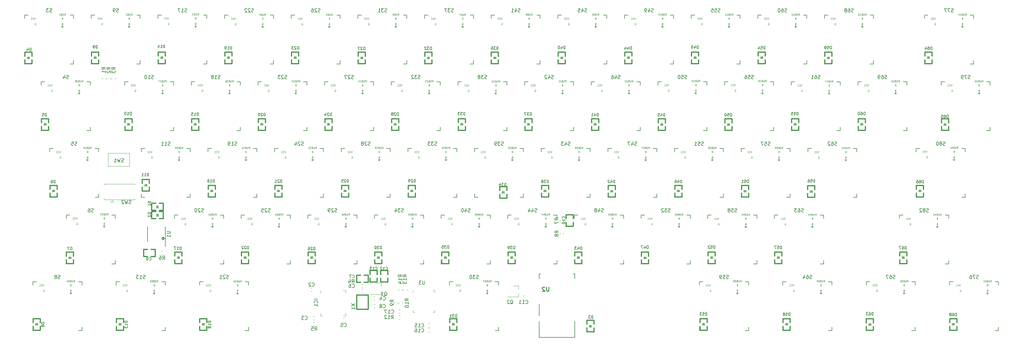
<source format=gbr>
G04 #@! TF.GenerationSoftware,KiCad,Pcbnew,(5.1.0)-1*
G04 #@! TF.CreationDate,2019-12-05T19:46:38+08:00*
G04 #@! TF.ProjectId,keyboard,6b657962-6f61-4726-942e-6b696361645f,B*
G04 #@! TF.SameCoordinates,Original*
G04 #@! TF.FileFunction,Legend,Bot*
G04 #@! TF.FilePolarity,Positive*
%FSLAX46Y46*%
G04 Gerber Fmt 4.6, Leading zero omitted, Abs format (unit mm)*
G04 Created by KiCad (PCBNEW (5.1.0)-1) date 2019-12-05 19:46:38*
%MOMM*%
%LPD*%
G04 APERTURE LIST*
%ADD10C,0.150000*%
%ADD11C,0.120000*%
%ADD12C,0.127000*%
%ADD13C,0.300000*%
%ADD14C,0.200000*%
%ADD15C,0.228600*%
%ADD16C,0.075000*%
%ADD17C,0.125000*%
%ADD18C,0.158800*%
G04 APERTURE END LIST*
D10*
X304943750Y-157018750D02*
X304943750Y-156018750D01*
X305943750Y-157018750D02*
X304943750Y-157018750D01*
X304943750Y-143018750D02*
X305943750Y-143018750D01*
X304943750Y-144018750D02*
X304943750Y-143018750D01*
X318943750Y-143018750D02*
X318943750Y-144018750D01*
X317943750Y-143018750D02*
X318943750Y-143018750D01*
X318943750Y-157018750D02*
X317943750Y-157018750D01*
X318943750Y-156018750D02*
X318943750Y-157018750D01*
X66818750Y-157018750D02*
X66818750Y-156018750D01*
X67818750Y-157018750D02*
X66818750Y-157018750D01*
X66818750Y-143018750D02*
X67818750Y-143018750D01*
X66818750Y-144018750D02*
X66818750Y-143018750D01*
X80818750Y-143018750D02*
X80818750Y-144018750D01*
X79818750Y-143018750D02*
X80818750Y-143018750D01*
X80818750Y-157018750D02*
X79818750Y-157018750D01*
X80818750Y-156018750D02*
X80818750Y-157018750D01*
X321612500Y-80820020D02*
X321612500Y-79820020D01*
X322612500Y-80820020D02*
X321612500Y-80820020D01*
X321612500Y-66820020D02*
X322612500Y-66820020D01*
X321612500Y-67820020D02*
X321612500Y-66820020D01*
X335612500Y-66820020D02*
X335612500Y-67820020D01*
X334612500Y-66820020D02*
X335612500Y-66820020D01*
X335612500Y-80820020D02*
X334612500Y-80820020D01*
X335612500Y-79820020D02*
X335612500Y-80820020D01*
D11*
X172290200Y-145201421D02*
X172290200Y-145526979D01*
X171270200Y-145201421D02*
X171270200Y-145526979D01*
X173636400Y-145201421D02*
X173636400Y-145526979D01*
X172616400Y-145201421D02*
X172616400Y-145526979D01*
X171719459Y-153702480D02*
X171393901Y-153702480D01*
X171719459Y-152682480D02*
X171393901Y-152682480D01*
X171397200Y-149210079D02*
X171397200Y-148884521D01*
X172417200Y-149210079D02*
X172417200Y-148884521D01*
X170025600Y-149210079D02*
X170025600Y-148884521D01*
X171045600Y-149210079D02*
X171045600Y-148884521D01*
X218442000Y-129123221D02*
X218442000Y-129448779D01*
X217422000Y-129123221D02*
X217422000Y-129448779D01*
X218442000Y-125440221D02*
X218442000Y-125765779D01*
X217422000Y-125440221D02*
X217422000Y-125765779D01*
X103532721Y-134300500D02*
X103858279Y-134300500D01*
X103532721Y-135320500D02*
X103858279Y-135320500D01*
X147254179Y-155653200D02*
X146928621Y-155653200D01*
X147254179Y-154633200D02*
X146928621Y-154633200D01*
X161122579Y-144782000D02*
X160797021Y-144782000D01*
X161122579Y-143762000D02*
X160797021Y-143762000D01*
X89304400Y-85125679D02*
X89304400Y-84800121D01*
X90324400Y-85125679D02*
X90324400Y-84800121D01*
X87945500Y-85125779D02*
X87945500Y-84800221D01*
X88965500Y-85125779D02*
X88965500Y-84800221D01*
X86586600Y-85125779D02*
X86586600Y-84800221D01*
X87606600Y-85125779D02*
X87606600Y-84800221D01*
X171714379Y-152021000D02*
X171388821Y-152021000D01*
X171714379Y-151001000D02*
X171388821Y-151001000D01*
X179806281Y-156347700D02*
X180131839Y-156347700D01*
X179806281Y-157367700D02*
X180131839Y-157367700D01*
X179803941Y-154968480D02*
X180129499Y-154968480D01*
X179803941Y-155988480D02*
X180129499Y-155988480D01*
X207198179Y-148099240D02*
X206872621Y-148099240D01*
X207198179Y-147079240D02*
X206872621Y-147079240D01*
X164200621Y-149502400D02*
X164526179Y-149502400D01*
X164200621Y-150522400D02*
X164526179Y-150522400D01*
X161097179Y-146255200D02*
X160771621Y-146255200D01*
X161097179Y-145235200D02*
X160771621Y-145235200D01*
X155460381Y-153538460D02*
X155785939Y-153538460D01*
X155460381Y-154558460D02*
X155785939Y-154558460D01*
X164149821Y-147267200D02*
X164475379Y-147267200D01*
X164149821Y-148287200D02*
X164475379Y-148287200D01*
X147279579Y-153976800D02*
X146954021Y-153976800D01*
X147279579Y-152956800D02*
X146954021Y-152956800D01*
X146568379Y-145848800D02*
X146242821Y-145848800D01*
X146568379Y-144828800D02*
X146242821Y-144828800D01*
X175401200Y-146080800D02*
X175401200Y-145530800D01*
X181621200Y-151750800D02*
X181071200Y-151750800D01*
X181621200Y-151200800D02*
X181621200Y-151750800D01*
X181621200Y-145530800D02*
X181071200Y-145530800D01*
X181621200Y-146080800D02*
X181621200Y-145530800D01*
X175401200Y-151750800D02*
X175951200Y-151750800D01*
X175401200Y-151200800D02*
X175401200Y-151750800D01*
D10*
X314470020Y-137970020D02*
X314470020Y-136970020D01*
X315470020Y-137970020D02*
X314470020Y-137970020D01*
X314470020Y-123970020D02*
X315470020Y-123970020D01*
X314470020Y-124970020D02*
X314470020Y-123970020D01*
X328470020Y-123970020D02*
X328470020Y-124970020D01*
X327470020Y-123970020D02*
X328470020Y-123970020D01*
X328470020Y-137970020D02*
X327470020Y-137970020D01*
X328470020Y-136970020D02*
X328470020Y-137970020D01*
X319231250Y-118918750D02*
X319231250Y-117918750D01*
X320231250Y-118918750D02*
X319231250Y-118918750D01*
X319231250Y-104918750D02*
X320231250Y-104918750D01*
X319231250Y-105918750D02*
X319231250Y-104918750D01*
X333231250Y-104918750D02*
X333231250Y-105918750D01*
X332231250Y-104918750D02*
X333231250Y-104918750D01*
X333231250Y-118918750D02*
X332231250Y-118918750D01*
X333231250Y-117918750D02*
X333231250Y-118918750D01*
X326375000Y-99868750D02*
X326375000Y-98868750D01*
X327375000Y-99868750D02*
X326375000Y-99868750D01*
X326375000Y-85868750D02*
X327375000Y-85868750D01*
X326375000Y-86868750D02*
X326375000Y-85868750D01*
X340375000Y-85868750D02*
X340375000Y-86868750D01*
X339375000Y-85868750D02*
X340375000Y-85868750D01*
X340375000Y-99868750D02*
X339375000Y-99868750D01*
X340375000Y-98868750D02*
X340375000Y-99868750D01*
X328756250Y-157018750D02*
X328756250Y-156018750D01*
X329756250Y-157018750D02*
X328756250Y-157018750D01*
X328756250Y-143018750D02*
X329756250Y-143018750D01*
X328756250Y-144018750D02*
X328756250Y-143018750D01*
X342756250Y-143018750D02*
X342756250Y-144018750D01*
X341756250Y-143018750D02*
X342756250Y-143018750D01*
X342756250Y-157018750D02*
X341756250Y-157018750D01*
X342756250Y-156018750D02*
X342756250Y-157018750D01*
X302562500Y-99870020D02*
X302562500Y-98870020D01*
X303562500Y-99870020D02*
X302562500Y-99870020D01*
X302562500Y-85870020D02*
X303562500Y-85870020D01*
X302562500Y-86870020D02*
X302562500Y-85870020D01*
X316562500Y-85870020D02*
X316562500Y-86870020D01*
X315562500Y-85870020D02*
X316562500Y-85870020D01*
X316562500Y-99870020D02*
X315562500Y-99870020D01*
X316562500Y-98870020D02*
X316562500Y-99870020D01*
X293037500Y-80820020D02*
X293037500Y-79820020D01*
X294037500Y-80820020D02*
X293037500Y-80820020D01*
X293037500Y-66820020D02*
X294037500Y-66820020D01*
X293037500Y-67820020D02*
X293037500Y-66820020D01*
X307037500Y-66820020D02*
X307037500Y-67820020D01*
X306037500Y-66820020D02*
X307037500Y-66820020D01*
X307037500Y-80820020D02*
X306037500Y-80820020D01*
X307037500Y-79820020D02*
X307037500Y-80820020D01*
X281131250Y-157018750D02*
X281131250Y-156018750D01*
X282131250Y-157018750D02*
X281131250Y-157018750D01*
X281131250Y-143018750D02*
X282131250Y-143018750D01*
X281131250Y-144018750D02*
X281131250Y-143018750D01*
X295131250Y-143018750D02*
X295131250Y-144018750D01*
X294131250Y-143018750D02*
X295131250Y-143018750D01*
X295131250Y-157018750D02*
X294131250Y-157018750D01*
X295131250Y-156018750D02*
X295131250Y-157018750D01*
X278750000Y-137970020D02*
X278750000Y-136970020D01*
X279750000Y-137970020D02*
X278750000Y-137970020D01*
X278750000Y-123970020D02*
X279750000Y-123970020D01*
X278750000Y-124970020D02*
X278750000Y-123970020D01*
X292750000Y-123970020D02*
X292750000Y-124970020D01*
X291750000Y-123970020D02*
X292750000Y-123970020D01*
X292750000Y-137970020D02*
X291750000Y-137970020D01*
X292750000Y-136970020D02*
X292750000Y-137970020D01*
X288275000Y-118920020D02*
X288275000Y-117920020D01*
X289275000Y-118920020D02*
X288275000Y-118920020D01*
X288275000Y-104920020D02*
X289275000Y-104920020D01*
X288275000Y-105920020D02*
X288275000Y-104920020D01*
X302275000Y-104920020D02*
X302275000Y-105920020D01*
X301275000Y-104920020D02*
X302275000Y-104920020D01*
X302275000Y-118920020D02*
X301275000Y-118920020D01*
X302275000Y-117920020D02*
X302275000Y-118920020D01*
X283512500Y-99870020D02*
X283512500Y-98870020D01*
X284512500Y-99870020D02*
X283512500Y-99870020D01*
X283512500Y-85870020D02*
X284512500Y-85870020D01*
X283512500Y-86870020D02*
X283512500Y-85870020D01*
X297512500Y-85870020D02*
X297512500Y-86870020D01*
X296512500Y-85870020D02*
X297512500Y-85870020D01*
X297512500Y-99870020D02*
X296512500Y-99870020D01*
X297512500Y-98870020D02*
X297512500Y-99870020D01*
X273987500Y-80820020D02*
X273987500Y-79820020D01*
X274987500Y-80820020D02*
X273987500Y-80820020D01*
X273987500Y-66820020D02*
X274987500Y-66820020D01*
X273987500Y-67820020D02*
X273987500Y-66820020D01*
X287987500Y-66820020D02*
X287987500Y-67820020D01*
X286987500Y-66820020D02*
X287987500Y-66820020D01*
X287987500Y-80820020D02*
X286987500Y-80820020D01*
X287987500Y-79820020D02*
X287987500Y-80820020D01*
X257318750Y-157018750D02*
X257318750Y-156018750D01*
X258318750Y-157018750D02*
X257318750Y-157018750D01*
X257318750Y-143018750D02*
X258318750Y-143018750D01*
X257318750Y-144018750D02*
X257318750Y-143018750D01*
X271318750Y-143018750D02*
X271318750Y-144018750D01*
X270318750Y-143018750D02*
X271318750Y-143018750D01*
X271318750Y-157018750D02*
X270318750Y-157018750D01*
X271318750Y-156018750D02*
X271318750Y-157018750D01*
X259700000Y-137970020D02*
X259700000Y-136970020D01*
X260700000Y-137970020D02*
X259700000Y-137970020D01*
X259700000Y-123970020D02*
X260700000Y-123970020D01*
X259700000Y-124970020D02*
X259700000Y-123970020D01*
X273700000Y-123970020D02*
X273700000Y-124970020D01*
X272700000Y-123970020D02*
X273700000Y-123970020D01*
X273700000Y-137970020D02*
X272700000Y-137970020D01*
X273700000Y-136970020D02*
X273700000Y-137970020D01*
X269225000Y-118920020D02*
X269225000Y-117920020D01*
X270225000Y-118920020D02*
X269225000Y-118920020D01*
X269225000Y-104920020D02*
X270225000Y-104920020D01*
X269225000Y-105920020D02*
X269225000Y-104920020D01*
X283225000Y-104920020D02*
X283225000Y-105920020D01*
X282225000Y-104920020D02*
X283225000Y-104920020D01*
X283225000Y-118920020D02*
X282225000Y-118920020D01*
X283225000Y-117920020D02*
X283225000Y-118920020D01*
X264462500Y-99870020D02*
X264462500Y-98870020D01*
X265462500Y-99870020D02*
X264462500Y-99870020D01*
X264462500Y-85870020D02*
X265462500Y-85870020D01*
X264462500Y-86870020D02*
X264462500Y-85870020D01*
X278462500Y-85870020D02*
X278462500Y-86870020D01*
X277462500Y-85870020D02*
X278462500Y-85870020D01*
X278462500Y-99870020D02*
X277462500Y-99870020D01*
X278462500Y-98870020D02*
X278462500Y-99870020D01*
X254937500Y-80820020D02*
X254937500Y-79820020D01*
X255937500Y-80820020D02*
X254937500Y-80820020D01*
X254937500Y-66820020D02*
X255937500Y-66820020D01*
X254937500Y-67820020D02*
X254937500Y-66820020D01*
X268937500Y-66820020D02*
X268937500Y-67820020D01*
X267937500Y-66820020D02*
X268937500Y-66820020D01*
X268937500Y-80820020D02*
X267937500Y-80820020D01*
X268937500Y-79820020D02*
X268937500Y-80820020D01*
X240650000Y-137970020D02*
X240650000Y-136970020D01*
X241650000Y-137970020D02*
X240650000Y-137970020D01*
X240650000Y-123970020D02*
X241650000Y-123970020D01*
X240650000Y-124970020D02*
X240650000Y-123970020D01*
X254650000Y-123970020D02*
X254650000Y-124970020D01*
X253650000Y-123970020D02*
X254650000Y-123970020D01*
X254650000Y-137970020D02*
X253650000Y-137970020D01*
X254650000Y-136970020D02*
X254650000Y-137970020D01*
X250175000Y-118920020D02*
X250175000Y-117920020D01*
X251175000Y-118920020D02*
X250175000Y-118920020D01*
X250175000Y-104920020D02*
X251175000Y-104920020D01*
X250175000Y-105920020D02*
X250175000Y-104920020D01*
X264175000Y-104920020D02*
X264175000Y-105920020D01*
X263175000Y-104920020D02*
X264175000Y-104920020D01*
X264175000Y-118920020D02*
X263175000Y-118920020D01*
X264175000Y-117920020D02*
X264175000Y-118920020D01*
X245412500Y-99870020D02*
X245412500Y-98870020D01*
X246412500Y-99870020D02*
X245412500Y-99870020D01*
X245412500Y-85870020D02*
X246412500Y-85870020D01*
X245412500Y-86870020D02*
X245412500Y-85870020D01*
X259412500Y-85870020D02*
X259412500Y-86870020D01*
X258412500Y-85870020D02*
X259412500Y-85870020D01*
X259412500Y-99870020D02*
X258412500Y-99870020D01*
X259412500Y-98870020D02*
X259412500Y-99870020D01*
X235887500Y-80820020D02*
X235887500Y-79820020D01*
X236887500Y-80820020D02*
X235887500Y-80820020D01*
X235887500Y-66820020D02*
X236887500Y-66820020D01*
X235887500Y-67820020D02*
X235887500Y-66820020D01*
X249887500Y-66820020D02*
X249887500Y-67820020D01*
X248887500Y-66820020D02*
X249887500Y-66820020D01*
X249887500Y-80820020D02*
X248887500Y-80820020D01*
X249887500Y-79820020D02*
X249887500Y-80820020D01*
X221600000Y-137970020D02*
X221600000Y-136970020D01*
X222600000Y-137970020D02*
X221600000Y-137970020D01*
X221600000Y-123970020D02*
X222600000Y-123970020D01*
X221600000Y-124970020D02*
X221600000Y-123970020D01*
X235600000Y-123970020D02*
X235600000Y-124970020D01*
X234600000Y-123970020D02*
X235600000Y-123970020D01*
X235600000Y-137970020D02*
X234600000Y-137970020D01*
X235600000Y-136970020D02*
X235600000Y-137970020D01*
X231125000Y-118920020D02*
X231125000Y-117920020D01*
X232125000Y-118920020D02*
X231125000Y-118920020D01*
X231125000Y-104920020D02*
X232125000Y-104920020D01*
X231125000Y-105920020D02*
X231125000Y-104920020D01*
X245125000Y-104920020D02*
X245125000Y-105920020D01*
X244125000Y-104920020D02*
X245125000Y-104920020D01*
X245125000Y-118920020D02*
X244125000Y-118920020D01*
X245125000Y-117920020D02*
X245125000Y-118920020D01*
X226362500Y-99870020D02*
X226362500Y-98870020D01*
X227362500Y-99870020D02*
X226362500Y-99870020D01*
X226362500Y-85870020D02*
X227362500Y-85870020D01*
X226362500Y-86870020D02*
X226362500Y-85870020D01*
X240362500Y-85870020D02*
X240362500Y-86870020D01*
X239362500Y-85870020D02*
X240362500Y-85870020D01*
X240362500Y-99870020D02*
X239362500Y-99870020D01*
X240362500Y-98870020D02*
X240362500Y-99870020D01*
X216837500Y-80820020D02*
X216837500Y-79820020D01*
X217837500Y-80820020D02*
X216837500Y-80820020D01*
X216837500Y-66820020D02*
X217837500Y-66820020D01*
X216837500Y-67820020D02*
X216837500Y-66820020D01*
X230837500Y-66820020D02*
X230837500Y-67820020D01*
X229837500Y-66820020D02*
X230837500Y-66820020D01*
X230837500Y-80820020D02*
X229837500Y-80820020D01*
X230837500Y-79820020D02*
X230837500Y-80820020D01*
X202550000Y-137970020D02*
X202550000Y-136970020D01*
X203550000Y-137970020D02*
X202550000Y-137970020D01*
X202550000Y-123970020D02*
X203550000Y-123970020D01*
X202550000Y-124970020D02*
X202550000Y-123970020D01*
X216550000Y-123970020D02*
X216550000Y-124970020D01*
X215550000Y-123970020D02*
X216550000Y-123970020D01*
X216550000Y-137970020D02*
X215550000Y-137970020D01*
X216550000Y-136970020D02*
X216550000Y-137970020D01*
X212075000Y-118920020D02*
X212075000Y-117920020D01*
X213075000Y-118920020D02*
X212075000Y-118920020D01*
X212075000Y-104920020D02*
X213075000Y-104920020D01*
X212075000Y-105920020D02*
X212075000Y-104920020D01*
X226075000Y-104920020D02*
X226075000Y-105920020D01*
X225075000Y-104920020D02*
X226075000Y-104920020D01*
X226075000Y-118920020D02*
X225075000Y-118920020D01*
X226075000Y-117920020D02*
X226075000Y-118920020D01*
X207312500Y-99870020D02*
X207312500Y-98870020D01*
X208312500Y-99870020D02*
X207312500Y-99870020D01*
X207312500Y-85870020D02*
X208312500Y-85870020D01*
X207312500Y-86870020D02*
X207312500Y-85870020D01*
X221312500Y-85870020D02*
X221312500Y-86870020D01*
X220312500Y-85870020D02*
X221312500Y-85870020D01*
X221312500Y-99870020D02*
X220312500Y-99870020D01*
X221312500Y-98870020D02*
X221312500Y-99870020D01*
X197787500Y-80820020D02*
X197787500Y-79820020D01*
X198787500Y-80820020D02*
X197787500Y-80820020D01*
X197787500Y-66820020D02*
X198787500Y-66820020D01*
X197787500Y-67820020D02*
X197787500Y-66820020D01*
X211787500Y-66820020D02*
X211787500Y-67820020D01*
X210787500Y-66820020D02*
X211787500Y-66820020D01*
X211787500Y-80820020D02*
X210787500Y-80820020D01*
X211787500Y-79820020D02*
X211787500Y-80820020D01*
X183500000Y-137970020D02*
X183500000Y-136970020D01*
X184500000Y-137970020D02*
X183500000Y-137970020D01*
X183500000Y-123970020D02*
X184500000Y-123970020D01*
X183500000Y-124970020D02*
X183500000Y-123970020D01*
X197500000Y-123970020D02*
X197500000Y-124970020D01*
X196500000Y-123970020D02*
X197500000Y-123970020D01*
X197500000Y-137970020D02*
X196500000Y-137970020D01*
X197500000Y-136970020D02*
X197500000Y-137970020D01*
X193025000Y-118920020D02*
X193025000Y-117920020D01*
X194025000Y-118920020D02*
X193025000Y-118920020D01*
X193025000Y-104920020D02*
X194025000Y-104920020D01*
X193025000Y-105920020D02*
X193025000Y-104920020D01*
X207025000Y-104920020D02*
X207025000Y-105920020D01*
X206025000Y-104920020D02*
X207025000Y-104920020D01*
X207025000Y-118920020D02*
X206025000Y-118920020D01*
X207025000Y-117920020D02*
X207025000Y-118920020D01*
X188262500Y-99870020D02*
X188262500Y-98870020D01*
X189262500Y-99870020D02*
X188262500Y-99870020D01*
X188262500Y-85870020D02*
X189262500Y-85870020D01*
X188262500Y-86870020D02*
X188262500Y-85870020D01*
X202262500Y-85870020D02*
X202262500Y-86870020D01*
X201262500Y-85870020D02*
X202262500Y-85870020D01*
X202262500Y-99870020D02*
X201262500Y-99870020D01*
X202262500Y-98870020D02*
X202262500Y-99870020D01*
X178737500Y-80820020D02*
X178737500Y-79820020D01*
X179737500Y-80820020D02*
X178737500Y-80820020D01*
X178737500Y-66820020D02*
X179737500Y-66820020D01*
X178737500Y-67820020D02*
X178737500Y-66820020D01*
X192737500Y-66820020D02*
X192737500Y-67820020D01*
X191737500Y-66820020D02*
X192737500Y-66820020D01*
X192737500Y-80820020D02*
X191737500Y-80820020D01*
X192737500Y-79820020D02*
X192737500Y-80820020D01*
X164450000Y-137970020D02*
X164450000Y-136970020D01*
X165450000Y-137970020D02*
X164450000Y-137970020D01*
X164450000Y-123970020D02*
X165450000Y-123970020D01*
X164450000Y-124970020D02*
X164450000Y-123970020D01*
X178450000Y-123970020D02*
X178450000Y-124970020D01*
X177450000Y-123970020D02*
X178450000Y-123970020D01*
X178450000Y-137970020D02*
X177450000Y-137970020D01*
X178450000Y-136970020D02*
X178450000Y-137970020D01*
X173975000Y-118920020D02*
X173975000Y-117920020D01*
X174975000Y-118920020D02*
X173975000Y-118920020D01*
X173975000Y-104920020D02*
X174975000Y-104920020D01*
X173975000Y-105920020D02*
X173975000Y-104920020D01*
X187975000Y-104920020D02*
X187975000Y-105920020D01*
X186975000Y-104920020D02*
X187975000Y-104920020D01*
X187975000Y-118920020D02*
X186975000Y-118920020D01*
X187975000Y-117920020D02*
X187975000Y-118920020D01*
X169212500Y-99870020D02*
X169212500Y-98870020D01*
X170212500Y-99870020D02*
X169212500Y-99870020D01*
X169212500Y-85870020D02*
X170212500Y-85870020D01*
X169212500Y-86870020D02*
X169212500Y-85870020D01*
X183212500Y-85870020D02*
X183212500Y-86870020D01*
X182212500Y-85870020D02*
X183212500Y-85870020D01*
X183212500Y-99870020D02*
X182212500Y-99870020D01*
X183212500Y-98870020D02*
X183212500Y-99870020D01*
X159687500Y-80820020D02*
X159687500Y-79820020D01*
X160687500Y-80820020D02*
X159687500Y-80820020D01*
X159687500Y-66820020D02*
X160687500Y-66820020D01*
X159687500Y-67820020D02*
X159687500Y-66820020D01*
X173687500Y-66820020D02*
X173687500Y-67820020D01*
X172687500Y-66820020D02*
X173687500Y-66820020D01*
X173687500Y-80820020D02*
X172687500Y-80820020D01*
X173687500Y-79820020D02*
X173687500Y-80820020D01*
X185881250Y-157018750D02*
X185881250Y-156018750D01*
X186881250Y-157018750D02*
X185881250Y-157018750D01*
X185881250Y-143018750D02*
X186881250Y-143018750D01*
X185881250Y-144018750D02*
X185881250Y-143018750D01*
X199881250Y-143018750D02*
X199881250Y-144018750D01*
X198881250Y-143018750D02*
X199881250Y-143018750D01*
X199881250Y-157018750D02*
X198881250Y-157018750D01*
X199881250Y-156018750D02*
X199881250Y-157018750D01*
X145400000Y-137970020D02*
X145400000Y-136970020D01*
X146400000Y-137970020D02*
X145400000Y-137970020D01*
X145400000Y-123970020D02*
X146400000Y-123970020D01*
X145400000Y-124970020D02*
X145400000Y-123970020D01*
X159400000Y-123970020D02*
X159400000Y-124970020D01*
X158400000Y-123970020D02*
X159400000Y-123970020D01*
X159400000Y-137970020D02*
X158400000Y-137970020D01*
X159400000Y-136970020D02*
X159400000Y-137970020D01*
X154925000Y-118920020D02*
X154925000Y-117920020D01*
X155925000Y-118920020D02*
X154925000Y-118920020D01*
X154925000Y-104920020D02*
X155925000Y-104920020D01*
X154925000Y-105920020D02*
X154925000Y-104920020D01*
X168925000Y-104920020D02*
X168925000Y-105920020D01*
X167925000Y-104920020D02*
X168925000Y-104920020D01*
X168925000Y-118920020D02*
X167925000Y-118920020D01*
X168925000Y-117920020D02*
X168925000Y-118920020D01*
X150162500Y-99870020D02*
X150162500Y-98870020D01*
X151162500Y-99870020D02*
X150162500Y-99870020D01*
X150162500Y-85870020D02*
X151162500Y-85870020D01*
X150162500Y-86870020D02*
X150162500Y-85870020D01*
X164162500Y-85870020D02*
X164162500Y-86870020D01*
X163162500Y-85870020D02*
X164162500Y-85870020D01*
X164162500Y-99870020D02*
X163162500Y-99870020D01*
X164162500Y-98870020D02*
X164162500Y-99870020D01*
X140637500Y-80820020D02*
X140637500Y-79820020D01*
X141637500Y-80820020D02*
X140637500Y-80820020D01*
X140637500Y-66820020D02*
X141637500Y-66820020D01*
X140637500Y-67820020D02*
X140637500Y-66820020D01*
X154637500Y-66820020D02*
X154637500Y-67820020D01*
X153637500Y-66820020D02*
X154637500Y-66820020D01*
X154637500Y-80820020D02*
X153637500Y-80820020D01*
X154637500Y-79820020D02*
X154637500Y-80820020D01*
X126350000Y-137970020D02*
X126350000Y-136970020D01*
X127350000Y-137970020D02*
X126350000Y-137970020D01*
X126350000Y-123970020D02*
X127350000Y-123970020D01*
X126350000Y-124970020D02*
X126350000Y-123970020D01*
X140350000Y-123970020D02*
X140350000Y-124970020D01*
X139350000Y-123970020D02*
X140350000Y-123970020D01*
X140350000Y-137970020D02*
X139350000Y-137970020D01*
X140350000Y-136970020D02*
X140350000Y-137970020D01*
X135875000Y-118920020D02*
X135875000Y-117920020D01*
X136875000Y-118920020D02*
X135875000Y-118920020D01*
X135875000Y-104920020D02*
X136875000Y-104920020D01*
X135875000Y-105920020D02*
X135875000Y-104920020D01*
X149875000Y-104920020D02*
X149875000Y-105920020D01*
X148875000Y-104920020D02*
X149875000Y-104920020D01*
X149875000Y-118920020D02*
X148875000Y-118920020D01*
X149875000Y-117920020D02*
X149875000Y-118920020D01*
X131112500Y-99870020D02*
X131112500Y-98870020D01*
X132112500Y-99870020D02*
X131112500Y-99870020D01*
X131112500Y-85870020D02*
X132112500Y-85870020D01*
X131112500Y-86870020D02*
X131112500Y-85870020D01*
X145112500Y-85870020D02*
X145112500Y-86870020D01*
X144112500Y-85870020D02*
X145112500Y-85870020D01*
X145112500Y-99870020D02*
X144112500Y-99870020D01*
X145112500Y-98870020D02*
X145112500Y-99870020D01*
X121587500Y-80820020D02*
X121587500Y-79820020D01*
X122587500Y-80820020D02*
X121587500Y-80820020D01*
X121587500Y-66820020D02*
X122587500Y-66820020D01*
X121587500Y-67820020D02*
X121587500Y-66820020D01*
X135587500Y-66820020D02*
X135587500Y-67820020D01*
X134587500Y-66820020D02*
X135587500Y-66820020D01*
X135587500Y-80820020D02*
X134587500Y-80820020D01*
X135587500Y-79820020D02*
X135587500Y-80820020D01*
X114443750Y-157018750D02*
X114443750Y-156018750D01*
X115443750Y-157018750D02*
X114443750Y-157018750D01*
X114443750Y-143018750D02*
X115443750Y-143018750D01*
X114443750Y-144018750D02*
X114443750Y-143018750D01*
X128443750Y-143018750D02*
X128443750Y-144018750D01*
X127443750Y-143018750D02*
X128443750Y-143018750D01*
X128443750Y-157018750D02*
X127443750Y-157018750D01*
X128443750Y-156018750D02*
X128443750Y-157018750D01*
X107300000Y-137970020D02*
X107300000Y-136970020D01*
X108300000Y-137970020D02*
X107300000Y-137970020D01*
X107300000Y-123970020D02*
X108300000Y-123970020D01*
X107300000Y-124970020D02*
X107300000Y-123970020D01*
X121300000Y-123970020D02*
X121300000Y-124970020D01*
X120300000Y-123970020D02*
X121300000Y-123970020D01*
X121300000Y-137970020D02*
X120300000Y-137970020D01*
X121300000Y-136970020D02*
X121300000Y-137970020D01*
X116825000Y-118920020D02*
X116825000Y-117920020D01*
X117825000Y-118920020D02*
X116825000Y-118920020D01*
X116825000Y-104920020D02*
X117825000Y-104920020D01*
X116825000Y-105920020D02*
X116825000Y-104920020D01*
X130825000Y-104920020D02*
X130825000Y-105920020D01*
X129825000Y-104920020D02*
X130825000Y-104920020D01*
X130825000Y-118920020D02*
X129825000Y-118920020D01*
X130825000Y-117920020D02*
X130825000Y-118920020D01*
X112062500Y-99870020D02*
X112062500Y-98870020D01*
X113062500Y-99870020D02*
X112062500Y-99870020D01*
X112062500Y-85870020D02*
X113062500Y-85870020D01*
X112062500Y-86870020D02*
X112062500Y-85870020D01*
X126062500Y-85870020D02*
X126062500Y-86870020D01*
X125062500Y-85870020D02*
X126062500Y-85870020D01*
X126062500Y-99870020D02*
X125062500Y-99870020D01*
X126062500Y-98870020D02*
X126062500Y-99870020D01*
X102537500Y-80820020D02*
X102537500Y-79820020D01*
X103537500Y-80820020D02*
X102537500Y-80820020D01*
X102537500Y-66820020D02*
X103537500Y-66820020D01*
X102537500Y-67820020D02*
X102537500Y-66820020D01*
X116537500Y-66820020D02*
X116537500Y-67820020D01*
X115537500Y-66820020D02*
X116537500Y-66820020D01*
X116537500Y-80820020D02*
X115537500Y-80820020D01*
X116537500Y-79820020D02*
X116537500Y-80820020D01*
X90631250Y-157018750D02*
X90631250Y-156018750D01*
X91631250Y-157018750D02*
X90631250Y-157018750D01*
X90631250Y-143018750D02*
X91631250Y-143018750D01*
X90631250Y-144018750D02*
X90631250Y-143018750D01*
X104631250Y-143018750D02*
X104631250Y-144018750D01*
X103631250Y-143018750D02*
X104631250Y-143018750D01*
X104631250Y-157018750D02*
X103631250Y-157018750D01*
X104631250Y-156018750D02*
X104631250Y-157018750D01*
X97775000Y-118920020D02*
X97775000Y-117920020D01*
X98775000Y-118920020D02*
X97775000Y-118920020D01*
X97775000Y-104920020D02*
X98775000Y-104920020D01*
X97775000Y-105920020D02*
X97775000Y-104920020D01*
X111775000Y-104920020D02*
X111775000Y-105920020D01*
X110775000Y-104920020D02*
X111775000Y-104920020D01*
X111775000Y-118920020D02*
X110775000Y-118920020D01*
X111775000Y-117920020D02*
X111775000Y-118920020D01*
X93012500Y-99870020D02*
X93012500Y-98870020D01*
X94012500Y-99870020D02*
X93012500Y-99870020D01*
X93012500Y-85870020D02*
X94012500Y-85870020D01*
X93012500Y-86870020D02*
X93012500Y-85870020D01*
X107012500Y-85870020D02*
X107012500Y-86870020D01*
X106012500Y-85870020D02*
X107012500Y-85870020D01*
X107012500Y-99870020D02*
X106012500Y-99870020D01*
X107012500Y-98870020D02*
X107012500Y-99870020D01*
X83487500Y-80818750D02*
X83487500Y-79818750D01*
X84487500Y-80818750D02*
X83487500Y-80818750D01*
X83487500Y-66818750D02*
X84487500Y-66818750D01*
X83487500Y-67818750D02*
X83487500Y-66818750D01*
X97487500Y-66818750D02*
X97487500Y-67818750D01*
X96487500Y-66818750D02*
X97487500Y-66818750D01*
X97487500Y-80818750D02*
X96487500Y-80818750D01*
X97487500Y-79818750D02*
X97487500Y-80818750D01*
X76343750Y-137968750D02*
X76343750Y-136968750D01*
X77343750Y-137968750D02*
X76343750Y-137968750D01*
X76343750Y-123968750D02*
X77343750Y-123968750D01*
X76343750Y-124968750D02*
X76343750Y-123968750D01*
X90343750Y-123968750D02*
X90343750Y-124968750D01*
X89343750Y-123968750D02*
X90343750Y-123968750D01*
X90343750Y-137968750D02*
X89343750Y-137968750D01*
X90343750Y-136968750D02*
X90343750Y-137968750D01*
X71582520Y-118920020D02*
X71582520Y-117920020D01*
X72582520Y-118920020D02*
X71582520Y-118920020D01*
X71582520Y-104920020D02*
X72582520Y-104920020D01*
X71582520Y-105920020D02*
X71582520Y-104920020D01*
X85582520Y-104920020D02*
X85582520Y-105920020D01*
X84582520Y-104920020D02*
X85582520Y-104920020D01*
X85582520Y-118920020D02*
X84582520Y-118920020D01*
X85582520Y-117920020D02*
X85582520Y-118920020D01*
X69200000Y-99870020D02*
X69200000Y-98870020D01*
X70200000Y-99870020D02*
X69200000Y-99870020D01*
X69200000Y-85870020D02*
X70200000Y-85870020D01*
X69200000Y-86870020D02*
X69200000Y-85870020D01*
X83200000Y-85870020D02*
X83200000Y-86870020D01*
X82200000Y-85870020D02*
X83200000Y-85870020D01*
X83200000Y-99870020D02*
X82200000Y-99870020D01*
X83200000Y-98870020D02*
X83200000Y-99870020D01*
X64437500Y-80818750D02*
X64437500Y-79818750D01*
X65437500Y-80818750D02*
X64437500Y-80818750D01*
X64437500Y-66818750D02*
X65437500Y-66818750D01*
X64437500Y-67818750D02*
X64437500Y-66818750D01*
X78437500Y-66818750D02*
X78437500Y-67818750D01*
X77437500Y-66818750D02*
X78437500Y-66818750D01*
X78437500Y-80818750D02*
X77437500Y-80818750D01*
X78437500Y-79818750D02*
X78437500Y-80818750D01*
D12*
X221670560Y-140810800D02*
X221670560Y-142210800D01*
X221270560Y-140810800D02*
X221670560Y-140810800D01*
X211470560Y-140810800D02*
X211870560Y-140810800D01*
X211470560Y-142210800D02*
X211470560Y-140810800D01*
X211470560Y-152710800D02*
X211470560Y-149510800D01*
X221670560Y-159010800D02*
X221670560Y-154410800D01*
X211470560Y-159010800D02*
X221670560Y-159010800D01*
X211470560Y-154410800D02*
X211470560Y-159010800D01*
D11*
X148980500Y-152046500D02*
X148980500Y-152771500D01*
X148980500Y-152771500D02*
X149705500Y-152771500D01*
X156200500Y-146276500D02*
X156200500Y-145551500D01*
X156200500Y-145551500D02*
X155475500Y-145551500D01*
X156200500Y-152046500D02*
X156200500Y-152771500D01*
X156200500Y-152771500D02*
X155475500Y-152771500D01*
X148980500Y-146276500D02*
X148980500Y-145551500D01*
D10*
X256435200Y-89169948D02*
G75*
G03X256435200Y-89169948I-200000J0D01*
G01*
X339798000Y-146408848D02*
G75*
G03X339798000Y-146408848I-200000J0D01*
G01*
X315972800Y-146370748D02*
G75*
G03X315972800Y-146370748I-200000J0D01*
G01*
X292198400Y-146370748D02*
G75*
G03X292198400Y-146370748I-200000J0D01*
G01*
X268322400Y-146370748D02*
G75*
G03X268322400Y-146370748I-200000J0D01*
G01*
X196846800Y-146370748D02*
G75*
G03X196846800Y-146370748I-200000J0D01*
G01*
X125472800Y-146421548D02*
G75*
G03X125472800Y-146421548I-200000J0D01*
G01*
X101647600Y-146370748D02*
G75*
G03X101647600Y-146370748I-200000J0D01*
G01*
X77822400Y-146370748D02*
G75*
G03X77822400Y-146370748I-200000J0D01*
G01*
X87372800Y-127269948D02*
G75*
G03X87372800Y-127269948I-200000J0D01*
G01*
X118310000Y-127320748D02*
G75*
G03X118310000Y-127320748I-200000J0D01*
G01*
X137309200Y-127320748D02*
G75*
G03X137309200Y-127320748I-200000J0D01*
G01*
X156410000Y-127320748D02*
G75*
G03X156410000Y-127320748I-200000J0D01*
G01*
X175460000Y-127320748D02*
G75*
G03X175460000Y-127320748I-200000J0D01*
G01*
X194510000Y-127320748D02*
G75*
G03X194510000Y-127320748I-200000J0D01*
G01*
X213560000Y-127320748D02*
G75*
G03X213560000Y-127320748I-200000J0D01*
G01*
X232610000Y-127320748D02*
G75*
G03X232610000Y-127320748I-200000J0D01*
G01*
X251660000Y-127320748D02*
G75*
G03X251660000Y-127320748I-200000J0D01*
G01*
X270710000Y-127371548D02*
G75*
G03X270710000Y-127371548I-200000J0D01*
G01*
X289760000Y-127371548D02*
G75*
G03X289760000Y-127371548I-200000J0D01*
G01*
X325472400Y-127371548D02*
G75*
G03X325472400Y-127371548I-200000J0D01*
G01*
X330247600Y-108219948D02*
G75*
G03X330247600Y-108219948I-200000J0D01*
G01*
X299310400Y-108321548D02*
G75*
G03X299310400Y-108321548I-200000J0D01*
G01*
X280209600Y-108270748D02*
G75*
G03X280209600Y-108270748I-200000J0D01*
G01*
X261159600Y-108270748D02*
G75*
G03X261159600Y-108270748I-200000J0D01*
G01*
X242109600Y-108270748D02*
G75*
G03X242109600Y-108270748I-200000J0D01*
G01*
X223059600Y-108270748D02*
G75*
G03X223059600Y-108270748I-200000J0D01*
G01*
X204009600Y-108270748D02*
G75*
G03X204009600Y-108270748I-200000J0D01*
G01*
X185010400Y-108270748D02*
G75*
G03X185010400Y-108270748I-200000J0D01*
G01*
X165960400Y-108270748D02*
G75*
G03X165960400Y-108270748I-200000J0D01*
G01*
X146910400Y-108270748D02*
G75*
G03X146910400Y-108270748I-200000J0D01*
G01*
X127860400Y-108270748D02*
G75*
G03X127860400Y-108270748I-200000J0D01*
G01*
X108759600Y-108270748D02*
G75*
G03X108759600Y-108270748I-200000J0D01*
G01*
X82597600Y-108270748D02*
G75*
G03X82597600Y-108270748I-200000J0D01*
G01*
X80210000Y-89220748D02*
G75*
G03X80210000Y-89220748I-200000J0D01*
G01*
X104035200Y-89220748D02*
G75*
G03X104035200Y-89220748I-200000J0D01*
G01*
X123186800Y-89220748D02*
G75*
G03X123186800Y-89220748I-200000J0D01*
G01*
X142135200Y-89220748D02*
G75*
G03X142135200Y-89220748I-200000J0D01*
G01*
X161185200Y-89220748D02*
G75*
G03X161185200Y-89220748I-200000J0D01*
G01*
X180235200Y-89220748D02*
G75*
G03X180235200Y-89220748I-200000J0D01*
G01*
X199285200Y-89271548D02*
G75*
G03X199285200Y-89271548I-200000J0D01*
G01*
X218335200Y-89220748D02*
G75*
G03X218335200Y-89220748I-200000J0D01*
G01*
X237334400Y-89220748D02*
G75*
G03X237334400Y-89220748I-200000J0D01*
G01*
X275485200Y-89169948D02*
G75*
G03X275485200Y-89169948I-200000J0D01*
G01*
X294535200Y-89271548D02*
G75*
G03X294535200Y-89271548I-200000J0D01*
G01*
X313534400Y-89220748D02*
G75*
G03X313534400Y-89220748I-200000J0D01*
G01*
X337410400Y-89220748D02*
G75*
G03X337410400Y-89220748I-200000J0D01*
G01*
X332635200Y-70170748D02*
G75*
G03X332635200Y-70170748I-200000J0D01*
G01*
X304034800Y-70170748D02*
G75*
G03X304034800Y-70170748I-200000J0D01*
G01*
X284984800Y-70170748D02*
G75*
G03X284984800Y-70170748I-200000J0D01*
G01*
X265934800Y-70170748D02*
G75*
G03X265934800Y-70170748I-200000J0D01*
G01*
X246935600Y-70170748D02*
G75*
G03X246935600Y-70170748I-200000J0D01*
G01*
X227834800Y-70170748D02*
G75*
G03X227834800Y-70170748I-200000J0D01*
G01*
X208784800Y-70170748D02*
G75*
G03X208784800Y-70170748I-200000J0D01*
G01*
X189785600Y-70221548D02*
G75*
G03X189785600Y-70221548I-200000J0D01*
G01*
X170684800Y-70170748D02*
G75*
G03X170684800Y-70170748I-200000J0D01*
G01*
X151685600Y-70221548D02*
G75*
G03X151685600Y-70221548I-200000J0D01*
G01*
X132635600Y-70221548D02*
G75*
G03X132635600Y-70221548I-200000J0D01*
G01*
X113484000Y-70119948D02*
G75*
G03X113484000Y-70119948I-200000J0D01*
G01*
X94484800Y-70170748D02*
G75*
G03X94484800Y-70170748I-200000J0D01*
G01*
X75434800Y-70170748D02*
G75*
G03X75434800Y-70170748I-200000J0D01*
G01*
D13*
X225092260Y-156272180D02*
X225092260Y-157396180D01*
X225092260Y-157396180D02*
X227124260Y-157396180D01*
X227124260Y-157396180D02*
X227124260Y-156272180D01*
X225092260Y-155191180D02*
X225092260Y-154094180D01*
X225092260Y-154094180D02*
X227124260Y-154094180D01*
X227124260Y-154094180D02*
X227124260Y-155191180D01*
D14*
X225727260Y-155999180D02*
X226489260Y-155999180D01*
X225727260Y-155554680D02*
X226489260Y-155554680D01*
X226489260Y-155554680D02*
X226108260Y-155935680D01*
X226108260Y-155935680D02*
X225727260Y-155554680D01*
D13*
X159308800Y-150926800D02*
X162610800Y-150926800D01*
X162610800Y-150926800D02*
X162610800Y-146862800D01*
X162610800Y-146862800D02*
X159308800Y-146862800D01*
X159308800Y-146862800D02*
X159308800Y-150926800D01*
X161486800Y-143230600D02*
X162610800Y-143230600D01*
X162610800Y-143230600D02*
X162610800Y-141198600D01*
X162610800Y-141198600D02*
X161486800Y-141198600D01*
X160405800Y-143230600D02*
X159308800Y-143230600D01*
X159308800Y-143230600D02*
X159308800Y-141198600D01*
X159308800Y-141198600D02*
X160405800Y-141198600D01*
X252285500Y-116630500D02*
X252285500Y-115506500D01*
X252285500Y-115506500D02*
X250253500Y-115506500D01*
X250253500Y-115506500D02*
X250253500Y-116630500D01*
X252285500Y-117711500D02*
X252285500Y-118808500D01*
X252285500Y-118808500D02*
X250253500Y-118808500D01*
X250253500Y-118808500D02*
X250253500Y-117711500D01*
D14*
X251650500Y-116903500D02*
X250888500Y-116903500D01*
X251650500Y-117348000D02*
X250888500Y-117348000D01*
X250888500Y-117348000D02*
X251269500Y-116967000D01*
X251269500Y-116967000D02*
X251650500Y-117348000D01*
D13*
X247523000Y-97644000D02*
X247523000Y-96520000D01*
X247523000Y-96520000D02*
X245491000Y-96520000D01*
X245491000Y-96520000D02*
X245491000Y-97644000D01*
X247523000Y-98725000D02*
X247523000Y-99822000D01*
X247523000Y-99822000D02*
X245491000Y-99822000D01*
X245491000Y-99822000D02*
X245491000Y-98725000D01*
D14*
X246888000Y-97917000D02*
X246126000Y-97917000D01*
X246888000Y-98361500D02*
X246126000Y-98361500D01*
X246126000Y-98361500D02*
X246507000Y-97980500D01*
X246507000Y-97980500D02*
X246888000Y-98361500D01*
D13*
X257048000Y-78530500D02*
X257048000Y-77406500D01*
X257048000Y-77406500D02*
X255016000Y-77406500D01*
X255016000Y-77406500D02*
X255016000Y-78530500D01*
X257048000Y-79611500D02*
X257048000Y-80708500D01*
X257048000Y-80708500D02*
X255016000Y-80708500D01*
X255016000Y-80708500D02*
X255016000Y-79611500D01*
D14*
X256413000Y-78803500D02*
X255651000Y-78803500D01*
X256413000Y-79248000D02*
X255651000Y-79248000D01*
X255651000Y-79248000D02*
X256032000Y-78867000D01*
X256032000Y-78867000D02*
X256413000Y-79248000D01*
D13*
X266573000Y-97644000D02*
X266573000Y-96520000D01*
X266573000Y-96520000D02*
X264541000Y-96520000D01*
X264541000Y-96520000D02*
X264541000Y-97644000D01*
X266573000Y-98725000D02*
X266573000Y-99822000D01*
X266573000Y-99822000D02*
X264541000Y-99822000D01*
X264541000Y-99822000D02*
X264541000Y-98725000D01*
D14*
X265938000Y-97917000D02*
X265176000Y-97917000D01*
X265938000Y-98361500D02*
X265176000Y-98361500D01*
X265176000Y-98361500D02*
X265557000Y-97980500D01*
X265557000Y-97980500D02*
X265938000Y-98361500D01*
D13*
X223710500Y-135680500D02*
X223710500Y-134556500D01*
X223710500Y-134556500D02*
X221678500Y-134556500D01*
X221678500Y-134556500D02*
X221678500Y-135680500D01*
X223710500Y-136761500D02*
X223710500Y-137858500D01*
X223710500Y-137858500D02*
X221678500Y-137858500D01*
X221678500Y-137858500D02*
X221678500Y-136761500D01*
D14*
X223075500Y-135953500D02*
X222313500Y-135953500D01*
X223075500Y-136398000D02*
X222313500Y-136398000D01*
X222313500Y-136398000D02*
X222694500Y-136017000D01*
X222694500Y-136017000D02*
X223075500Y-136398000D01*
D13*
X242760500Y-135744000D02*
X242760500Y-134620000D01*
X242760500Y-134620000D02*
X240728500Y-134620000D01*
X240728500Y-134620000D02*
X240728500Y-135744000D01*
X242760500Y-136825000D02*
X242760500Y-137922000D01*
X242760500Y-137922000D02*
X240728500Y-137922000D01*
X240728500Y-137922000D02*
X240728500Y-136825000D01*
D14*
X242125500Y-136017000D02*
X241363500Y-136017000D01*
X242125500Y-136461500D02*
X241363500Y-136461500D01*
X241363500Y-136461500D02*
X241744500Y-136080500D01*
X241744500Y-136080500D02*
X242125500Y-136461500D01*
D13*
X261810500Y-135680500D02*
X261810500Y-134556500D01*
X261810500Y-134556500D02*
X259778500Y-134556500D01*
X259778500Y-134556500D02*
X259778500Y-135680500D01*
X261810500Y-136761500D02*
X261810500Y-137858500D01*
X261810500Y-137858500D02*
X259778500Y-137858500D01*
X259778500Y-137858500D02*
X259778500Y-136761500D01*
D14*
X261175500Y-135953500D02*
X260413500Y-135953500D01*
X261175500Y-136398000D02*
X260413500Y-136398000D01*
X260413500Y-136398000D02*
X260794500Y-136017000D01*
X260794500Y-136017000D02*
X261175500Y-136398000D01*
D13*
X280860500Y-135680500D02*
X280860500Y-134556500D01*
X280860500Y-134556500D02*
X278828500Y-134556500D01*
X278828500Y-134556500D02*
X278828500Y-135680500D01*
X280860500Y-136761500D02*
X280860500Y-137858500D01*
X280860500Y-137858500D02*
X278828500Y-137858500D01*
X278828500Y-137858500D02*
X278828500Y-136761500D01*
D14*
X280225500Y-135953500D02*
X279463500Y-135953500D01*
X280225500Y-136398000D02*
X279463500Y-136398000D01*
X279463500Y-136398000D02*
X279844500Y-136017000D01*
X279844500Y-136017000D02*
X280225500Y-136398000D01*
D13*
X316547500Y-135680500D02*
X316547500Y-134556500D01*
X316547500Y-134556500D02*
X314515500Y-134556500D01*
X314515500Y-134556500D02*
X314515500Y-135680500D01*
X316547500Y-136761500D02*
X316547500Y-137858500D01*
X316547500Y-137858500D02*
X314515500Y-137858500D01*
X314515500Y-137858500D02*
X314515500Y-136761500D01*
D14*
X315912500Y-135953500D02*
X315150500Y-135953500D01*
X315912500Y-136398000D02*
X315150500Y-136398000D01*
X315150500Y-136398000D02*
X315531500Y-136017000D01*
X315531500Y-136017000D02*
X315912500Y-136398000D01*
D13*
X330835000Y-154730500D02*
X330835000Y-153606500D01*
X330835000Y-153606500D02*
X328803000Y-153606500D01*
X328803000Y-153606500D02*
X328803000Y-154730500D01*
X330835000Y-155811500D02*
X330835000Y-156908500D01*
X330835000Y-156908500D02*
X328803000Y-156908500D01*
X328803000Y-156908500D02*
X328803000Y-155811500D01*
D14*
X330200000Y-155003500D02*
X329438000Y-155003500D01*
X330200000Y-155448000D02*
X329438000Y-155448000D01*
X329438000Y-155448000D02*
X329819000Y-155067000D01*
X329819000Y-155067000D02*
X330200000Y-155448000D01*
D13*
X307022500Y-154794000D02*
X307022500Y-153670000D01*
X307022500Y-153670000D02*
X304990500Y-153670000D01*
X304990500Y-153670000D02*
X304990500Y-154794000D01*
X307022500Y-155875000D02*
X307022500Y-156972000D01*
X307022500Y-156972000D02*
X304990500Y-156972000D01*
X304990500Y-156972000D02*
X304990500Y-155875000D01*
D14*
X306387500Y-155067000D02*
X305625500Y-155067000D01*
X306387500Y-155511500D02*
X305625500Y-155511500D01*
X305625500Y-155511500D02*
X306006500Y-155130500D01*
X306006500Y-155130500D02*
X306387500Y-155511500D01*
D13*
X283210000Y-154730500D02*
X283210000Y-153606500D01*
X283210000Y-153606500D02*
X281178000Y-153606500D01*
X281178000Y-153606500D02*
X281178000Y-154730500D01*
X283210000Y-155811500D02*
X283210000Y-156908500D01*
X283210000Y-156908500D02*
X281178000Y-156908500D01*
X281178000Y-156908500D02*
X281178000Y-155811500D01*
D14*
X282575000Y-155003500D02*
X281813000Y-155003500D01*
X282575000Y-155448000D02*
X281813000Y-155448000D01*
X281813000Y-155448000D02*
X282194000Y-155067000D01*
X282194000Y-155067000D02*
X282575000Y-155448000D01*
D13*
X259461000Y-154730500D02*
X259461000Y-153606500D01*
X259461000Y-153606500D02*
X257429000Y-153606500D01*
X257429000Y-153606500D02*
X257429000Y-154730500D01*
X259461000Y-155811500D02*
X259461000Y-156908500D01*
X259461000Y-156908500D02*
X257429000Y-156908500D01*
X257429000Y-156908500D02*
X257429000Y-155811500D01*
D14*
X258826000Y-155003500D02*
X258064000Y-155003500D01*
X258826000Y-155448000D02*
X258064000Y-155448000D01*
X258064000Y-155448000D02*
X258445000Y-155067000D01*
X258445000Y-155067000D02*
X258826000Y-155448000D01*
D13*
X321310000Y-116630500D02*
X321310000Y-115506500D01*
X321310000Y-115506500D02*
X319278000Y-115506500D01*
X319278000Y-115506500D02*
X319278000Y-116630500D01*
X321310000Y-117711500D02*
X321310000Y-118808500D01*
X321310000Y-118808500D02*
X319278000Y-118808500D01*
X319278000Y-118808500D02*
X319278000Y-117711500D01*
D14*
X320675000Y-116903500D02*
X319913000Y-116903500D01*
X320675000Y-117348000D02*
X319913000Y-117348000D01*
X319913000Y-117348000D02*
X320294000Y-116967000D01*
X320294000Y-116967000D02*
X320675000Y-117348000D01*
D13*
X290258500Y-116757500D02*
X290258500Y-115633500D01*
X290258500Y-115633500D02*
X288226500Y-115633500D01*
X288226500Y-115633500D02*
X288226500Y-116757500D01*
X290258500Y-117838500D02*
X290258500Y-118935500D01*
X290258500Y-118935500D02*
X288226500Y-118935500D01*
X288226500Y-118935500D02*
X288226500Y-117838500D01*
D14*
X289623500Y-117030500D02*
X288861500Y-117030500D01*
X289623500Y-117475000D02*
X288861500Y-117475000D01*
X288861500Y-117475000D02*
X289242500Y-117094000D01*
X289242500Y-117094000D02*
X289623500Y-117475000D01*
D13*
X271335500Y-116694000D02*
X271335500Y-115570000D01*
X271335500Y-115570000D02*
X269303500Y-115570000D01*
X269303500Y-115570000D02*
X269303500Y-116694000D01*
X271335500Y-117775000D02*
X271335500Y-118872000D01*
X271335500Y-118872000D02*
X269303500Y-118872000D01*
X269303500Y-118872000D02*
X269303500Y-117775000D01*
D14*
X270700500Y-116967000D02*
X269938500Y-116967000D01*
X270700500Y-117411500D02*
X269938500Y-117411500D01*
X269938500Y-117411500D02*
X270319500Y-117030500D01*
X270319500Y-117030500D02*
X270700500Y-117411500D01*
D13*
X328485500Y-97644000D02*
X328485500Y-96520000D01*
X328485500Y-96520000D02*
X326453500Y-96520000D01*
X326453500Y-96520000D02*
X326453500Y-97644000D01*
X328485500Y-98725000D02*
X328485500Y-99822000D01*
X328485500Y-99822000D02*
X326453500Y-99822000D01*
X326453500Y-99822000D02*
X326453500Y-98725000D01*
D14*
X327850500Y-97917000D02*
X327088500Y-97917000D01*
X327850500Y-98361500D02*
X327088500Y-98361500D01*
X327088500Y-98361500D02*
X327469500Y-97980500D01*
X327469500Y-97980500D02*
X327850500Y-98361500D01*
D13*
X304673000Y-97580500D02*
X304673000Y-96456500D01*
X304673000Y-96456500D02*
X302641000Y-96456500D01*
X302641000Y-96456500D02*
X302641000Y-97580500D01*
X304673000Y-98661500D02*
X304673000Y-99758500D01*
X304673000Y-99758500D02*
X302641000Y-99758500D01*
X302641000Y-99758500D02*
X302641000Y-98661500D01*
D14*
X304038000Y-97853500D02*
X303276000Y-97853500D01*
X304038000Y-98298000D02*
X303276000Y-98298000D01*
X303276000Y-98298000D02*
X303657000Y-97917000D01*
X303657000Y-97917000D02*
X304038000Y-98298000D01*
D13*
X285623000Y-97580500D02*
X285623000Y-96456500D01*
X285623000Y-96456500D02*
X283591000Y-96456500D01*
X283591000Y-96456500D02*
X283591000Y-97580500D01*
X285623000Y-98661500D02*
X285623000Y-99758500D01*
X285623000Y-99758500D02*
X283591000Y-99758500D01*
X283591000Y-99758500D02*
X283591000Y-98661500D01*
D14*
X284988000Y-97853500D02*
X284226000Y-97853500D01*
X284988000Y-98298000D02*
X284226000Y-98298000D01*
X284226000Y-98298000D02*
X284607000Y-97917000D01*
X284607000Y-97917000D02*
X284988000Y-98298000D01*
D13*
X323723000Y-78530500D02*
X323723000Y-77406500D01*
X323723000Y-77406500D02*
X321691000Y-77406500D01*
X321691000Y-77406500D02*
X321691000Y-78530500D01*
X323723000Y-79611500D02*
X323723000Y-80708500D01*
X323723000Y-80708500D02*
X321691000Y-80708500D01*
X321691000Y-80708500D02*
X321691000Y-79611500D01*
D14*
X323088000Y-78803500D02*
X322326000Y-78803500D01*
X323088000Y-79248000D02*
X322326000Y-79248000D01*
X322326000Y-79248000D02*
X322707000Y-78867000D01*
X322707000Y-78867000D02*
X323088000Y-79248000D01*
D13*
X295148000Y-78594000D02*
X295148000Y-77470000D01*
X295148000Y-77470000D02*
X293116000Y-77470000D01*
X293116000Y-77470000D02*
X293116000Y-78594000D01*
X295148000Y-79675000D02*
X295148000Y-80772000D01*
X295148000Y-80772000D02*
X293116000Y-80772000D01*
X293116000Y-80772000D02*
X293116000Y-79675000D01*
D14*
X294513000Y-78867000D02*
X293751000Y-78867000D01*
X294513000Y-79311500D02*
X293751000Y-79311500D01*
X293751000Y-79311500D02*
X294132000Y-78930500D01*
X294132000Y-78930500D02*
X294513000Y-79311500D01*
D13*
X276098000Y-78530500D02*
X276098000Y-77406500D01*
X276098000Y-77406500D02*
X274066000Y-77406500D01*
X274066000Y-77406500D02*
X274066000Y-78530500D01*
X276098000Y-79611500D02*
X276098000Y-80708500D01*
X276098000Y-80708500D02*
X274066000Y-80708500D01*
X274066000Y-80708500D02*
X274066000Y-79611500D01*
D14*
X275463000Y-78803500D02*
X274701000Y-78803500D01*
X275463000Y-79248000D02*
X274701000Y-79248000D01*
X274701000Y-79248000D02*
X275082000Y-78867000D01*
X275082000Y-78867000D02*
X275463000Y-79248000D01*
D13*
X147510500Y-135680500D02*
X147510500Y-134556500D01*
X147510500Y-134556500D02*
X145478500Y-134556500D01*
X145478500Y-134556500D02*
X145478500Y-135680500D01*
X147510500Y-136761500D02*
X147510500Y-137858500D01*
X147510500Y-137858500D02*
X145478500Y-137858500D01*
X145478500Y-137858500D02*
X145478500Y-136761500D01*
D14*
X146875500Y-135953500D02*
X146113500Y-135953500D01*
X146875500Y-136398000D02*
X146113500Y-136398000D01*
X146113500Y-136398000D02*
X146494500Y-136017000D01*
X146494500Y-136017000D02*
X146875500Y-136398000D01*
D13*
X185674000Y-135680500D02*
X185674000Y-134556500D01*
X185674000Y-134556500D02*
X183642000Y-134556500D01*
X183642000Y-134556500D02*
X183642000Y-135680500D01*
X185674000Y-136761500D02*
X185674000Y-137858500D01*
X185674000Y-137858500D02*
X183642000Y-137858500D01*
X183642000Y-137858500D02*
X183642000Y-136761500D01*
D14*
X185039000Y-135953500D02*
X184277000Y-135953500D01*
X185039000Y-136398000D02*
X184277000Y-136398000D01*
X184277000Y-136398000D02*
X184658000Y-136017000D01*
X184658000Y-136017000D02*
X185039000Y-136398000D01*
D13*
X204660500Y-135680500D02*
X204660500Y-134556500D01*
X204660500Y-134556500D02*
X202628500Y-134556500D01*
X202628500Y-134556500D02*
X202628500Y-135680500D01*
X204660500Y-136761500D02*
X204660500Y-137858500D01*
X204660500Y-137858500D02*
X202628500Y-137858500D01*
X202628500Y-137858500D02*
X202628500Y-136761500D01*
D14*
X204025500Y-135953500D02*
X203263500Y-135953500D01*
X204025500Y-136398000D02*
X203263500Y-136398000D01*
X203263500Y-136398000D02*
X203644500Y-136017000D01*
X203644500Y-136017000D02*
X204025500Y-136398000D01*
D13*
X68897500Y-154730500D02*
X68897500Y-153606500D01*
X68897500Y-153606500D02*
X66865500Y-153606500D01*
X66865500Y-153606500D02*
X66865500Y-154730500D01*
X68897500Y-155811500D02*
X68897500Y-156908500D01*
X68897500Y-156908500D02*
X66865500Y-156908500D01*
X66865500Y-156908500D02*
X66865500Y-155811500D01*
D14*
X68262500Y-155003500D02*
X67500500Y-155003500D01*
X68262500Y-155448000D02*
X67500500Y-155448000D01*
X67500500Y-155448000D02*
X67881500Y-155067000D01*
X67881500Y-155067000D02*
X68262500Y-155448000D01*
D13*
X92710000Y-154730500D02*
X92710000Y-153606500D01*
X92710000Y-153606500D02*
X90678000Y-153606500D01*
X90678000Y-153606500D02*
X90678000Y-154730500D01*
X92710000Y-155811500D02*
X92710000Y-156908500D01*
X92710000Y-156908500D02*
X90678000Y-156908500D01*
X90678000Y-156908500D02*
X90678000Y-155811500D01*
D14*
X92075000Y-155003500D02*
X91313000Y-155003500D01*
X92075000Y-155448000D02*
X91313000Y-155448000D01*
X91313000Y-155448000D02*
X91694000Y-155067000D01*
X91694000Y-155067000D02*
X92075000Y-155448000D01*
D13*
X116522500Y-154730500D02*
X116522500Y-153606500D01*
X116522500Y-153606500D02*
X114490500Y-153606500D01*
X114490500Y-153606500D02*
X114490500Y-154730500D01*
X116522500Y-155811500D02*
X116522500Y-156908500D01*
X116522500Y-156908500D02*
X114490500Y-156908500D01*
X114490500Y-156908500D02*
X114490500Y-155811500D01*
D14*
X115887500Y-155003500D02*
X115125500Y-155003500D01*
X115887500Y-155448000D02*
X115125500Y-155448000D01*
X115125500Y-155448000D02*
X115506500Y-155067000D01*
X115506500Y-155067000D02*
X115887500Y-155448000D01*
D13*
X187960000Y-154730500D02*
X187960000Y-153606500D01*
X187960000Y-153606500D02*
X185928000Y-153606500D01*
X185928000Y-153606500D02*
X185928000Y-154730500D01*
X187960000Y-155811500D02*
X187960000Y-156908500D01*
X187960000Y-156908500D02*
X185928000Y-156908500D01*
X185928000Y-156908500D02*
X185928000Y-155811500D01*
D14*
X187325000Y-155003500D02*
X186563000Y-155003500D01*
X187325000Y-155448000D02*
X186563000Y-155448000D01*
X186563000Y-155448000D02*
X186944000Y-155067000D01*
X186944000Y-155067000D02*
X187325000Y-155448000D01*
D13*
X73723500Y-116630500D02*
X73723500Y-115506500D01*
X73723500Y-115506500D02*
X71691500Y-115506500D01*
X71691500Y-115506500D02*
X71691500Y-116630500D01*
X73723500Y-117711500D02*
X73723500Y-118808500D01*
X73723500Y-118808500D02*
X71691500Y-118808500D01*
X71691500Y-118808500D02*
X71691500Y-117711500D01*
D14*
X73088500Y-116903500D02*
X72326500Y-116903500D01*
X73088500Y-117348000D02*
X72326500Y-117348000D01*
X72326500Y-117348000D02*
X72707500Y-116967000D01*
X72707500Y-116967000D02*
X73088500Y-117348000D01*
D13*
X85598000Y-78530500D02*
X85598000Y-77406500D01*
X85598000Y-77406500D02*
X83566000Y-77406500D01*
X83566000Y-77406500D02*
X83566000Y-78530500D01*
X85598000Y-79611500D02*
X85598000Y-80708500D01*
X85598000Y-80708500D02*
X83566000Y-80708500D01*
X83566000Y-80708500D02*
X83566000Y-79611500D01*
D14*
X84963000Y-78803500D02*
X84201000Y-78803500D01*
X84963000Y-79248000D02*
X84201000Y-79248000D01*
X84201000Y-79248000D02*
X84582000Y-78867000D01*
X84582000Y-78867000D02*
X84963000Y-79248000D01*
D13*
X104648000Y-78530500D02*
X104648000Y-77406500D01*
X104648000Y-77406500D02*
X102616000Y-77406500D01*
X102616000Y-77406500D02*
X102616000Y-78530500D01*
X104648000Y-79611500D02*
X104648000Y-80708500D01*
X104648000Y-80708500D02*
X102616000Y-80708500D01*
X102616000Y-80708500D02*
X102616000Y-79611500D01*
D14*
X104013000Y-78803500D02*
X103251000Y-78803500D01*
X104013000Y-79248000D02*
X103251000Y-79248000D01*
X103251000Y-79248000D02*
X103632000Y-78867000D01*
X103632000Y-78867000D02*
X104013000Y-79248000D01*
D13*
X71310500Y-97580500D02*
X71310500Y-96456500D01*
X71310500Y-96456500D02*
X69278500Y-96456500D01*
X69278500Y-96456500D02*
X69278500Y-97580500D01*
X71310500Y-98661500D02*
X71310500Y-99758500D01*
X71310500Y-99758500D02*
X69278500Y-99758500D01*
X69278500Y-99758500D02*
X69278500Y-98661500D01*
D14*
X70675500Y-97853500D02*
X69913500Y-97853500D01*
X70675500Y-98298000D02*
X69913500Y-98298000D01*
X69913500Y-98298000D02*
X70294500Y-97917000D01*
X70294500Y-97917000D02*
X70675500Y-98298000D01*
D13*
X78422500Y-135744000D02*
X78422500Y-134620000D01*
X78422500Y-134620000D02*
X76390500Y-134620000D01*
X76390500Y-134620000D02*
X76390500Y-135744000D01*
X78422500Y-136825000D02*
X78422500Y-137922000D01*
X78422500Y-137922000D02*
X76390500Y-137922000D01*
X76390500Y-137922000D02*
X76390500Y-136825000D01*
D14*
X77787500Y-136017000D02*
X77025500Y-136017000D01*
X77787500Y-136461500D02*
X77025500Y-136461500D01*
X77025500Y-136461500D02*
X77406500Y-136080500D01*
X77406500Y-136080500D02*
X77787500Y-136461500D01*
D13*
X95123000Y-97580500D02*
X95123000Y-96456500D01*
X95123000Y-96456500D02*
X93091000Y-96456500D01*
X93091000Y-96456500D02*
X93091000Y-97580500D01*
X95123000Y-98661500D02*
X95123000Y-99758500D01*
X95123000Y-99758500D02*
X93091000Y-99758500D01*
X93091000Y-99758500D02*
X93091000Y-98661500D01*
D14*
X94488000Y-97853500D02*
X93726000Y-97853500D01*
X94488000Y-98298000D02*
X93726000Y-98298000D01*
X93726000Y-98298000D02*
X94107000Y-97917000D01*
X94107000Y-97917000D02*
X94488000Y-98298000D01*
D13*
X100076000Y-114979500D02*
X100076000Y-113855500D01*
X100076000Y-113855500D02*
X98044000Y-113855500D01*
X98044000Y-113855500D02*
X98044000Y-114979500D01*
X100076000Y-116060500D02*
X100076000Y-117157500D01*
X100076000Y-117157500D02*
X98044000Y-117157500D01*
X98044000Y-117157500D02*
X98044000Y-116060500D01*
D14*
X99441000Y-115252500D02*
X98679000Y-115252500D01*
X99441000Y-115697000D02*
X98679000Y-115697000D01*
X98679000Y-115697000D02*
X99060000Y-115316000D01*
X99060000Y-115316000D02*
X99441000Y-115697000D01*
D13*
X114173000Y-97580500D02*
X114173000Y-96456500D01*
X114173000Y-96456500D02*
X112141000Y-96456500D01*
X112141000Y-96456500D02*
X112141000Y-97580500D01*
X114173000Y-98661500D02*
X114173000Y-99758500D01*
X114173000Y-99758500D02*
X112141000Y-99758500D01*
X112141000Y-99758500D02*
X112141000Y-98661500D01*
D14*
X113538000Y-97853500D02*
X112776000Y-97853500D01*
X113538000Y-98298000D02*
X112776000Y-98298000D01*
X112776000Y-98298000D02*
X113157000Y-97917000D01*
X113157000Y-97917000D02*
X113538000Y-98298000D01*
D13*
X118935500Y-116630500D02*
X118935500Y-115506500D01*
X118935500Y-115506500D02*
X116903500Y-115506500D01*
X116903500Y-115506500D02*
X116903500Y-116630500D01*
X118935500Y-117711500D02*
X118935500Y-118808500D01*
X118935500Y-118808500D02*
X116903500Y-118808500D01*
X116903500Y-118808500D02*
X116903500Y-117711500D01*
D14*
X118300500Y-116903500D02*
X117538500Y-116903500D01*
X118300500Y-117348000D02*
X117538500Y-117348000D01*
X117538500Y-117348000D02*
X117919500Y-116967000D01*
X117919500Y-116967000D02*
X118300500Y-117348000D01*
D13*
X109410500Y-135680500D02*
X109410500Y-134556500D01*
X109410500Y-134556500D02*
X107378500Y-134556500D01*
X107378500Y-134556500D02*
X107378500Y-135680500D01*
X109410500Y-136761500D02*
X109410500Y-137858500D01*
X109410500Y-137858500D02*
X107378500Y-137858500D01*
X107378500Y-137858500D02*
X107378500Y-136761500D01*
D14*
X108775500Y-135953500D02*
X108013500Y-135953500D01*
X108775500Y-136398000D02*
X108013500Y-136398000D01*
X108013500Y-136398000D02*
X108394500Y-136017000D01*
X108394500Y-136017000D02*
X108775500Y-136398000D01*
D13*
X161798000Y-78594000D02*
X161798000Y-77470000D01*
X161798000Y-77470000D02*
X159766000Y-77470000D01*
X159766000Y-77470000D02*
X159766000Y-78594000D01*
X161798000Y-79675000D02*
X161798000Y-80772000D01*
X161798000Y-80772000D02*
X159766000Y-80772000D01*
X159766000Y-80772000D02*
X159766000Y-79675000D01*
D14*
X161163000Y-78867000D02*
X160401000Y-78867000D01*
X161163000Y-79311500D02*
X160401000Y-79311500D01*
X160401000Y-79311500D02*
X160782000Y-78930500D01*
X160782000Y-78930500D02*
X161163000Y-79311500D01*
D13*
X171323000Y-97580500D02*
X171323000Y-96456500D01*
X171323000Y-96456500D02*
X169291000Y-96456500D01*
X169291000Y-96456500D02*
X169291000Y-97580500D01*
X171323000Y-98661500D02*
X171323000Y-99758500D01*
X171323000Y-99758500D02*
X169291000Y-99758500D01*
X169291000Y-99758500D02*
X169291000Y-98661500D01*
D14*
X170688000Y-97853500D02*
X169926000Y-97853500D01*
X170688000Y-98298000D02*
X169926000Y-98298000D01*
X169926000Y-98298000D02*
X170307000Y-97917000D01*
X170307000Y-97917000D02*
X170688000Y-98298000D01*
D13*
X176085500Y-116630500D02*
X176085500Y-115506500D01*
X176085500Y-115506500D02*
X174053500Y-115506500D01*
X174053500Y-115506500D02*
X174053500Y-116630500D01*
X176085500Y-117711500D02*
X176085500Y-118808500D01*
X176085500Y-118808500D02*
X174053500Y-118808500D01*
X174053500Y-118808500D02*
X174053500Y-117711500D01*
D14*
X175450500Y-116903500D02*
X174688500Y-116903500D01*
X175450500Y-117348000D02*
X174688500Y-117348000D01*
X174688500Y-117348000D02*
X175069500Y-116967000D01*
X175069500Y-116967000D02*
X175450500Y-117348000D01*
D13*
X166560500Y-135680500D02*
X166560500Y-134556500D01*
X166560500Y-134556500D02*
X164528500Y-134556500D01*
X164528500Y-134556500D02*
X164528500Y-135680500D01*
X166560500Y-136761500D02*
X166560500Y-137858500D01*
X166560500Y-137858500D02*
X164528500Y-137858500D01*
X164528500Y-137858500D02*
X164528500Y-136761500D01*
D14*
X165925500Y-135953500D02*
X165163500Y-135953500D01*
X165925500Y-136398000D02*
X165163500Y-136398000D01*
X165163500Y-136398000D02*
X165544500Y-136017000D01*
X165544500Y-136017000D02*
X165925500Y-136398000D01*
D13*
X123698000Y-78530500D02*
X123698000Y-77406500D01*
X123698000Y-77406500D02*
X121666000Y-77406500D01*
X121666000Y-77406500D02*
X121666000Y-78530500D01*
X123698000Y-79611500D02*
X123698000Y-80708500D01*
X123698000Y-80708500D02*
X121666000Y-80708500D01*
X121666000Y-80708500D02*
X121666000Y-79611500D01*
D14*
X123063000Y-78803500D02*
X122301000Y-78803500D01*
X123063000Y-79248000D02*
X122301000Y-79248000D01*
X122301000Y-79248000D02*
X122682000Y-78867000D01*
X122682000Y-78867000D02*
X123063000Y-79248000D01*
D13*
X133223000Y-97580500D02*
X133223000Y-96456500D01*
X133223000Y-96456500D02*
X131191000Y-96456500D01*
X131191000Y-96456500D02*
X131191000Y-97580500D01*
X133223000Y-98661500D02*
X133223000Y-99758500D01*
X133223000Y-99758500D02*
X131191000Y-99758500D01*
X131191000Y-99758500D02*
X131191000Y-98661500D01*
D14*
X132588000Y-97853500D02*
X131826000Y-97853500D01*
X132588000Y-98298000D02*
X131826000Y-98298000D01*
X131826000Y-98298000D02*
X132207000Y-97917000D01*
X132207000Y-97917000D02*
X132588000Y-98298000D01*
D13*
X137985500Y-116630500D02*
X137985500Y-115506500D01*
X137985500Y-115506500D02*
X135953500Y-115506500D01*
X135953500Y-115506500D02*
X135953500Y-116630500D01*
X137985500Y-117711500D02*
X137985500Y-118808500D01*
X137985500Y-118808500D02*
X135953500Y-118808500D01*
X135953500Y-118808500D02*
X135953500Y-117711500D01*
D14*
X137350500Y-116903500D02*
X136588500Y-116903500D01*
X137350500Y-117348000D02*
X136588500Y-117348000D01*
X136588500Y-117348000D02*
X136969500Y-116967000D01*
X136969500Y-116967000D02*
X137350500Y-117348000D01*
D13*
X128460500Y-135680500D02*
X128460500Y-134556500D01*
X128460500Y-134556500D02*
X126428500Y-134556500D01*
X126428500Y-134556500D02*
X126428500Y-135680500D01*
X128460500Y-136761500D02*
X128460500Y-137858500D01*
X128460500Y-137858500D02*
X126428500Y-137858500D01*
X126428500Y-137858500D02*
X126428500Y-136761500D01*
D14*
X127825500Y-135953500D02*
X127063500Y-135953500D01*
X127825500Y-136398000D02*
X127063500Y-136398000D01*
X127063500Y-136398000D02*
X127444500Y-136017000D01*
X127444500Y-136017000D02*
X127825500Y-136398000D01*
D13*
X142748000Y-78530500D02*
X142748000Y-77406500D01*
X142748000Y-77406500D02*
X140716000Y-77406500D01*
X140716000Y-77406500D02*
X140716000Y-78530500D01*
X142748000Y-79611500D02*
X142748000Y-80708500D01*
X142748000Y-80708500D02*
X140716000Y-80708500D01*
X140716000Y-80708500D02*
X140716000Y-79611500D01*
D14*
X142113000Y-78803500D02*
X141351000Y-78803500D01*
X142113000Y-79248000D02*
X141351000Y-79248000D01*
X141351000Y-79248000D02*
X141732000Y-78867000D01*
X141732000Y-78867000D02*
X142113000Y-79248000D01*
D13*
X180848000Y-78594000D02*
X180848000Y-77470000D01*
X180848000Y-77470000D02*
X178816000Y-77470000D01*
X178816000Y-77470000D02*
X178816000Y-78594000D01*
X180848000Y-79675000D02*
X180848000Y-80772000D01*
X180848000Y-80772000D02*
X178816000Y-80772000D01*
X178816000Y-80772000D02*
X178816000Y-79675000D01*
D14*
X180213000Y-78867000D02*
X179451000Y-78867000D01*
X180213000Y-79311500D02*
X179451000Y-79311500D01*
X179451000Y-79311500D02*
X179832000Y-78930500D01*
X179832000Y-78930500D02*
X180213000Y-79311500D01*
D13*
X66548000Y-78594000D02*
X66548000Y-77470000D01*
X66548000Y-77470000D02*
X64516000Y-77470000D01*
X64516000Y-77470000D02*
X64516000Y-78594000D01*
X66548000Y-79675000D02*
X66548000Y-80772000D01*
X66548000Y-80772000D02*
X64516000Y-80772000D01*
X64516000Y-80772000D02*
X64516000Y-79675000D01*
D14*
X65913000Y-78867000D02*
X65151000Y-78867000D01*
X65913000Y-79311500D02*
X65151000Y-79311500D01*
X65151000Y-79311500D02*
X65532000Y-78930500D01*
X65532000Y-78930500D02*
X65913000Y-79311500D01*
D13*
X157035500Y-116630500D02*
X157035500Y-115506500D01*
X157035500Y-115506500D02*
X155003500Y-115506500D01*
X155003500Y-115506500D02*
X155003500Y-116630500D01*
X157035500Y-117711500D02*
X157035500Y-118808500D01*
X157035500Y-118808500D02*
X155003500Y-118808500D01*
X155003500Y-118808500D02*
X155003500Y-117711500D01*
D14*
X156400500Y-116903500D02*
X155638500Y-116903500D01*
X156400500Y-117348000D02*
X155638500Y-117348000D01*
X155638500Y-117348000D02*
X156019500Y-116967000D01*
X156019500Y-116967000D02*
X156400500Y-117348000D01*
D13*
X202247500Y-117011500D02*
X202247500Y-115887500D01*
X202247500Y-115887500D02*
X200215500Y-115887500D01*
X200215500Y-115887500D02*
X200215500Y-117011500D01*
X202247500Y-118092500D02*
X202247500Y-119189500D01*
X202247500Y-119189500D02*
X200215500Y-119189500D01*
X200215500Y-119189500D02*
X200215500Y-118092500D01*
D14*
X201612500Y-117284500D02*
X200850500Y-117284500D01*
X201612500Y-117729000D02*
X200850500Y-117729000D01*
X200850500Y-117729000D02*
X201231500Y-117348000D01*
X201231500Y-117348000D02*
X201612500Y-117729000D01*
D13*
X190373000Y-97580500D02*
X190373000Y-96456500D01*
X190373000Y-96456500D02*
X188341000Y-96456500D01*
X188341000Y-96456500D02*
X188341000Y-97580500D01*
X190373000Y-98661500D02*
X190373000Y-99758500D01*
X190373000Y-99758500D02*
X188341000Y-99758500D01*
X188341000Y-99758500D02*
X188341000Y-98661500D01*
D14*
X189738000Y-97853500D02*
X188976000Y-97853500D01*
X189738000Y-98298000D02*
X188976000Y-98298000D01*
X188976000Y-98298000D02*
X189357000Y-97917000D01*
X189357000Y-97917000D02*
X189738000Y-98298000D01*
D13*
X199834500Y-78594000D02*
X199834500Y-77470000D01*
X199834500Y-77470000D02*
X197802500Y-77470000D01*
X197802500Y-77470000D02*
X197802500Y-78594000D01*
X199834500Y-79675000D02*
X199834500Y-80772000D01*
X199834500Y-80772000D02*
X197802500Y-80772000D01*
X197802500Y-80772000D02*
X197802500Y-79675000D01*
D14*
X199199500Y-78867000D02*
X198437500Y-78867000D01*
X199199500Y-79311500D02*
X198437500Y-79311500D01*
X198437500Y-79311500D02*
X198818500Y-78930500D01*
X198818500Y-78930500D02*
X199199500Y-79311500D01*
D13*
X218948000Y-78594000D02*
X218948000Y-77470000D01*
X218948000Y-77470000D02*
X216916000Y-77470000D01*
X216916000Y-77470000D02*
X216916000Y-78594000D01*
X218948000Y-79675000D02*
X218948000Y-80772000D01*
X218948000Y-80772000D02*
X216916000Y-80772000D01*
X216916000Y-80772000D02*
X216916000Y-79675000D01*
D14*
X218313000Y-78867000D02*
X217551000Y-78867000D01*
X218313000Y-79311500D02*
X217551000Y-79311500D01*
X217551000Y-79311500D02*
X217932000Y-78930500D01*
X217932000Y-78930500D02*
X218313000Y-79311500D01*
D13*
X209423000Y-97580500D02*
X209423000Y-96456500D01*
X209423000Y-96456500D02*
X207391000Y-96456500D01*
X207391000Y-96456500D02*
X207391000Y-97580500D01*
X209423000Y-98661500D02*
X209423000Y-99758500D01*
X209423000Y-99758500D02*
X207391000Y-99758500D01*
X207391000Y-99758500D02*
X207391000Y-98661500D01*
D14*
X208788000Y-97853500D02*
X208026000Y-97853500D01*
X208788000Y-98298000D02*
X208026000Y-98298000D01*
X208026000Y-98298000D02*
X208407000Y-97917000D01*
X208407000Y-97917000D02*
X208788000Y-98298000D01*
D13*
X214185500Y-116630500D02*
X214185500Y-115506500D01*
X214185500Y-115506500D02*
X212153500Y-115506500D01*
X212153500Y-115506500D02*
X212153500Y-116630500D01*
X214185500Y-117711500D02*
X214185500Y-118808500D01*
X214185500Y-118808500D02*
X212153500Y-118808500D01*
X212153500Y-118808500D02*
X212153500Y-117711500D01*
D14*
X213550500Y-116903500D02*
X212788500Y-116903500D01*
X213550500Y-117348000D02*
X212788500Y-117348000D01*
X212788500Y-117348000D02*
X213169500Y-116967000D01*
X213169500Y-116967000D02*
X213550500Y-117348000D01*
D13*
X152273000Y-97580500D02*
X152273000Y-96456500D01*
X152273000Y-96456500D02*
X150241000Y-96456500D01*
X150241000Y-96456500D02*
X150241000Y-97580500D01*
X152273000Y-98661500D02*
X152273000Y-99758500D01*
X152273000Y-99758500D02*
X150241000Y-99758500D01*
X150241000Y-99758500D02*
X150241000Y-98661500D01*
D14*
X151638000Y-97853500D02*
X150876000Y-97853500D01*
X151638000Y-98298000D02*
X150876000Y-98298000D01*
X150876000Y-98298000D02*
X151257000Y-97917000D01*
X151257000Y-97917000D02*
X151638000Y-98298000D01*
D13*
X233235500Y-116694000D02*
X233235500Y-115570000D01*
X233235500Y-115570000D02*
X231203500Y-115570000D01*
X231203500Y-115570000D02*
X231203500Y-116694000D01*
X233235500Y-117775000D02*
X233235500Y-118872000D01*
X233235500Y-118872000D02*
X231203500Y-118872000D01*
X231203500Y-118872000D02*
X231203500Y-117775000D01*
D14*
X232600500Y-116967000D02*
X231838500Y-116967000D01*
X232600500Y-117411500D02*
X231838500Y-117411500D01*
X231838500Y-117411500D02*
X232219500Y-117030500D01*
X232219500Y-117030500D02*
X232600500Y-117411500D01*
D13*
X228473000Y-97580500D02*
X228473000Y-96456500D01*
X228473000Y-96456500D02*
X226441000Y-96456500D01*
X226441000Y-96456500D02*
X226441000Y-97580500D01*
X228473000Y-98661500D02*
X228473000Y-99758500D01*
X228473000Y-99758500D02*
X226441000Y-99758500D01*
X226441000Y-99758500D02*
X226441000Y-98661500D01*
D14*
X227838000Y-97853500D02*
X227076000Y-97853500D01*
X227838000Y-98298000D02*
X227076000Y-98298000D01*
X227076000Y-98298000D02*
X227457000Y-97917000D01*
X227457000Y-97917000D02*
X227838000Y-98298000D01*
D13*
X237998000Y-78530500D02*
X237998000Y-77406500D01*
X237998000Y-77406500D02*
X235966000Y-77406500D01*
X235966000Y-77406500D02*
X235966000Y-78530500D01*
X237998000Y-79611500D02*
X237998000Y-80708500D01*
X237998000Y-80708500D02*
X235966000Y-80708500D01*
X235966000Y-80708500D02*
X235966000Y-79611500D01*
D14*
X237363000Y-78803500D02*
X236601000Y-78803500D01*
X237363000Y-79248000D02*
X236601000Y-79248000D01*
X236601000Y-79248000D02*
X236982000Y-78867000D01*
X236982000Y-78867000D02*
X237363000Y-79248000D01*
D13*
X98425000Y-133794500D02*
X99522000Y-133794500D01*
X98425000Y-135826500D02*
X98425000Y-133794500D01*
X99522000Y-135826500D02*
X98425000Y-135826500D01*
X101727000Y-133794500D02*
X100603000Y-133794500D01*
X101727000Y-135826500D02*
X101727000Y-133794500D01*
X100603000Y-135826500D02*
X101727000Y-135826500D01*
X221259400Y-123964700D02*
X221259400Y-125061700D01*
X219227400Y-123964700D02*
X221259400Y-123964700D01*
X219227400Y-125061700D02*
X219227400Y-123964700D01*
X221259400Y-127266700D02*
X221259400Y-126142700D01*
X219227400Y-127266700D02*
X221259400Y-127266700D01*
X219227400Y-126142700D02*
X219227400Y-127266700D01*
X166166800Y-143167100D02*
X166166800Y-142070100D01*
X168198800Y-143167100D02*
X166166800Y-143167100D01*
X168198800Y-142070100D02*
X168198800Y-143167100D01*
X166166800Y-139865100D02*
X166166800Y-140989100D01*
X168198800Y-139865100D02*
X166166800Y-139865100D01*
X168198800Y-140989100D02*
X168198800Y-139865100D01*
X163144200Y-143179800D02*
X163144200Y-142082800D01*
X165176200Y-143179800D02*
X163144200Y-143179800D01*
X165176200Y-142082800D02*
X165176200Y-143179800D01*
X163144200Y-139877800D02*
X163144200Y-141001800D01*
X165176200Y-139877800D02*
X163144200Y-139877800D01*
X165176200Y-141001800D02*
X165176200Y-139877800D01*
D14*
X102235000Y-121666000D02*
X102616000Y-121285000D01*
X102616000Y-122047000D02*
X102235000Y-121666000D01*
X102616000Y-121285000D02*
X102616000Y-122047000D01*
X102171500Y-121285000D02*
X102171500Y-122047000D01*
D13*
X104076500Y-122682000D02*
X102979500Y-122682000D01*
X104076500Y-120650000D02*
X104076500Y-122682000D01*
X102979500Y-120650000D02*
X104076500Y-120650000D01*
X100774500Y-122682000D02*
X101898500Y-122682000D01*
X100774500Y-120650000D02*
X100774500Y-122682000D01*
X101898500Y-120650000D02*
X100774500Y-120650000D01*
D14*
X102235000Y-124015500D02*
X102616000Y-123634500D01*
X102616000Y-124396500D02*
X102235000Y-124015500D01*
X102616000Y-123634500D02*
X102616000Y-124396500D01*
X102171500Y-123634500D02*
X102171500Y-124396500D01*
D13*
X104076500Y-125031500D02*
X102979500Y-125031500D01*
X104076500Y-122999500D02*
X104076500Y-125031500D01*
X102979500Y-122999500D02*
X104076500Y-122999500D01*
X100774500Y-125031500D02*
X101898500Y-125031500D01*
X100774500Y-122999500D02*
X100774500Y-125031500D01*
X101898500Y-122999500D02*
X100774500Y-122999500D01*
D11*
X166393400Y-143504800D02*
X164933400Y-143504800D01*
X166393400Y-146664800D02*
X163233400Y-146664800D01*
X166393400Y-146664800D02*
X166393400Y-145734800D01*
X166393400Y-143504800D02*
X166393400Y-144434800D01*
X205571500Y-144216000D02*
X204111500Y-144216000D01*
X205571500Y-147376000D02*
X202411500Y-147376000D01*
X205571500Y-147376000D02*
X205571500Y-146446000D01*
X205571500Y-144216000D02*
X205571500Y-145146000D01*
X88316500Y-106354000D02*
X88316500Y-110054000D01*
X94436500Y-106354000D02*
X88316500Y-106354000D01*
X94436500Y-110054000D02*
X94436500Y-106354000D01*
X88316500Y-110054000D02*
X94436500Y-110054000D01*
X90003500Y-120308000D02*
X89003500Y-120308000D01*
X89503500Y-119808000D02*
X90003500Y-120308000D01*
X89003500Y-120308000D02*
X89503500Y-119808000D01*
X95913500Y-115088000D02*
X95913500Y-115398000D01*
X87093500Y-115088000D02*
X87093500Y-115398000D01*
X87093500Y-119298000D02*
X87093500Y-119608000D01*
X95913500Y-115088000D02*
X87093500Y-115088000D01*
X95913500Y-119608000D02*
X95913500Y-119298000D01*
X87093500Y-119608000D02*
X95913500Y-119608000D01*
D10*
X104633000Y-131551500D02*
X104633000Y-132951500D01*
X99533000Y-131551500D02*
X99533000Y-127401500D01*
X104683000Y-131551500D02*
X104683000Y-127401500D01*
X99533000Y-131551500D02*
X99678000Y-131551500D01*
X99533000Y-127401500D02*
X99678000Y-127401500D01*
X104683000Y-127401500D02*
X104538000Y-127401500D01*
X104683000Y-131551500D02*
X104633000Y-131551500D01*
D13*
X104290843Y-130676500D02*
G75*
G03X104290843Y-130676500I-282843J0D01*
G01*
D10*
X313181845Y-142123511D02*
X313038988Y-142171130D01*
X312800892Y-142171130D01*
X312705654Y-142123511D01*
X312658035Y-142075892D01*
X312610416Y-141980654D01*
X312610416Y-141885416D01*
X312658035Y-141790178D01*
X312705654Y-141742559D01*
X312800892Y-141694940D01*
X312991369Y-141647321D01*
X313086607Y-141599702D01*
X313134226Y-141552083D01*
X313181845Y-141456845D01*
X313181845Y-141361607D01*
X313134226Y-141266369D01*
X313086607Y-141218750D01*
X312991369Y-141171130D01*
X312753273Y-141171130D01*
X312610416Y-141218750D01*
X311753273Y-141171130D02*
X311943750Y-141171130D01*
X312038988Y-141218750D01*
X312086607Y-141266369D01*
X312181845Y-141409226D01*
X312229464Y-141599702D01*
X312229464Y-141980654D01*
X312181845Y-142075892D01*
X312134226Y-142123511D01*
X312038988Y-142171130D01*
X311848511Y-142171130D01*
X311753273Y-142123511D01*
X311705654Y-142075892D01*
X311658035Y-141980654D01*
X311658035Y-141742559D01*
X311705654Y-141647321D01*
X311753273Y-141599702D01*
X311848511Y-141552083D01*
X312038988Y-141552083D01*
X312134226Y-141599702D01*
X312181845Y-141647321D01*
X312229464Y-141742559D01*
X311324702Y-141171130D02*
X310658035Y-141171130D01*
X311086607Y-142171130D01*
X74580654Y-142123511D02*
X74437797Y-142171130D01*
X74199702Y-142171130D01*
X74104464Y-142123511D01*
X74056845Y-142075892D01*
X74009226Y-141980654D01*
X74009226Y-141885416D01*
X74056845Y-141790178D01*
X74104464Y-141742559D01*
X74199702Y-141694940D01*
X74390178Y-141647321D01*
X74485416Y-141599702D01*
X74533035Y-141552083D01*
X74580654Y-141456845D01*
X74580654Y-141361607D01*
X74533035Y-141266369D01*
X74485416Y-141218750D01*
X74390178Y-141171130D01*
X74152083Y-141171130D01*
X74009226Y-141218750D01*
X73437797Y-141599702D02*
X73533035Y-141552083D01*
X73580654Y-141504464D01*
X73628273Y-141409226D01*
X73628273Y-141361607D01*
X73580654Y-141266369D01*
X73533035Y-141218750D01*
X73437797Y-141171130D01*
X73247321Y-141171130D01*
X73152083Y-141218750D01*
X73104464Y-141266369D01*
X73056845Y-141361607D01*
X73056845Y-141409226D01*
X73104464Y-141504464D01*
X73152083Y-141552083D01*
X73247321Y-141599702D01*
X73437797Y-141599702D01*
X73533035Y-141647321D01*
X73580654Y-141694940D01*
X73628273Y-141790178D01*
X73628273Y-141980654D01*
X73580654Y-142075892D01*
X73533035Y-142123511D01*
X73437797Y-142171130D01*
X73247321Y-142171130D01*
X73152083Y-142123511D01*
X73104464Y-142075892D01*
X73056845Y-141980654D01*
X73056845Y-141790178D01*
X73104464Y-141694940D01*
X73152083Y-141647321D01*
X73247321Y-141599702D01*
X329850595Y-65924781D02*
X329707738Y-65972400D01*
X329469642Y-65972400D01*
X329374404Y-65924781D01*
X329326785Y-65877162D01*
X329279166Y-65781924D01*
X329279166Y-65686686D01*
X329326785Y-65591448D01*
X329374404Y-65543829D01*
X329469642Y-65496210D01*
X329660119Y-65448591D01*
X329755357Y-65400972D01*
X329802976Y-65353353D01*
X329850595Y-65258115D01*
X329850595Y-65162877D01*
X329802976Y-65067639D01*
X329755357Y-65020020D01*
X329660119Y-64972400D01*
X329422023Y-64972400D01*
X329279166Y-65020020D01*
X328945833Y-64972400D02*
X328279166Y-64972400D01*
X328707738Y-65972400D01*
X327993452Y-64972400D02*
X327326785Y-64972400D01*
X327755357Y-65972400D01*
X172224960Y-141716522D02*
X171748770Y-141383189D01*
X172224960Y-141145094D02*
X171224960Y-141145094D01*
X171224960Y-141526046D01*
X171272580Y-141621284D01*
X171320199Y-141668903D01*
X171415437Y-141716522D01*
X171558294Y-141716522D01*
X171653532Y-141668903D01*
X171701151Y-141621284D01*
X171748770Y-141526046D01*
X171748770Y-141145094D01*
X172224960Y-142668903D02*
X172224960Y-142097475D01*
X172224960Y-142383189D02*
X171224960Y-142383189D01*
X171367818Y-142287951D01*
X171463056Y-142192713D01*
X171510675Y-142097475D01*
X171558294Y-143526046D02*
X172224960Y-143526046D01*
X171177341Y-143287951D02*
X171891627Y-143049856D01*
X171891627Y-143668903D01*
X173550840Y-141696202D02*
X173074650Y-141362869D01*
X173550840Y-141124774D02*
X172550840Y-141124774D01*
X172550840Y-141505726D01*
X172598460Y-141600964D01*
X172646079Y-141648583D01*
X172741317Y-141696202D01*
X172884174Y-141696202D01*
X172979412Y-141648583D01*
X173027031Y-141600964D01*
X173074650Y-141505726D01*
X173074650Y-141124774D01*
X173550840Y-142648583D02*
X173550840Y-142077155D01*
X173550840Y-142362869D02*
X172550840Y-142362869D01*
X172693698Y-142267631D01*
X172788936Y-142172393D01*
X172836555Y-142077155D01*
X172550840Y-142981917D02*
X172550840Y-143600964D01*
X172931793Y-143267631D01*
X172931793Y-143410488D01*
X172979412Y-143505726D01*
X173027031Y-143553345D01*
X173122269Y-143600964D01*
X173360364Y-143600964D01*
X173455602Y-143553345D01*
X173503221Y-143505726D01*
X173550840Y-143410488D01*
X173550840Y-143124774D01*
X173503221Y-143029536D01*
X173455602Y-142981917D01*
X169210057Y-153662640D02*
X169543390Y-153186450D01*
X169781485Y-153662640D02*
X169781485Y-152662640D01*
X169400533Y-152662640D01*
X169305295Y-152710260D01*
X169257676Y-152757879D01*
X169210057Y-152853117D01*
X169210057Y-152995974D01*
X169257676Y-153091212D01*
X169305295Y-153138831D01*
X169400533Y-153186450D01*
X169781485Y-153186450D01*
X168257676Y-153662640D02*
X168829104Y-153662640D01*
X168543390Y-153662640D02*
X168543390Y-152662640D01*
X168638628Y-152805498D01*
X168733866Y-152900736D01*
X168829104Y-152948355D01*
X167876723Y-152757879D02*
X167829104Y-152710260D01*
X167733866Y-152662640D01*
X167495771Y-152662640D01*
X167400533Y-152710260D01*
X167352914Y-152757879D01*
X167305295Y-152853117D01*
X167305295Y-152948355D01*
X167352914Y-153091212D01*
X167924342Y-153662640D01*
X167305295Y-153662640D01*
X174152820Y-148516102D02*
X173676630Y-148182769D01*
X174152820Y-147944674D02*
X173152820Y-147944674D01*
X173152820Y-148325626D01*
X173200440Y-148420864D01*
X173248059Y-148468483D01*
X173343297Y-148516102D01*
X173486154Y-148516102D01*
X173581392Y-148468483D01*
X173629011Y-148420864D01*
X173676630Y-148325626D01*
X173676630Y-147944674D01*
X174152820Y-149468483D02*
X174152820Y-148897055D01*
X174152820Y-149182769D02*
X173152820Y-149182769D01*
X173295678Y-149087531D01*
X173390916Y-148992293D01*
X173438535Y-148897055D01*
X173152820Y-150087531D02*
X173152820Y-150182769D01*
X173200440Y-150278007D01*
X173248059Y-150325626D01*
X173343297Y-150373245D01*
X173533773Y-150420864D01*
X173771868Y-150420864D01*
X173962344Y-150373245D01*
X174057582Y-150325626D01*
X174105201Y-150278007D01*
X174152820Y-150182769D01*
X174152820Y-150087531D01*
X174105201Y-149992293D01*
X174057582Y-149944674D01*
X173962344Y-149897055D01*
X173771868Y-149849436D01*
X173533773Y-149849436D01*
X173343297Y-149897055D01*
X173248059Y-149944674D01*
X173200440Y-149992293D01*
X173152820Y-150087531D01*
X169860220Y-148855133D02*
X169384030Y-148521800D01*
X169860220Y-148283704D02*
X168860220Y-148283704D01*
X168860220Y-148664657D01*
X168907840Y-148759895D01*
X168955459Y-148807514D01*
X169050697Y-148855133D01*
X169193554Y-148855133D01*
X169288792Y-148807514D01*
X169336411Y-148759895D01*
X169384030Y-148664657D01*
X169384030Y-148283704D01*
X169860220Y-149331323D02*
X169860220Y-149521800D01*
X169812601Y-149617038D01*
X169764982Y-149664657D01*
X169622125Y-149759895D01*
X169431649Y-149807514D01*
X169050697Y-149807514D01*
X168955459Y-149759895D01*
X168907840Y-149712276D01*
X168860220Y-149617038D01*
X168860220Y-149426561D01*
X168907840Y-149331323D01*
X168955459Y-149283704D01*
X169050697Y-149236085D01*
X169288792Y-149236085D01*
X169384030Y-149283704D01*
X169431649Y-149331323D01*
X169479268Y-149426561D01*
X169479268Y-149617038D01*
X169431649Y-149712276D01*
X169384030Y-149759895D01*
X169288792Y-149807514D01*
X216954380Y-129119333D02*
X216478190Y-128786000D01*
X216954380Y-128547904D02*
X215954380Y-128547904D01*
X215954380Y-128928857D01*
X216002000Y-129024095D01*
X216049619Y-129071714D01*
X216144857Y-129119333D01*
X216287714Y-129119333D01*
X216382952Y-129071714D01*
X216430571Y-129024095D01*
X216478190Y-128928857D01*
X216478190Y-128547904D01*
X216382952Y-129690761D02*
X216335333Y-129595523D01*
X216287714Y-129547904D01*
X216192476Y-129500285D01*
X216144857Y-129500285D01*
X216049619Y-129547904D01*
X216002000Y-129595523D01*
X215954380Y-129690761D01*
X215954380Y-129881238D01*
X216002000Y-129976476D01*
X216049619Y-130024095D01*
X216144857Y-130071714D01*
X216192476Y-130071714D01*
X216287714Y-130024095D01*
X216335333Y-129976476D01*
X216382952Y-129881238D01*
X216382952Y-129690761D01*
X216430571Y-129595523D01*
X216478190Y-129547904D01*
X216573428Y-129500285D01*
X216763904Y-129500285D01*
X216859142Y-129547904D01*
X216906761Y-129595523D01*
X216954380Y-129690761D01*
X216954380Y-129881238D01*
X216906761Y-129976476D01*
X216859142Y-130024095D01*
X216763904Y-130071714D01*
X216573428Y-130071714D01*
X216478190Y-130024095D01*
X216430571Y-129976476D01*
X216382952Y-129881238D01*
X216954380Y-125436333D02*
X216478190Y-125103000D01*
X216954380Y-124864904D02*
X215954380Y-124864904D01*
X215954380Y-125245857D01*
X216002000Y-125341095D01*
X216049619Y-125388714D01*
X216144857Y-125436333D01*
X216287714Y-125436333D01*
X216382952Y-125388714D01*
X216430571Y-125341095D01*
X216478190Y-125245857D01*
X216478190Y-124864904D01*
X215954380Y-125769666D02*
X215954380Y-126436333D01*
X216954380Y-126007761D01*
X103862166Y-136692880D02*
X104195500Y-136216690D01*
X104433595Y-136692880D02*
X104433595Y-135692880D01*
X104052642Y-135692880D01*
X103957404Y-135740500D01*
X103909785Y-135788119D01*
X103862166Y-135883357D01*
X103862166Y-136026214D01*
X103909785Y-136121452D01*
X103957404Y-136169071D01*
X104052642Y-136216690D01*
X104433595Y-136216690D01*
X103005023Y-135692880D02*
X103195500Y-135692880D01*
X103290738Y-135740500D01*
X103338357Y-135788119D01*
X103433595Y-135930976D01*
X103481214Y-136121452D01*
X103481214Y-136502404D01*
X103433595Y-136597642D01*
X103385976Y-136645261D01*
X103290738Y-136692880D01*
X103100261Y-136692880D01*
X103005023Y-136645261D01*
X102957404Y-136597642D01*
X102909785Y-136502404D01*
X102909785Y-136264309D01*
X102957404Y-136169071D01*
X103005023Y-136121452D01*
X103100261Y-136073833D01*
X103290738Y-136073833D01*
X103385976Y-136121452D01*
X103433595Y-136169071D01*
X103481214Y-136264309D01*
X147316486Y-156954480D02*
X147649820Y-156478290D01*
X147887915Y-156954480D02*
X147887915Y-155954480D01*
X147506962Y-155954480D01*
X147411724Y-156002100D01*
X147364105Y-156049719D01*
X147316486Y-156144957D01*
X147316486Y-156287814D01*
X147364105Y-156383052D01*
X147411724Y-156430671D01*
X147506962Y-156478290D01*
X147887915Y-156478290D01*
X146411724Y-155954480D02*
X146887915Y-155954480D01*
X146935534Y-156430671D01*
X146887915Y-156383052D01*
X146792677Y-156335433D01*
X146554581Y-156335433D01*
X146459343Y-156383052D01*
X146411724Y-156430671D01*
X146364105Y-156525909D01*
X146364105Y-156764004D01*
X146411724Y-156859242D01*
X146459343Y-156906861D01*
X146554581Y-156954480D01*
X146792677Y-156954480D01*
X146887915Y-156906861D01*
X146935534Y-156859242D01*
X158004806Y-143385800D02*
X158338140Y-142909610D01*
X158576235Y-143385800D02*
X158576235Y-142385800D01*
X158195282Y-142385800D01*
X158100044Y-142433420D01*
X158052425Y-142481039D01*
X158004806Y-142576277D01*
X158004806Y-142719134D01*
X158052425Y-142814372D01*
X158100044Y-142861991D01*
X158195282Y-142909610D01*
X158576235Y-142909610D01*
X157147663Y-142719134D02*
X157147663Y-143385800D01*
X157385759Y-142338181D02*
X157623854Y-143052467D01*
X157004806Y-143052467D01*
X90307420Y-82380793D02*
X89831230Y-82047460D01*
X90307420Y-81809364D02*
X89307420Y-81809364D01*
X89307420Y-82190317D01*
X89355040Y-82285555D01*
X89402659Y-82333174D01*
X89497897Y-82380793D01*
X89640754Y-82380793D01*
X89735992Y-82333174D01*
X89783611Y-82285555D01*
X89831230Y-82190317D01*
X89831230Y-81809364D01*
X89307420Y-82714126D02*
X89307420Y-83333174D01*
X89688373Y-82999840D01*
X89688373Y-83142698D01*
X89735992Y-83237936D01*
X89783611Y-83285555D01*
X89878849Y-83333174D01*
X90116944Y-83333174D01*
X90212182Y-83285555D01*
X90259801Y-83237936D01*
X90307420Y-83142698D01*
X90307420Y-82856983D01*
X90259801Y-82761745D01*
X90212182Y-82714126D01*
X88925660Y-82375713D02*
X88449470Y-82042380D01*
X88925660Y-81804284D02*
X87925660Y-81804284D01*
X87925660Y-82185237D01*
X87973280Y-82280475D01*
X88020899Y-82328094D01*
X88116137Y-82375713D01*
X88258994Y-82375713D01*
X88354232Y-82328094D01*
X88401851Y-82280475D01*
X88449470Y-82185237D01*
X88449470Y-81804284D01*
X88020899Y-82756665D02*
X87973280Y-82804284D01*
X87925660Y-82899522D01*
X87925660Y-83137618D01*
X87973280Y-83232856D01*
X88020899Y-83280475D01*
X88116137Y-83328094D01*
X88211375Y-83328094D01*
X88354232Y-83280475D01*
X88925660Y-82709046D01*
X88925660Y-83328094D01*
X87538820Y-82393493D02*
X87062630Y-82060160D01*
X87538820Y-81822064D02*
X86538820Y-81822064D01*
X86538820Y-82203017D01*
X86586440Y-82298255D01*
X86634059Y-82345874D01*
X86729297Y-82393493D01*
X86872154Y-82393493D01*
X86967392Y-82345874D01*
X87015011Y-82298255D01*
X87062630Y-82203017D01*
X87062630Y-81822064D01*
X87538820Y-83345874D02*
X87538820Y-82774445D01*
X87538820Y-83060160D02*
X86538820Y-83060160D01*
X86681678Y-82964921D01*
X86776916Y-82869683D01*
X86824535Y-82774445D01*
X169273457Y-151995142D02*
X169321076Y-152042761D01*
X169463933Y-152090380D01*
X169559171Y-152090380D01*
X169702028Y-152042761D01*
X169797266Y-151947523D01*
X169844885Y-151852285D01*
X169892504Y-151661809D01*
X169892504Y-151518952D01*
X169844885Y-151328476D01*
X169797266Y-151233238D01*
X169702028Y-151138000D01*
X169559171Y-151090380D01*
X169463933Y-151090380D01*
X169321076Y-151138000D01*
X169273457Y-151185619D01*
X168321076Y-152090380D02*
X168892504Y-152090380D01*
X168606790Y-152090380D02*
X168606790Y-151090380D01*
X168702028Y-151233238D01*
X168797266Y-151328476D01*
X168892504Y-151376095D01*
X167987742Y-151090380D02*
X167321076Y-151090380D01*
X167749647Y-152090380D01*
X177878977Y-157352002D02*
X177926596Y-157399621D01*
X178069453Y-157447240D01*
X178164691Y-157447240D01*
X178307548Y-157399621D01*
X178402786Y-157304383D01*
X178450405Y-157209145D01*
X178498024Y-157018669D01*
X178498024Y-156875812D01*
X178450405Y-156685336D01*
X178402786Y-156590098D01*
X178307548Y-156494860D01*
X178164691Y-156447240D01*
X178069453Y-156447240D01*
X177926596Y-156494860D01*
X177878977Y-156542479D01*
X176926596Y-157447240D02*
X177498024Y-157447240D01*
X177212310Y-157447240D02*
X177212310Y-156447240D01*
X177307548Y-156590098D01*
X177402786Y-156685336D01*
X177498024Y-156732955D01*
X176069453Y-156447240D02*
X176259929Y-156447240D01*
X176355167Y-156494860D01*
X176402786Y-156542479D01*
X176498024Y-156685336D01*
X176545643Y-156875812D01*
X176545643Y-157256764D01*
X176498024Y-157352002D01*
X176450405Y-157399621D01*
X176355167Y-157447240D01*
X176164691Y-157447240D01*
X176069453Y-157399621D01*
X176021834Y-157352002D01*
X175974215Y-157256764D01*
X175974215Y-157018669D01*
X176021834Y-156923431D01*
X176069453Y-156875812D01*
X176164691Y-156828193D01*
X176355167Y-156828193D01*
X176450405Y-156875812D01*
X176498024Y-156923431D01*
X176545643Y-157018669D01*
X177889137Y-155929602D02*
X177936756Y-155977221D01*
X178079613Y-156024840D01*
X178174851Y-156024840D01*
X178317708Y-155977221D01*
X178412946Y-155881983D01*
X178460565Y-155786745D01*
X178508184Y-155596269D01*
X178508184Y-155453412D01*
X178460565Y-155262936D01*
X178412946Y-155167698D01*
X178317708Y-155072460D01*
X178174851Y-155024840D01*
X178079613Y-155024840D01*
X177936756Y-155072460D01*
X177889137Y-155120079D01*
X176936756Y-156024840D02*
X177508184Y-156024840D01*
X177222470Y-156024840D02*
X177222470Y-155024840D01*
X177317708Y-155167698D01*
X177412946Y-155262936D01*
X177508184Y-155310555D01*
X176031994Y-155024840D02*
X176508184Y-155024840D01*
X176555803Y-155501031D01*
X176508184Y-155453412D01*
X176412946Y-155405793D01*
X176174851Y-155405793D01*
X176079613Y-155453412D01*
X176031994Y-155501031D01*
X175984375Y-155596269D01*
X175984375Y-155834364D01*
X176031994Y-155929602D01*
X176079613Y-155977221D01*
X176174851Y-156024840D01*
X176412946Y-156024840D01*
X176508184Y-155977221D01*
X176555803Y-155929602D01*
X207635077Y-149262102D02*
X207682696Y-149309721D01*
X207825553Y-149357340D01*
X207920791Y-149357340D01*
X208063648Y-149309721D01*
X208158886Y-149214483D01*
X208206505Y-149119245D01*
X208254124Y-148928769D01*
X208254124Y-148785912D01*
X208206505Y-148595436D01*
X208158886Y-148500198D01*
X208063648Y-148404960D01*
X207920791Y-148357340D01*
X207825553Y-148357340D01*
X207682696Y-148404960D01*
X207635077Y-148452579D01*
X206682696Y-149357340D02*
X207254124Y-149357340D01*
X206968410Y-149357340D02*
X206968410Y-148357340D01*
X207063648Y-148500198D01*
X207158886Y-148595436D01*
X207254124Y-148643055D01*
X205730315Y-149357340D02*
X206301743Y-149357340D01*
X206016029Y-149357340D02*
X206016029Y-148357340D01*
X206111267Y-148500198D01*
X206206505Y-148595436D01*
X206301743Y-148643055D01*
X166894806Y-150435582D02*
X166942425Y-150483201D01*
X167085282Y-150530820D01*
X167180520Y-150530820D01*
X167323378Y-150483201D01*
X167418616Y-150387963D01*
X167466235Y-150292725D01*
X167513854Y-150102249D01*
X167513854Y-149959392D01*
X167466235Y-149768916D01*
X167418616Y-149673678D01*
X167323378Y-149578440D01*
X167180520Y-149530820D01*
X167085282Y-149530820D01*
X166942425Y-149578440D01*
X166894806Y-149626059D01*
X166323378Y-149959392D02*
X166418616Y-149911773D01*
X166466235Y-149864154D01*
X166513854Y-149768916D01*
X166513854Y-149721297D01*
X166466235Y-149626059D01*
X166418616Y-149578440D01*
X166323378Y-149530820D01*
X166132901Y-149530820D01*
X166037663Y-149578440D01*
X165990044Y-149626059D01*
X165942425Y-149721297D01*
X165942425Y-149768916D01*
X165990044Y-149864154D01*
X166037663Y-149911773D01*
X166132901Y-149959392D01*
X166323378Y-149959392D01*
X166418616Y-150007011D01*
X166466235Y-150054630D01*
X166513854Y-150149868D01*
X166513854Y-150340344D01*
X166466235Y-150435582D01*
X166418616Y-150483201D01*
X166323378Y-150530820D01*
X166132901Y-150530820D01*
X166037663Y-150483201D01*
X165990044Y-150435582D01*
X165942425Y-150340344D01*
X165942425Y-150149868D01*
X165990044Y-150054630D01*
X166037663Y-150007011D01*
X166132901Y-149959392D01*
X158068306Y-144616442D02*
X158115925Y-144664061D01*
X158258782Y-144711680D01*
X158354020Y-144711680D01*
X158496878Y-144664061D01*
X158592116Y-144568823D01*
X158639735Y-144473585D01*
X158687354Y-144283109D01*
X158687354Y-144140252D01*
X158639735Y-143949776D01*
X158592116Y-143854538D01*
X158496878Y-143759300D01*
X158354020Y-143711680D01*
X158258782Y-143711680D01*
X158115925Y-143759300D01*
X158068306Y-143806919D01*
X157211163Y-143711680D02*
X157401640Y-143711680D01*
X157496878Y-143759300D01*
X157544497Y-143806919D01*
X157639735Y-143949776D01*
X157687354Y-144140252D01*
X157687354Y-144521204D01*
X157639735Y-144616442D01*
X157592116Y-144664061D01*
X157496878Y-144711680D01*
X157306401Y-144711680D01*
X157211163Y-144664061D01*
X157163544Y-144616442D01*
X157115925Y-144521204D01*
X157115925Y-144283109D01*
X157163544Y-144187871D01*
X157211163Y-144140252D01*
X157306401Y-144092633D01*
X157496878Y-144092633D01*
X157592116Y-144140252D01*
X157639735Y-144187871D01*
X157687354Y-144283109D01*
X155789826Y-155835602D02*
X155837445Y-155883221D01*
X155980302Y-155930840D01*
X156075540Y-155930840D01*
X156218398Y-155883221D01*
X156313636Y-155787983D01*
X156361255Y-155692745D01*
X156408874Y-155502269D01*
X156408874Y-155359412D01*
X156361255Y-155168936D01*
X156313636Y-155073698D01*
X156218398Y-154978460D01*
X156075540Y-154930840D01*
X155980302Y-154930840D01*
X155837445Y-154978460D01*
X155789826Y-155026079D01*
X154885064Y-154930840D02*
X155361255Y-154930840D01*
X155408874Y-155407031D01*
X155361255Y-155359412D01*
X155266017Y-155311793D01*
X155027921Y-155311793D01*
X154932683Y-155359412D01*
X154885064Y-155407031D01*
X154837445Y-155502269D01*
X154837445Y-155740364D01*
X154885064Y-155835602D01*
X154932683Y-155883221D01*
X155027921Y-155930840D01*
X155266017Y-155930840D01*
X155361255Y-155883221D01*
X155408874Y-155835602D01*
X166904966Y-148220702D02*
X166952585Y-148268321D01*
X167095442Y-148315940D01*
X167190680Y-148315940D01*
X167333538Y-148268321D01*
X167428776Y-148173083D01*
X167476395Y-148077845D01*
X167524014Y-147887369D01*
X167524014Y-147744512D01*
X167476395Y-147554036D01*
X167428776Y-147458798D01*
X167333538Y-147363560D01*
X167190680Y-147315940D01*
X167095442Y-147315940D01*
X166952585Y-147363560D01*
X166904966Y-147411179D01*
X166047823Y-147649274D02*
X166047823Y-148315940D01*
X166285919Y-147268321D02*
X166524014Y-147982607D01*
X165904966Y-147982607D01*
X144591066Y-153813782D02*
X144638685Y-153861401D01*
X144781542Y-153909020D01*
X144876780Y-153909020D01*
X145019638Y-153861401D01*
X145114876Y-153766163D01*
X145162495Y-153670925D01*
X145210114Y-153480449D01*
X145210114Y-153337592D01*
X145162495Y-153147116D01*
X145114876Y-153051878D01*
X145019638Y-152956640D01*
X144876780Y-152909020D01*
X144781542Y-152909020D01*
X144638685Y-152956640D01*
X144591066Y-153004259D01*
X144257733Y-152909020D02*
X143638685Y-152909020D01*
X143972019Y-153289973D01*
X143829161Y-153289973D01*
X143733923Y-153337592D01*
X143686304Y-153385211D01*
X143638685Y-153480449D01*
X143638685Y-153718544D01*
X143686304Y-153813782D01*
X143733923Y-153861401D01*
X143829161Y-153909020D01*
X144114876Y-153909020D01*
X144210114Y-153861401D01*
X144257733Y-153813782D01*
X146572266Y-144265942D02*
X146619885Y-144313561D01*
X146762742Y-144361180D01*
X146857980Y-144361180D01*
X147000838Y-144313561D01*
X147096076Y-144218323D01*
X147143695Y-144123085D01*
X147191314Y-143932609D01*
X147191314Y-143789752D01*
X147143695Y-143599276D01*
X147096076Y-143504038D01*
X147000838Y-143408800D01*
X146857980Y-143361180D01*
X146762742Y-143361180D01*
X146619885Y-143408800D01*
X146572266Y-143456419D01*
X146191314Y-143456419D02*
X146143695Y-143408800D01*
X146048457Y-143361180D01*
X145810361Y-143361180D01*
X145715123Y-143408800D01*
X145667504Y-143456419D01*
X145619885Y-143551657D01*
X145619885Y-143646895D01*
X145667504Y-143789752D01*
X146238933Y-144361180D01*
X145619885Y-144361180D01*
X178765104Y-142809980D02*
X178765104Y-143619504D01*
X178717485Y-143714742D01*
X178669866Y-143762361D01*
X178574628Y-143809980D01*
X178384152Y-143809980D01*
X178288914Y-143762361D01*
X178241295Y-143714742D01*
X178193676Y-143619504D01*
X178193676Y-142809980D01*
X177812723Y-142809980D02*
X177193676Y-142809980D01*
X177527009Y-143190933D01*
X177384152Y-143190933D01*
X177288914Y-143238552D01*
X177241295Y-143286171D01*
X177193676Y-143381409D01*
X177193676Y-143619504D01*
X177241295Y-143714742D01*
X177288914Y-143762361D01*
X177384152Y-143809980D01*
X177669866Y-143809980D01*
X177765104Y-143762361D01*
X177812723Y-143714742D01*
X322708115Y-123074781D02*
X322565258Y-123122400D01*
X322327162Y-123122400D01*
X322231924Y-123074781D01*
X322184305Y-123027162D01*
X322136686Y-122931924D01*
X322136686Y-122836686D01*
X322184305Y-122741448D01*
X322231924Y-122693829D01*
X322327162Y-122646210D01*
X322517639Y-122598591D01*
X322612877Y-122550972D01*
X322660496Y-122503353D01*
X322708115Y-122408115D01*
X322708115Y-122312877D01*
X322660496Y-122217639D01*
X322612877Y-122170020D01*
X322517639Y-122122400D01*
X322279543Y-122122400D01*
X322136686Y-122170020D01*
X321565258Y-122550972D02*
X321660496Y-122503353D01*
X321708115Y-122455734D01*
X321755734Y-122360496D01*
X321755734Y-122312877D01*
X321708115Y-122217639D01*
X321660496Y-122170020D01*
X321565258Y-122122400D01*
X321374781Y-122122400D01*
X321279543Y-122170020D01*
X321231924Y-122217639D01*
X321184305Y-122312877D01*
X321184305Y-122360496D01*
X321231924Y-122455734D01*
X321279543Y-122503353D01*
X321374781Y-122550972D01*
X321565258Y-122550972D01*
X321660496Y-122598591D01*
X321708115Y-122646210D01*
X321755734Y-122741448D01*
X321755734Y-122931924D01*
X321708115Y-123027162D01*
X321660496Y-123074781D01*
X321565258Y-123122400D01*
X321374781Y-123122400D01*
X321279543Y-123074781D01*
X321231924Y-123027162D01*
X321184305Y-122931924D01*
X321184305Y-122741448D01*
X321231924Y-122646210D01*
X321279543Y-122598591D01*
X321374781Y-122550972D01*
X320803353Y-122217639D02*
X320755734Y-122170020D01*
X320660496Y-122122400D01*
X320422400Y-122122400D01*
X320327162Y-122170020D01*
X320279543Y-122217639D01*
X320231924Y-122312877D01*
X320231924Y-122408115D01*
X320279543Y-122550972D01*
X320850972Y-123122400D01*
X320231924Y-123122400D01*
X327469345Y-104023511D02*
X327326488Y-104071130D01*
X327088392Y-104071130D01*
X326993154Y-104023511D01*
X326945535Y-103975892D01*
X326897916Y-103880654D01*
X326897916Y-103785416D01*
X326945535Y-103690178D01*
X326993154Y-103642559D01*
X327088392Y-103594940D01*
X327278869Y-103547321D01*
X327374107Y-103499702D01*
X327421726Y-103452083D01*
X327469345Y-103356845D01*
X327469345Y-103261607D01*
X327421726Y-103166369D01*
X327374107Y-103118750D01*
X327278869Y-103071130D01*
X327040773Y-103071130D01*
X326897916Y-103118750D01*
X326326488Y-103499702D02*
X326421726Y-103452083D01*
X326469345Y-103404464D01*
X326516964Y-103309226D01*
X326516964Y-103261607D01*
X326469345Y-103166369D01*
X326421726Y-103118750D01*
X326326488Y-103071130D01*
X326136011Y-103071130D01*
X326040773Y-103118750D01*
X325993154Y-103166369D01*
X325945535Y-103261607D01*
X325945535Y-103309226D01*
X325993154Y-103404464D01*
X326040773Y-103452083D01*
X326136011Y-103499702D01*
X326326488Y-103499702D01*
X326421726Y-103547321D01*
X326469345Y-103594940D01*
X326516964Y-103690178D01*
X326516964Y-103880654D01*
X326469345Y-103975892D01*
X326421726Y-104023511D01*
X326326488Y-104071130D01*
X326136011Y-104071130D01*
X326040773Y-104023511D01*
X325993154Y-103975892D01*
X325945535Y-103880654D01*
X325945535Y-103690178D01*
X325993154Y-103594940D01*
X326040773Y-103547321D01*
X326136011Y-103499702D01*
X325326488Y-103071130D02*
X325231250Y-103071130D01*
X325136011Y-103118750D01*
X325088392Y-103166369D01*
X325040773Y-103261607D01*
X324993154Y-103452083D01*
X324993154Y-103690178D01*
X325040773Y-103880654D01*
X325088392Y-103975892D01*
X325136011Y-104023511D01*
X325231250Y-104071130D01*
X325326488Y-104071130D01*
X325421726Y-104023511D01*
X325469345Y-103975892D01*
X325516964Y-103880654D01*
X325564583Y-103690178D01*
X325564583Y-103452083D01*
X325516964Y-103261607D01*
X325469345Y-103166369D01*
X325421726Y-103118750D01*
X325326488Y-103071130D01*
X334613095Y-84973511D02*
X334470238Y-85021130D01*
X334232142Y-85021130D01*
X334136904Y-84973511D01*
X334089285Y-84925892D01*
X334041666Y-84830654D01*
X334041666Y-84735416D01*
X334089285Y-84640178D01*
X334136904Y-84592559D01*
X334232142Y-84544940D01*
X334422619Y-84497321D01*
X334517857Y-84449702D01*
X334565476Y-84402083D01*
X334613095Y-84306845D01*
X334613095Y-84211607D01*
X334565476Y-84116369D01*
X334517857Y-84068750D01*
X334422619Y-84021130D01*
X334184523Y-84021130D01*
X334041666Y-84068750D01*
X333708333Y-84021130D02*
X333041666Y-84021130D01*
X333470238Y-85021130D01*
X332613095Y-85021130D02*
X332422619Y-85021130D01*
X332327380Y-84973511D01*
X332279761Y-84925892D01*
X332184523Y-84783035D01*
X332136904Y-84592559D01*
X332136904Y-84211607D01*
X332184523Y-84116369D01*
X332232142Y-84068750D01*
X332327380Y-84021130D01*
X332517857Y-84021130D01*
X332613095Y-84068750D01*
X332660714Y-84116369D01*
X332708333Y-84211607D01*
X332708333Y-84449702D01*
X332660714Y-84544940D01*
X332613095Y-84592559D01*
X332517857Y-84640178D01*
X332327380Y-84640178D01*
X332232142Y-84592559D01*
X332184523Y-84544940D01*
X332136904Y-84449702D01*
X336994345Y-142123511D02*
X336851488Y-142171130D01*
X336613392Y-142171130D01*
X336518154Y-142123511D01*
X336470535Y-142075892D01*
X336422916Y-141980654D01*
X336422916Y-141885416D01*
X336470535Y-141790178D01*
X336518154Y-141742559D01*
X336613392Y-141694940D01*
X336803869Y-141647321D01*
X336899107Y-141599702D01*
X336946726Y-141552083D01*
X336994345Y-141456845D01*
X336994345Y-141361607D01*
X336946726Y-141266369D01*
X336899107Y-141218750D01*
X336803869Y-141171130D01*
X336565773Y-141171130D01*
X336422916Y-141218750D01*
X336089583Y-141171130D02*
X335422916Y-141171130D01*
X335851488Y-142171130D01*
X334613392Y-141171130D02*
X334803869Y-141171130D01*
X334899107Y-141218750D01*
X334946726Y-141266369D01*
X335041964Y-141409226D01*
X335089583Y-141599702D01*
X335089583Y-141980654D01*
X335041964Y-142075892D01*
X334994345Y-142123511D01*
X334899107Y-142171130D01*
X334708630Y-142171130D01*
X334613392Y-142123511D01*
X334565773Y-142075892D01*
X334518154Y-141980654D01*
X334518154Y-141742559D01*
X334565773Y-141647321D01*
X334613392Y-141599702D01*
X334708630Y-141552083D01*
X334899107Y-141552083D01*
X334994345Y-141599702D01*
X335041964Y-141647321D01*
X335089583Y-141742559D01*
X310800595Y-84974781D02*
X310657738Y-85022400D01*
X310419642Y-85022400D01*
X310324404Y-84974781D01*
X310276785Y-84927162D01*
X310229166Y-84831924D01*
X310229166Y-84736686D01*
X310276785Y-84641448D01*
X310324404Y-84593829D01*
X310419642Y-84546210D01*
X310610119Y-84498591D01*
X310705357Y-84450972D01*
X310752976Y-84403353D01*
X310800595Y-84308115D01*
X310800595Y-84212877D01*
X310752976Y-84117639D01*
X310705357Y-84070020D01*
X310610119Y-84022400D01*
X310372023Y-84022400D01*
X310229166Y-84070020D01*
X309372023Y-84022400D02*
X309562500Y-84022400D01*
X309657738Y-84070020D01*
X309705357Y-84117639D01*
X309800595Y-84260496D01*
X309848214Y-84450972D01*
X309848214Y-84831924D01*
X309800595Y-84927162D01*
X309752976Y-84974781D01*
X309657738Y-85022400D01*
X309467261Y-85022400D01*
X309372023Y-84974781D01*
X309324404Y-84927162D01*
X309276785Y-84831924D01*
X309276785Y-84593829D01*
X309324404Y-84498591D01*
X309372023Y-84450972D01*
X309467261Y-84403353D01*
X309657738Y-84403353D01*
X309752976Y-84450972D01*
X309800595Y-84498591D01*
X309848214Y-84593829D01*
X308800595Y-85022400D02*
X308610119Y-85022400D01*
X308514880Y-84974781D01*
X308467261Y-84927162D01*
X308372023Y-84784305D01*
X308324404Y-84593829D01*
X308324404Y-84212877D01*
X308372023Y-84117639D01*
X308419642Y-84070020D01*
X308514880Y-84022400D01*
X308705357Y-84022400D01*
X308800595Y-84070020D01*
X308848214Y-84117639D01*
X308895833Y-84212877D01*
X308895833Y-84450972D01*
X308848214Y-84546210D01*
X308800595Y-84593829D01*
X308705357Y-84641448D01*
X308514880Y-84641448D01*
X308419642Y-84593829D01*
X308372023Y-84546210D01*
X308324404Y-84450972D01*
X301275595Y-65924781D02*
X301132738Y-65972400D01*
X300894642Y-65972400D01*
X300799404Y-65924781D01*
X300751785Y-65877162D01*
X300704166Y-65781924D01*
X300704166Y-65686686D01*
X300751785Y-65591448D01*
X300799404Y-65543829D01*
X300894642Y-65496210D01*
X301085119Y-65448591D01*
X301180357Y-65400972D01*
X301227976Y-65353353D01*
X301275595Y-65258115D01*
X301275595Y-65162877D01*
X301227976Y-65067639D01*
X301180357Y-65020020D01*
X301085119Y-64972400D01*
X300847023Y-64972400D01*
X300704166Y-65020020D01*
X299847023Y-64972400D02*
X300037500Y-64972400D01*
X300132738Y-65020020D01*
X300180357Y-65067639D01*
X300275595Y-65210496D01*
X300323214Y-65400972D01*
X300323214Y-65781924D01*
X300275595Y-65877162D01*
X300227976Y-65924781D01*
X300132738Y-65972400D01*
X299942261Y-65972400D01*
X299847023Y-65924781D01*
X299799404Y-65877162D01*
X299751785Y-65781924D01*
X299751785Y-65543829D01*
X299799404Y-65448591D01*
X299847023Y-65400972D01*
X299942261Y-65353353D01*
X300132738Y-65353353D01*
X300227976Y-65400972D01*
X300275595Y-65448591D01*
X300323214Y-65543829D01*
X299180357Y-65400972D02*
X299275595Y-65353353D01*
X299323214Y-65305734D01*
X299370833Y-65210496D01*
X299370833Y-65162877D01*
X299323214Y-65067639D01*
X299275595Y-65020020D01*
X299180357Y-64972400D01*
X298989880Y-64972400D01*
X298894642Y-65020020D01*
X298847023Y-65067639D01*
X298799404Y-65162877D01*
X298799404Y-65210496D01*
X298847023Y-65305734D01*
X298894642Y-65353353D01*
X298989880Y-65400972D01*
X299180357Y-65400972D01*
X299275595Y-65448591D01*
X299323214Y-65496210D01*
X299370833Y-65591448D01*
X299370833Y-65781924D01*
X299323214Y-65877162D01*
X299275595Y-65924781D01*
X299180357Y-65972400D01*
X298989880Y-65972400D01*
X298894642Y-65924781D01*
X298847023Y-65877162D01*
X298799404Y-65781924D01*
X298799404Y-65591448D01*
X298847023Y-65496210D01*
X298894642Y-65448591D01*
X298989880Y-65400972D01*
X289369345Y-142123511D02*
X289226488Y-142171130D01*
X288988392Y-142171130D01*
X288893154Y-142123511D01*
X288845535Y-142075892D01*
X288797916Y-141980654D01*
X288797916Y-141885416D01*
X288845535Y-141790178D01*
X288893154Y-141742559D01*
X288988392Y-141694940D01*
X289178869Y-141647321D01*
X289274107Y-141599702D01*
X289321726Y-141552083D01*
X289369345Y-141456845D01*
X289369345Y-141361607D01*
X289321726Y-141266369D01*
X289274107Y-141218750D01*
X289178869Y-141171130D01*
X288940773Y-141171130D01*
X288797916Y-141218750D01*
X287940773Y-141171130D02*
X288131250Y-141171130D01*
X288226488Y-141218750D01*
X288274107Y-141266369D01*
X288369345Y-141409226D01*
X288416964Y-141599702D01*
X288416964Y-141980654D01*
X288369345Y-142075892D01*
X288321726Y-142123511D01*
X288226488Y-142171130D01*
X288036011Y-142171130D01*
X287940773Y-142123511D01*
X287893154Y-142075892D01*
X287845535Y-141980654D01*
X287845535Y-141742559D01*
X287893154Y-141647321D01*
X287940773Y-141599702D01*
X288036011Y-141552083D01*
X288226488Y-141552083D01*
X288321726Y-141599702D01*
X288369345Y-141647321D01*
X288416964Y-141742559D01*
X286988392Y-141504464D02*
X286988392Y-142171130D01*
X287226488Y-141123511D02*
X287464583Y-141837797D01*
X286845535Y-141837797D01*
X286988095Y-123074781D02*
X286845238Y-123122400D01*
X286607142Y-123122400D01*
X286511904Y-123074781D01*
X286464285Y-123027162D01*
X286416666Y-122931924D01*
X286416666Y-122836686D01*
X286464285Y-122741448D01*
X286511904Y-122693829D01*
X286607142Y-122646210D01*
X286797619Y-122598591D01*
X286892857Y-122550972D01*
X286940476Y-122503353D01*
X286988095Y-122408115D01*
X286988095Y-122312877D01*
X286940476Y-122217639D01*
X286892857Y-122170020D01*
X286797619Y-122122400D01*
X286559523Y-122122400D01*
X286416666Y-122170020D01*
X285559523Y-122122400D02*
X285750000Y-122122400D01*
X285845238Y-122170020D01*
X285892857Y-122217639D01*
X285988095Y-122360496D01*
X286035714Y-122550972D01*
X286035714Y-122931924D01*
X285988095Y-123027162D01*
X285940476Y-123074781D01*
X285845238Y-123122400D01*
X285654761Y-123122400D01*
X285559523Y-123074781D01*
X285511904Y-123027162D01*
X285464285Y-122931924D01*
X285464285Y-122693829D01*
X285511904Y-122598591D01*
X285559523Y-122550972D01*
X285654761Y-122503353D01*
X285845238Y-122503353D01*
X285940476Y-122550972D01*
X285988095Y-122598591D01*
X286035714Y-122693829D01*
X285130952Y-122122400D02*
X284511904Y-122122400D01*
X284845238Y-122503353D01*
X284702380Y-122503353D01*
X284607142Y-122550972D01*
X284559523Y-122598591D01*
X284511904Y-122693829D01*
X284511904Y-122931924D01*
X284559523Y-123027162D01*
X284607142Y-123074781D01*
X284702380Y-123122400D01*
X284988095Y-123122400D01*
X285083333Y-123074781D01*
X285130952Y-123027162D01*
X296513095Y-104024781D02*
X296370238Y-104072400D01*
X296132142Y-104072400D01*
X296036904Y-104024781D01*
X295989285Y-103977162D01*
X295941666Y-103881924D01*
X295941666Y-103786686D01*
X295989285Y-103691448D01*
X296036904Y-103643829D01*
X296132142Y-103596210D01*
X296322619Y-103548591D01*
X296417857Y-103500972D01*
X296465476Y-103453353D01*
X296513095Y-103358115D01*
X296513095Y-103262877D01*
X296465476Y-103167639D01*
X296417857Y-103120020D01*
X296322619Y-103072400D01*
X296084523Y-103072400D01*
X295941666Y-103120020D01*
X295084523Y-103072400D02*
X295275000Y-103072400D01*
X295370238Y-103120020D01*
X295417857Y-103167639D01*
X295513095Y-103310496D01*
X295560714Y-103500972D01*
X295560714Y-103881924D01*
X295513095Y-103977162D01*
X295465476Y-104024781D01*
X295370238Y-104072400D01*
X295179761Y-104072400D01*
X295084523Y-104024781D01*
X295036904Y-103977162D01*
X294989285Y-103881924D01*
X294989285Y-103643829D01*
X295036904Y-103548591D01*
X295084523Y-103500972D01*
X295179761Y-103453353D01*
X295370238Y-103453353D01*
X295465476Y-103500972D01*
X295513095Y-103548591D01*
X295560714Y-103643829D01*
X294608333Y-103167639D02*
X294560714Y-103120020D01*
X294465476Y-103072400D01*
X294227380Y-103072400D01*
X294132142Y-103120020D01*
X294084523Y-103167639D01*
X294036904Y-103262877D01*
X294036904Y-103358115D01*
X294084523Y-103500972D01*
X294655952Y-104072400D01*
X294036904Y-104072400D01*
X291750595Y-84974781D02*
X291607738Y-85022400D01*
X291369642Y-85022400D01*
X291274404Y-84974781D01*
X291226785Y-84927162D01*
X291179166Y-84831924D01*
X291179166Y-84736686D01*
X291226785Y-84641448D01*
X291274404Y-84593829D01*
X291369642Y-84546210D01*
X291560119Y-84498591D01*
X291655357Y-84450972D01*
X291702976Y-84403353D01*
X291750595Y-84308115D01*
X291750595Y-84212877D01*
X291702976Y-84117639D01*
X291655357Y-84070020D01*
X291560119Y-84022400D01*
X291322023Y-84022400D01*
X291179166Y-84070020D01*
X290322023Y-84022400D02*
X290512500Y-84022400D01*
X290607738Y-84070020D01*
X290655357Y-84117639D01*
X290750595Y-84260496D01*
X290798214Y-84450972D01*
X290798214Y-84831924D01*
X290750595Y-84927162D01*
X290702976Y-84974781D01*
X290607738Y-85022400D01*
X290417261Y-85022400D01*
X290322023Y-84974781D01*
X290274404Y-84927162D01*
X290226785Y-84831924D01*
X290226785Y-84593829D01*
X290274404Y-84498591D01*
X290322023Y-84450972D01*
X290417261Y-84403353D01*
X290607738Y-84403353D01*
X290702976Y-84450972D01*
X290750595Y-84498591D01*
X290798214Y-84593829D01*
X289274404Y-85022400D02*
X289845833Y-85022400D01*
X289560119Y-85022400D02*
X289560119Y-84022400D01*
X289655357Y-84165258D01*
X289750595Y-84260496D01*
X289845833Y-84308115D01*
X282225595Y-65924781D02*
X282082738Y-65972400D01*
X281844642Y-65972400D01*
X281749404Y-65924781D01*
X281701785Y-65877162D01*
X281654166Y-65781924D01*
X281654166Y-65686686D01*
X281701785Y-65591448D01*
X281749404Y-65543829D01*
X281844642Y-65496210D01*
X282035119Y-65448591D01*
X282130357Y-65400972D01*
X282177976Y-65353353D01*
X282225595Y-65258115D01*
X282225595Y-65162877D01*
X282177976Y-65067639D01*
X282130357Y-65020020D01*
X282035119Y-64972400D01*
X281797023Y-64972400D01*
X281654166Y-65020020D01*
X280797023Y-64972400D02*
X280987500Y-64972400D01*
X281082738Y-65020020D01*
X281130357Y-65067639D01*
X281225595Y-65210496D01*
X281273214Y-65400972D01*
X281273214Y-65781924D01*
X281225595Y-65877162D01*
X281177976Y-65924781D01*
X281082738Y-65972400D01*
X280892261Y-65972400D01*
X280797023Y-65924781D01*
X280749404Y-65877162D01*
X280701785Y-65781924D01*
X280701785Y-65543829D01*
X280749404Y-65448591D01*
X280797023Y-65400972D01*
X280892261Y-65353353D01*
X281082738Y-65353353D01*
X281177976Y-65400972D01*
X281225595Y-65448591D01*
X281273214Y-65543829D01*
X280082738Y-64972400D02*
X279987500Y-64972400D01*
X279892261Y-65020020D01*
X279844642Y-65067639D01*
X279797023Y-65162877D01*
X279749404Y-65353353D01*
X279749404Y-65591448D01*
X279797023Y-65781924D01*
X279844642Y-65877162D01*
X279892261Y-65924781D01*
X279987500Y-65972400D01*
X280082738Y-65972400D01*
X280177976Y-65924781D01*
X280225595Y-65877162D01*
X280273214Y-65781924D01*
X280320833Y-65591448D01*
X280320833Y-65353353D01*
X280273214Y-65162877D01*
X280225595Y-65067639D01*
X280177976Y-65020020D01*
X280082738Y-64972400D01*
X265556845Y-142123511D02*
X265413988Y-142171130D01*
X265175892Y-142171130D01*
X265080654Y-142123511D01*
X265033035Y-142075892D01*
X264985416Y-141980654D01*
X264985416Y-141885416D01*
X265033035Y-141790178D01*
X265080654Y-141742559D01*
X265175892Y-141694940D01*
X265366369Y-141647321D01*
X265461607Y-141599702D01*
X265509226Y-141552083D01*
X265556845Y-141456845D01*
X265556845Y-141361607D01*
X265509226Y-141266369D01*
X265461607Y-141218750D01*
X265366369Y-141171130D01*
X265128273Y-141171130D01*
X264985416Y-141218750D01*
X264080654Y-141171130D02*
X264556845Y-141171130D01*
X264604464Y-141647321D01*
X264556845Y-141599702D01*
X264461607Y-141552083D01*
X264223511Y-141552083D01*
X264128273Y-141599702D01*
X264080654Y-141647321D01*
X264033035Y-141742559D01*
X264033035Y-141980654D01*
X264080654Y-142075892D01*
X264128273Y-142123511D01*
X264223511Y-142171130D01*
X264461607Y-142171130D01*
X264556845Y-142123511D01*
X264604464Y-142075892D01*
X263556845Y-142171130D02*
X263366369Y-142171130D01*
X263271130Y-142123511D01*
X263223511Y-142075892D01*
X263128273Y-141933035D01*
X263080654Y-141742559D01*
X263080654Y-141361607D01*
X263128273Y-141266369D01*
X263175892Y-141218750D01*
X263271130Y-141171130D01*
X263461607Y-141171130D01*
X263556845Y-141218750D01*
X263604464Y-141266369D01*
X263652083Y-141361607D01*
X263652083Y-141599702D01*
X263604464Y-141694940D01*
X263556845Y-141742559D01*
X263461607Y-141790178D01*
X263271130Y-141790178D01*
X263175892Y-141742559D01*
X263128273Y-141694940D01*
X263080654Y-141599702D01*
X267938095Y-123074781D02*
X267795238Y-123122400D01*
X267557142Y-123122400D01*
X267461904Y-123074781D01*
X267414285Y-123027162D01*
X267366666Y-122931924D01*
X267366666Y-122836686D01*
X267414285Y-122741448D01*
X267461904Y-122693829D01*
X267557142Y-122646210D01*
X267747619Y-122598591D01*
X267842857Y-122550972D01*
X267890476Y-122503353D01*
X267938095Y-122408115D01*
X267938095Y-122312877D01*
X267890476Y-122217639D01*
X267842857Y-122170020D01*
X267747619Y-122122400D01*
X267509523Y-122122400D01*
X267366666Y-122170020D01*
X266461904Y-122122400D02*
X266938095Y-122122400D01*
X266985714Y-122598591D01*
X266938095Y-122550972D01*
X266842857Y-122503353D01*
X266604761Y-122503353D01*
X266509523Y-122550972D01*
X266461904Y-122598591D01*
X266414285Y-122693829D01*
X266414285Y-122931924D01*
X266461904Y-123027162D01*
X266509523Y-123074781D01*
X266604761Y-123122400D01*
X266842857Y-123122400D01*
X266938095Y-123074781D01*
X266985714Y-123027162D01*
X265842857Y-122550972D02*
X265938095Y-122503353D01*
X265985714Y-122455734D01*
X266033333Y-122360496D01*
X266033333Y-122312877D01*
X265985714Y-122217639D01*
X265938095Y-122170020D01*
X265842857Y-122122400D01*
X265652380Y-122122400D01*
X265557142Y-122170020D01*
X265509523Y-122217639D01*
X265461904Y-122312877D01*
X265461904Y-122360496D01*
X265509523Y-122455734D01*
X265557142Y-122503353D01*
X265652380Y-122550972D01*
X265842857Y-122550972D01*
X265938095Y-122598591D01*
X265985714Y-122646210D01*
X266033333Y-122741448D01*
X266033333Y-122931924D01*
X265985714Y-123027162D01*
X265938095Y-123074781D01*
X265842857Y-123122400D01*
X265652380Y-123122400D01*
X265557142Y-123074781D01*
X265509523Y-123027162D01*
X265461904Y-122931924D01*
X265461904Y-122741448D01*
X265509523Y-122646210D01*
X265557142Y-122598591D01*
X265652380Y-122550972D01*
X277463095Y-104024781D02*
X277320238Y-104072400D01*
X277082142Y-104072400D01*
X276986904Y-104024781D01*
X276939285Y-103977162D01*
X276891666Y-103881924D01*
X276891666Y-103786686D01*
X276939285Y-103691448D01*
X276986904Y-103643829D01*
X277082142Y-103596210D01*
X277272619Y-103548591D01*
X277367857Y-103500972D01*
X277415476Y-103453353D01*
X277463095Y-103358115D01*
X277463095Y-103262877D01*
X277415476Y-103167639D01*
X277367857Y-103120020D01*
X277272619Y-103072400D01*
X277034523Y-103072400D01*
X276891666Y-103120020D01*
X275986904Y-103072400D02*
X276463095Y-103072400D01*
X276510714Y-103548591D01*
X276463095Y-103500972D01*
X276367857Y-103453353D01*
X276129761Y-103453353D01*
X276034523Y-103500972D01*
X275986904Y-103548591D01*
X275939285Y-103643829D01*
X275939285Y-103881924D01*
X275986904Y-103977162D01*
X276034523Y-104024781D01*
X276129761Y-104072400D01*
X276367857Y-104072400D01*
X276463095Y-104024781D01*
X276510714Y-103977162D01*
X275605952Y-103072400D02*
X274939285Y-103072400D01*
X275367857Y-104072400D01*
X272700595Y-84974781D02*
X272557738Y-85022400D01*
X272319642Y-85022400D01*
X272224404Y-84974781D01*
X272176785Y-84927162D01*
X272129166Y-84831924D01*
X272129166Y-84736686D01*
X272176785Y-84641448D01*
X272224404Y-84593829D01*
X272319642Y-84546210D01*
X272510119Y-84498591D01*
X272605357Y-84450972D01*
X272652976Y-84403353D01*
X272700595Y-84308115D01*
X272700595Y-84212877D01*
X272652976Y-84117639D01*
X272605357Y-84070020D01*
X272510119Y-84022400D01*
X272272023Y-84022400D01*
X272129166Y-84070020D01*
X271224404Y-84022400D02*
X271700595Y-84022400D01*
X271748214Y-84498591D01*
X271700595Y-84450972D01*
X271605357Y-84403353D01*
X271367261Y-84403353D01*
X271272023Y-84450972D01*
X271224404Y-84498591D01*
X271176785Y-84593829D01*
X271176785Y-84831924D01*
X271224404Y-84927162D01*
X271272023Y-84974781D01*
X271367261Y-85022400D01*
X271605357Y-85022400D01*
X271700595Y-84974781D01*
X271748214Y-84927162D01*
X270319642Y-84022400D02*
X270510119Y-84022400D01*
X270605357Y-84070020D01*
X270652976Y-84117639D01*
X270748214Y-84260496D01*
X270795833Y-84450972D01*
X270795833Y-84831924D01*
X270748214Y-84927162D01*
X270700595Y-84974781D01*
X270605357Y-85022400D01*
X270414880Y-85022400D01*
X270319642Y-84974781D01*
X270272023Y-84927162D01*
X270224404Y-84831924D01*
X270224404Y-84593829D01*
X270272023Y-84498591D01*
X270319642Y-84450972D01*
X270414880Y-84403353D01*
X270605357Y-84403353D01*
X270700595Y-84450972D01*
X270748214Y-84498591D01*
X270795833Y-84593829D01*
X263175595Y-65924781D02*
X263032738Y-65972400D01*
X262794642Y-65972400D01*
X262699404Y-65924781D01*
X262651785Y-65877162D01*
X262604166Y-65781924D01*
X262604166Y-65686686D01*
X262651785Y-65591448D01*
X262699404Y-65543829D01*
X262794642Y-65496210D01*
X262985119Y-65448591D01*
X263080357Y-65400972D01*
X263127976Y-65353353D01*
X263175595Y-65258115D01*
X263175595Y-65162877D01*
X263127976Y-65067639D01*
X263080357Y-65020020D01*
X262985119Y-64972400D01*
X262747023Y-64972400D01*
X262604166Y-65020020D01*
X261699404Y-64972400D02*
X262175595Y-64972400D01*
X262223214Y-65448591D01*
X262175595Y-65400972D01*
X262080357Y-65353353D01*
X261842261Y-65353353D01*
X261747023Y-65400972D01*
X261699404Y-65448591D01*
X261651785Y-65543829D01*
X261651785Y-65781924D01*
X261699404Y-65877162D01*
X261747023Y-65924781D01*
X261842261Y-65972400D01*
X262080357Y-65972400D01*
X262175595Y-65924781D01*
X262223214Y-65877162D01*
X260747023Y-64972400D02*
X261223214Y-64972400D01*
X261270833Y-65448591D01*
X261223214Y-65400972D01*
X261127976Y-65353353D01*
X260889880Y-65353353D01*
X260794642Y-65400972D01*
X260747023Y-65448591D01*
X260699404Y-65543829D01*
X260699404Y-65781924D01*
X260747023Y-65877162D01*
X260794642Y-65924781D01*
X260889880Y-65972400D01*
X261127976Y-65972400D01*
X261223214Y-65924781D01*
X261270833Y-65877162D01*
X248888095Y-123074781D02*
X248745238Y-123122400D01*
X248507142Y-123122400D01*
X248411904Y-123074781D01*
X248364285Y-123027162D01*
X248316666Y-122931924D01*
X248316666Y-122836686D01*
X248364285Y-122741448D01*
X248411904Y-122693829D01*
X248507142Y-122646210D01*
X248697619Y-122598591D01*
X248792857Y-122550972D01*
X248840476Y-122503353D01*
X248888095Y-122408115D01*
X248888095Y-122312877D01*
X248840476Y-122217639D01*
X248792857Y-122170020D01*
X248697619Y-122122400D01*
X248459523Y-122122400D01*
X248316666Y-122170020D01*
X247411904Y-122122400D02*
X247888095Y-122122400D01*
X247935714Y-122598591D01*
X247888095Y-122550972D01*
X247792857Y-122503353D01*
X247554761Y-122503353D01*
X247459523Y-122550972D01*
X247411904Y-122598591D01*
X247364285Y-122693829D01*
X247364285Y-122931924D01*
X247411904Y-123027162D01*
X247459523Y-123074781D01*
X247554761Y-123122400D01*
X247792857Y-123122400D01*
X247888095Y-123074781D01*
X247935714Y-123027162D01*
X246983333Y-122217639D02*
X246935714Y-122170020D01*
X246840476Y-122122400D01*
X246602380Y-122122400D01*
X246507142Y-122170020D01*
X246459523Y-122217639D01*
X246411904Y-122312877D01*
X246411904Y-122408115D01*
X246459523Y-122550972D01*
X247030952Y-123122400D01*
X246411904Y-123122400D01*
X258413095Y-104024781D02*
X258270238Y-104072400D01*
X258032142Y-104072400D01*
X257936904Y-104024781D01*
X257889285Y-103977162D01*
X257841666Y-103881924D01*
X257841666Y-103786686D01*
X257889285Y-103691448D01*
X257936904Y-103643829D01*
X258032142Y-103596210D01*
X258222619Y-103548591D01*
X258317857Y-103500972D01*
X258365476Y-103453353D01*
X258413095Y-103358115D01*
X258413095Y-103262877D01*
X258365476Y-103167639D01*
X258317857Y-103120020D01*
X258222619Y-103072400D01*
X257984523Y-103072400D01*
X257841666Y-103120020D01*
X256936904Y-103072400D02*
X257413095Y-103072400D01*
X257460714Y-103548591D01*
X257413095Y-103500972D01*
X257317857Y-103453353D01*
X257079761Y-103453353D01*
X256984523Y-103500972D01*
X256936904Y-103548591D01*
X256889285Y-103643829D01*
X256889285Y-103881924D01*
X256936904Y-103977162D01*
X256984523Y-104024781D01*
X257079761Y-104072400D01*
X257317857Y-104072400D01*
X257413095Y-104024781D01*
X257460714Y-103977162D01*
X255936904Y-104072400D02*
X256508333Y-104072400D01*
X256222619Y-104072400D02*
X256222619Y-103072400D01*
X256317857Y-103215258D01*
X256413095Y-103310496D01*
X256508333Y-103358115D01*
X253650595Y-84974781D02*
X253507738Y-85022400D01*
X253269642Y-85022400D01*
X253174404Y-84974781D01*
X253126785Y-84927162D01*
X253079166Y-84831924D01*
X253079166Y-84736686D01*
X253126785Y-84641448D01*
X253174404Y-84593829D01*
X253269642Y-84546210D01*
X253460119Y-84498591D01*
X253555357Y-84450972D01*
X253602976Y-84403353D01*
X253650595Y-84308115D01*
X253650595Y-84212877D01*
X253602976Y-84117639D01*
X253555357Y-84070020D01*
X253460119Y-84022400D01*
X253222023Y-84022400D01*
X253079166Y-84070020D01*
X252174404Y-84022400D02*
X252650595Y-84022400D01*
X252698214Y-84498591D01*
X252650595Y-84450972D01*
X252555357Y-84403353D01*
X252317261Y-84403353D01*
X252222023Y-84450972D01*
X252174404Y-84498591D01*
X252126785Y-84593829D01*
X252126785Y-84831924D01*
X252174404Y-84927162D01*
X252222023Y-84974781D01*
X252317261Y-85022400D01*
X252555357Y-85022400D01*
X252650595Y-84974781D01*
X252698214Y-84927162D01*
X251507738Y-84022400D02*
X251412500Y-84022400D01*
X251317261Y-84070020D01*
X251269642Y-84117639D01*
X251222023Y-84212877D01*
X251174404Y-84403353D01*
X251174404Y-84641448D01*
X251222023Y-84831924D01*
X251269642Y-84927162D01*
X251317261Y-84974781D01*
X251412500Y-85022400D01*
X251507738Y-85022400D01*
X251602976Y-84974781D01*
X251650595Y-84927162D01*
X251698214Y-84831924D01*
X251745833Y-84641448D01*
X251745833Y-84403353D01*
X251698214Y-84212877D01*
X251650595Y-84117639D01*
X251602976Y-84070020D01*
X251507738Y-84022400D01*
X244125595Y-65924781D02*
X243982738Y-65972400D01*
X243744642Y-65972400D01*
X243649404Y-65924781D01*
X243601785Y-65877162D01*
X243554166Y-65781924D01*
X243554166Y-65686686D01*
X243601785Y-65591448D01*
X243649404Y-65543829D01*
X243744642Y-65496210D01*
X243935119Y-65448591D01*
X244030357Y-65400972D01*
X244077976Y-65353353D01*
X244125595Y-65258115D01*
X244125595Y-65162877D01*
X244077976Y-65067639D01*
X244030357Y-65020020D01*
X243935119Y-64972400D01*
X243697023Y-64972400D01*
X243554166Y-65020020D01*
X242697023Y-65305734D02*
X242697023Y-65972400D01*
X242935119Y-64924781D02*
X243173214Y-65639067D01*
X242554166Y-65639067D01*
X242125595Y-65972400D02*
X241935119Y-65972400D01*
X241839880Y-65924781D01*
X241792261Y-65877162D01*
X241697023Y-65734305D01*
X241649404Y-65543829D01*
X241649404Y-65162877D01*
X241697023Y-65067639D01*
X241744642Y-65020020D01*
X241839880Y-64972400D01*
X242030357Y-64972400D01*
X242125595Y-65020020D01*
X242173214Y-65067639D01*
X242220833Y-65162877D01*
X242220833Y-65400972D01*
X242173214Y-65496210D01*
X242125595Y-65543829D01*
X242030357Y-65591448D01*
X241839880Y-65591448D01*
X241744642Y-65543829D01*
X241697023Y-65496210D01*
X241649404Y-65400972D01*
X229838095Y-123074781D02*
X229695238Y-123122400D01*
X229457142Y-123122400D01*
X229361904Y-123074781D01*
X229314285Y-123027162D01*
X229266666Y-122931924D01*
X229266666Y-122836686D01*
X229314285Y-122741448D01*
X229361904Y-122693829D01*
X229457142Y-122646210D01*
X229647619Y-122598591D01*
X229742857Y-122550972D01*
X229790476Y-122503353D01*
X229838095Y-122408115D01*
X229838095Y-122312877D01*
X229790476Y-122217639D01*
X229742857Y-122170020D01*
X229647619Y-122122400D01*
X229409523Y-122122400D01*
X229266666Y-122170020D01*
X228409523Y-122455734D02*
X228409523Y-123122400D01*
X228647619Y-122074781D02*
X228885714Y-122789067D01*
X228266666Y-122789067D01*
X227742857Y-122550972D02*
X227838095Y-122503353D01*
X227885714Y-122455734D01*
X227933333Y-122360496D01*
X227933333Y-122312877D01*
X227885714Y-122217639D01*
X227838095Y-122170020D01*
X227742857Y-122122400D01*
X227552380Y-122122400D01*
X227457142Y-122170020D01*
X227409523Y-122217639D01*
X227361904Y-122312877D01*
X227361904Y-122360496D01*
X227409523Y-122455734D01*
X227457142Y-122503353D01*
X227552380Y-122550972D01*
X227742857Y-122550972D01*
X227838095Y-122598591D01*
X227885714Y-122646210D01*
X227933333Y-122741448D01*
X227933333Y-122931924D01*
X227885714Y-123027162D01*
X227838095Y-123074781D01*
X227742857Y-123122400D01*
X227552380Y-123122400D01*
X227457142Y-123074781D01*
X227409523Y-123027162D01*
X227361904Y-122931924D01*
X227361904Y-122741448D01*
X227409523Y-122646210D01*
X227457142Y-122598591D01*
X227552380Y-122550972D01*
X239363095Y-104024781D02*
X239220238Y-104072400D01*
X238982142Y-104072400D01*
X238886904Y-104024781D01*
X238839285Y-103977162D01*
X238791666Y-103881924D01*
X238791666Y-103786686D01*
X238839285Y-103691448D01*
X238886904Y-103643829D01*
X238982142Y-103596210D01*
X239172619Y-103548591D01*
X239267857Y-103500972D01*
X239315476Y-103453353D01*
X239363095Y-103358115D01*
X239363095Y-103262877D01*
X239315476Y-103167639D01*
X239267857Y-103120020D01*
X239172619Y-103072400D01*
X238934523Y-103072400D01*
X238791666Y-103120020D01*
X237934523Y-103405734D02*
X237934523Y-104072400D01*
X238172619Y-103024781D02*
X238410714Y-103739067D01*
X237791666Y-103739067D01*
X237505952Y-103072400D02*
X236839285Y-103072400D01*
X237267857Y-104072400D01*
X234600595Y-84974781D02*
X234457738Y-85022400D01*
X234219642Y-85022400D01*
X234124404Y-84974781D01*
X234076785Y-84927162D01*
X234029166Y-84831924D01*
X234029166Y-84736686D01*
X234076785Y-84641448D01*
X234124404Y-84593829D01*
X234219642Y-84546210D01*
X234410119Y-84498591D01*
X234505357Y-84450972D01*
X234552976Y-84403353D01*
X234600595Y-84308115D01*
X234600595Y-84212877D01*
X234552976Y-84117639D01*
X234505357Y-84070020D01*
X234410119Y-84022400D01*
X234172023Y-84022400D01*
X234029166Y-84070020D01*
X233172023Y-84355734D02*
X233172023Y-85022400D01*
X233410119Y-83974781D02*
X233648214Y-84689067D01*
X233029166Y-84689067D01*
X232219642Y-84022400D02*
X232410119Y-84022400D01*
X232505357Y-84070020D01*
X232552976Y-84117639D01*
X232648214Y-84260496D01*
X232695833Y-84450972D01*
X232695833Y-84831924D01*
X232648214Y-84927162D01*
X232600595Y-84974781D01*
X232505357Y-85022400D01*
X232314880Y-85022400D01*
X232219642Y-84974781D01*
X232172023Y-84927162D01*
X232124404Y-84831924D01*
X232124404Y-84593829D01*
X232172023Y-84498591D01*
X232219642Y-84450972D01*
X232314880Y-84403353D01*
X232505357Y-84403353D01*
X232600595Y-84450972D01*
X232648214Y-84498591D01*
X232695833Y-84593829D01*
X225075595Y-65924781D02*
X224932738Y-65972400D01*
X224694642Y-65972400D01*
X224599404Y-65924781D01*
X224551785Y-65877162D01*
X224504166Y-65781924D01*
X224504166Y-65686686D01*
X224551785Y-65591448D01*
X224599404Y-65543829D01*
X224694642Y-65496210D01*
X224885119Y-65448591D01*
X224980357Y-65400972D01*
X225027976Y-65353353D01*
X225075595Y-65258115D01*
X225075595Y-65162877D01*
X225027976Y-65067639D01*
X224980357Y-65020020D01*
X224885119Y-64972400D01*
X224647023Y-64972400D01*
X224504166Y-65020020D01*
X223647023Y-65305734D02*
X223647023Y-65972400D01*
X223885119Y-64924781D02*
X224123214Y-65639067D01*
X223504166Y-65639067D01*
X222647023Y-64972400D02*
X223123214Y-64972400D01*
X223170833Y-65448591D01*
X223123214Y-65400972D01*
X223027976Y-65353353D01*
X222789880Y-65353353D01*
X222694642Y-65400972D01*
X222647023Y-65448591D01*
X222599404Y-65543829D01*
X222599404Y-65781924D01*
X222647023Y-65877162D01*
X222694642Y-65924781D01*
X222789880Y-65972400D01*
X223027976Y-65972400D01*
X223123214Y-65924781D01*
X223170833Y-65877162D01*
X210788095Y-123074781D02*
X210645238Y-123122400D01*
X210407142Y-123122400D01*
X210311904Y-123074781D01*
X210264285Y-123027162D01*
X210216666Y-122931924D01*
X210216666Y-122836686D01*
X210264285Y-122741448D01*
X210311904Y-122693829D01*
X210407142Y-122646210D01*
X210597619Y-122598591D01*
X210692857Y-122550972D01*
X210740476Y-122503353D01*
X210788095Y-122408115D01*
X210788095Y-122312877D01*
X210740476Y-122217639D01*
X210692857Y-122170020D01*
X210597619Y-122122400D01*
X210359523Y-122122400D01*
X210216666Y-122170020D01*
X209359523Y-122455734D02*
X209359523Y-123122400D01*
X209597619Y-122074781D02*
X209835714Y-122789067D01*
X209216666Y-122789067D01*
X208407142Y-122455734D02*
X208407142Y-123122400D01*
X208645238Y-122074781D02*
X208883333Y-122789067D01*
X208264285Y-122789067D01*
X220313095Y-104024781D02*
X220170238Y-104072400D01*
X219932142Y-104072400D01*
X219836904Y-104024781D01*
X219789285Y-103977162D01*
X219741666Y-103881924D01*
X219741666Y-103786686D01*
X219789285Y-103691448D01*
X219836904Y-103643829D01*
X219932142Y-103596210D01*
X220122619Y-103548591D01*
X220217857Y-103500972D01*
X220265476Y-103453353D01*
X220313095Y-103358115D01*
X220313095Y-103262877D01*
X220265476Y-103167639D01*
X220217857Y-103120020D01*
X220122619Y-103072400D01*
X219884523Y-103072400D01*
X219741666Y-103120020D01*
X218884523Y-103405734D02*
X218884523Y-104072400D01*
X219122619Y-103024781D02*
X219360714Y-103739067D01*
X218741666Y-103739067D01*
X218455952Y-103072400D02*
X217836904Y-103072400D01*
X218170238Y-103453353D01*
X218027380Y-103453353D01*
X217932142Y-103500972D01*
X217884523Y-103548591D01*
X217836904Y-103643829D01*
X217836904Y-103881924D01*
X217884523Y-103977162D01*
X217932142Y-104024781D01*
X218027380Y-104072400D01*
X218313095Y-104072400D01*
X218408333Y-104024781D01*
X218455952Y-103977162D01*
X215550595Y-84974781D02*
X215407738Y-85022400D01*
X215169642Y-85022400D01*
X215074404Y-84974781D01*
X215026785Y-84927162D01*
X214979166Y-84831924D01*
X214979166Y-84736686D01*
X215026785Y-84641448D01*
X215074404Y-84593829D01*
X215169642Y-84546210D01*
X215360119Y-84498591D01*
X215455357Y-84450972D01*
X215502976Y-84403353D01*
X215550595Y-84308115D01*
X215550595Y-84212877D01*
X215502976Y-84117639D01*
X215455357Y-84070020D01*
X215360119Y-84022400D01*
X215122023Y-84022400D01*
X214979166Y-84070020D01*
X214122023Y-84355734D02*
X214122023Y-85022400D01*
X214360119Y-83974781D02*
X214598214Y-84689067D01*
X213979166Y-84689067D01*
X213645833Y-84117639D02*
X213598214Y-84070020D01*
X213502976Y-84022400D01*
X213264880Y-84022400D01*
X213169642Y-84070020D01*
X213122023Y-84117639D01*
X213074404Y-84212877D01*
X213074404Y-84308115D01*
X213122023Y-84450972D01*
X213693452Y-85022400D01*
X213074404Y-85022400D01*
X206025595Y-65924781D02*
X205882738Y-65972400D01*
X205644642Y-65972400D01*
X205549404Y-65924781D01*
X205501785Y-65877162D01*
X205454166Y-65781924D01*
X205454166Y-65686686D01*
X205501785Y-65591448D01*
X205549404Y-65543829D01*
X205644642Y-65496210D01*
X205835119Y-65448591D01*
X205930357Y-65400972D01*
X205977976Y-65353353D01*
X206025595Y-65258115D01*
X206025595Y-65162877D01*
X205977976Y-65067639D01*
X205930357Y-65020020D01*
X205835119Y-64972400D01*
X205597023Y-64972400D01*
X205454166Y-65020020D01*
X204597023Y-65305734D02*
X204597023Y-65972400D01*
X204835119Y-64924781D02*
X205073214Y-65639067D01*
X204454166Y-65639067D01*
X203549404Y-65972400D02*
X204120833Y-65972400D01*
X203835119Y-65972400D02*
X203835119Y-64972400D01*
X203930357Y-65115258D01*
X204025595Y-65210496D01*
X204120833Y-65258115D01*
X191738095Y-123074781D02*
X191595238Y-123122400D01*
X191357142Y-123122400D01*
X191261904Y-123074781D01*
X191214285Y-123027162D01*
X191166666Y-122931924D01*
X191166666Y-122836686D01*
X191214285Y-122741448D01*
X191261904Y-122693829D01*
X191357142Y-122646210D01*
X191547619Y-122598591D01*
X191642857Y-122550972D01*
X191690476Y-122503353D01*
X191738095Y-122408115D01*
X191738095Y-122312877D01*
X191690476Y-122217639D01*
X191642857Y-122170020D01*
X191547619Y-122122400D01*
X191309523Y-122122400D01*
X191166666Y-122170020D01*
X190309523Y-122455734D02*
X190309523Y-123122400D01*
X190547619Y-122074781D02*
X190785714Y-122789067D01*
X190166666Y-122789067D01*
X189595238Y-122122400D02*
X189500000Y-122122400D01*
X189404761Y-122170020D01*
X189357142Y-122217639D01*
X189309523Y-122312877D01*
X189261904Y-122503353D01*
X189261904Y-122741448D01*
X189309523Y-122931924D01*
X189357142Y-123027162D01*
X189404761Y-123074781D01*
X189500000Y-123122400D01*
X189595238Y-123122400D01*
X189690476Y-123074781D01*
X189738095Y-123027162D01*
X189785714Y-122931924D01*
X189833333Y-122741448D01*
X189833333Y-122503353D01*
X189785714Y-122312877D01*
X189738095Y-122217639D01*
X189690476Y-122170020D01*
X189595238Y-122122400D01*
X201263095Y-104024781D02*
X201120238Y-104072400D01*
X200882142Y-104072400D01*
X200786904Y-104024781D01*
X200739285Y-103977162D01*
X200691666Y-103881924D01*
X200691666Y-103786686D01*
X200739285Y-103691448D01*
X200786904Y-103643829D01*
X200882142Y-103596210D01*
X201072619Y-103548591D01*
X201167857Y-103500972D01*
X201215476Y-103453353D01*
X201263095Y-103358115D01*
X201263095Y-103262877D01*
X201215476Y-103167639D01*
X201167857Y-103120020D01*
X201072619Y-103072400D01*
X200834523Y-103072400D01*
X200691666Y-103120020D01*
X200358333Y-103072400D02*
X199739285Y-103072400D01*
X200072619Y-103453353D01*
X199929761Y-103453353D01*
X199834523Y-103500972D01*
X199786904Y-103548591D01*
X199739285Y-103643829D01*
X199739285Y-103881924D01*
X199786904Y-103977162D01*
X199834523Y-104024781D01*
X199929761Y-104072400D01*
X200215476Y-104072400D01*
X200310714Y-104024781D01*
X200358333Y-103977162D01*
X199263095Y-104072400D02*
X199072619Y-104072400D01*
X198977380Y-104024781D01*
X198929761Y-103977162D01*
X198834523Y-103834305D01*
X198786904Y-103643829D01*
X198786904Y-103262877D01*
X198834523Y-103167639D01*
X198882142Y-103120020D01*
X198977380Y-103072400D01*
X199167857Y-103072400D01*
X199263095Y-103120020D01*
X199310714Y-103167639D01*
X199358333Y-103262877D01*
X199358333Y-103500972D01*
X199310714Y-103596210D01*
X199263095Y-103643829D01*
X199167857Y-103691448D01*
X198977380Y-103691448D01*
X198882142Y-103643829D01*
X198834523Y-103596210D01*
X198786904Y-103500972D01*
X196500595Y-84974781D02*
X196357738Y-85022400D01*
X196119642Y-85022400D01*
X196024404Y-84974781D01*
X195976785Y-84927162D01*
X195929166Y-84831924D01*
X195929166Y-84736686D01*
X195976785Y-84641448D01*
X196024404Y-84593829D01*
X196119642Y-84546210D01*
X196310119Y-84498591D01*
X196405357Y-84450972D01*
X196452976Y-84403353D01*
X196500595Y-84308115D01*
X196500595Y-84212877D01*
X196452976Y-84117639D01*
X196405357Y-84070020D01*
X196310119Y-84022400D01*
X196072023Y-84022400D01*
X195929166Y-84070020D01*
X195595833Y-84022400D02*
X194976785Y-84022400D01*
X195310119Y-84403353D01*
X195167261Y-84403353D01*
X195072023Y-84450972D01*
X195024404Y-84498591D01*
X194976785Y-84593829D01*
X194976785Y-84831924D01*
X195024404Y-84927162D01*
X195072023Y-84974781D01*
X195167261Y-85022400D01*
X195452976Y-85022400D01*
X195548214Y-84974781D01*
X195595833Y-84927162D01*
X194405357Y-84450972D02*
X194500595Y-84403353D01*
X194548214Y-84355734D01*
X194595833Y-84260496D01*
X194595833Y-84212877D01*
X194548214Y-84117639D01*
X194500595Y-84070020D01*
X194405357Y-84022400D01*
X194214880Y-84022400D01*
X194119642Y-84070020D01*
X194072023Y-84117639D01*
X194024404Y-84212877D01*
X194024404Y-84260496D01*
X194072023Y-84355734D01*
X194119642Y-84403353D01*
X194214880Y-84450972D01*
X194405357Y-84450972D01*
X194500595Y-84498591D01*
X194548214Y-84546210D01*
X194595833Y-84641448D01*
X194595833Y-84831924D01*
X194548214Y-84927162D01*
X194500595Y-84974781D01*
X194405357Y-85022400D01*
X194214880Y-85022400D01*
X194119642Y-84974781D01*
X194072023Y-84927162D01*
X194024404Y-84831924D01*
X194024404Y-84641448D01*
X194072023Y-84546210D01*
X194119642Y-84498591D01*
X194214880Y-84450972D01*
X186975595Y-65924781D02*
X186832738Y-65972400D01*
X186594642Y-65972400D01*
X186499404Y-65924781D01*
X186451785Y-65877162D01*
X186404166Y-65781924D01*
X186404166Y-65686686D01*
X186451785Y-65591448D01*
X186499404Y-65543829D01*
X186594642Y-65496210D01*
X186785119Y-65448591D01*
X186880357Y-65400972D01*
X186927976Y-65353353D01*
X186975595Y-65258115D01*
X186975595Y-65162877D01*
X186927976Y-65067639D01*
X186880357Y-65020020D01*
X186785119Y-64972400D01*
X186547023Y-64972400D01*
X186404166Y-65020020D01*
X186070833Y-64972400D02*
X185451785Y-64972400D01*
X185785119Y-65353353D01*
X185642261Y-65353353D01*
X185547023Y-65400972D01*
X185499404Y-65448591D01*
X185451785Y-65543829D01*
X185451785Y-65781924D01*
X185499404Y-65877162D01*
X185547023Y-65924781D01*
X185642261Y-65972400D01*
X185927976Y-65972400D01*
X186023214Y-65924781D01*
X186070833Y-65877162D01*
X185118452Y-64972400D02*
X184451785Y-64972400D01*
X184880357Y-65972400D01*
X172688095Y-123074781D02*
X172545238Y-123122400D01*
X172307142Y-123122400D01*
X172211904Y-123074781D01*
X172164285Y-123027162D01*
X172116666Y-122931924D01*
X172116666Y-122836686D01*
X172164285Y-122741448D01*
X172211904Y-122693829D01*
X172307142Y-122646210D01*
X172497619Y-122598591D01*
X172592857Y-122550972D01*
X172640476Y-122503353D01*
X172688095Y-122408115D01*
X172688095Y-122312877D01*
X172640476Y-122217639D01*
X172592857Y-122170020D01*
X172497619Y-122122400D01*
X172259523Y-122122400D01*
X172116666Y-122170020D01*
X171783333Y-122122400D02*
X171164285Y-122122400D01*
X171497619Y-122503353D01*
X171354761Y-122503353D01*
X171259523Y-122550972D01*
X171211904Y-122598591D01*
X171164285Y-122693829D01*
X171164285Y-122931924D01*
X171211904Y-123027162D01*
X171259523Y-123074781D01*
X171354761Y-123122400D01*
X171640476Y-123122400D01*
X171735714Y-123074781D01*
X171783333Y-123027162D01*
X170307142Y-122455734D02*
X170307142Y-123122400D01*
X170545238Y-122074781D02*
X170783333Y-122789067D01*
X170164285Y-122789067D01*
X182213095Y-104024781D02*
X182070238Y-104072400D01*
X181832142Y-104072400D01*
X181736904Y-104024781D01*
X181689285Y-103977162D01*
X181641666Y-103881924D01*
X181641666Y-103786686D01*
X181689285Y-103691448D01*
X181736904Y-103643829D01*
X181832142Y-103596210D01*
X182022619Y-103548591D01*
X182117857Y-103500972D01*
X182165476Y-103453353D01*
X182213095Y-103358115D01*
X182213095Y-103262877D01*
X182165476Y-103167639D01*
X182117857Y-103120020D01*
X182022619Y-103072400D01*
X181784523Y-103072400D01*
X181641666Y-103120020D01*
X181308333Y-103072400D02*
X180689285Y-103072400D01*
X181022619Y-103453353D01*
X180879761Y-103453353D01*
X180784523Y-103500972D01*
X180736904Y-103548591D01*
X180689285Y-103643829D01*
X180689285Y-103881924D01*
X180736904Y-103977162D01*
X180784523Y-104024781D01*
X180879761Y-104072400D01*
X181165476Y-104072400D01*
X181260714Y-104024781D01*
X181308333Y-103977162D01*
X180355952Y-103072400D02*
X179736904Y-103072400D01*
X180070238Y-103453353D01*
X179927380Y-103453353D01*
X179832142Y-103500972D01*
X179784523Y-103548591D01*
X179736904Y-103643829D01*
X179736904Y-103881924D01*
X179784523Y-103977162D01*
X179832142Y-104024781D01*
X179927380Y-104072400D01*
X180213095Y-104072400D01*
X180308333Y-104024781D01*
X180355952Y-103977162D01*
X177450595Y-84974781D02*
X177307738Y-85022400D01*
X177069642Y-85022400D01*
X176974404Y-84974781D01*
X176926785Y-84927162D01*
X176879166Y-84831924D01*
X176879166Y-84736686D01*
X176926785Y-84641448D01*
X176974404Y-84593829D01*
X177069642Y-84546210D01*
X177260119Y-84498591D01*
X177355357Y-84450972D01*
X177402976Y-84403353D01*
X177450595Y-84308115D01*
X177450595Y-84212877D01*
X177402976Y-84117639D01*
X177355357Y-84070020D01*
X177260119Y-84022400D01*
X177022023Y-84022400D01*
X176879166Y-84070020D01*
X176545833Y-84022400D02*
X175926785Y-84022400D01*
X176260119Y-84403353D01*
X176117261Y-84403353D01*
X176022023Y-84450972D01*
X175974404Y-84498591D01*
X175926785Y-84593829D01*
X175926785Y-84831924D01*
X175974404Y-84927162D01*
X176022023Y-84974781D01*
X176117261Y-85022400D01*
X176402976Y-85022400D01*
X176498214Y-84974781D01*
X176545833Y-84927162D01*
X175545833Y-84117639D02*
X175498214Y-84070020D01*
X175402976Y-84022400D01*
X175164880Y-84022400D01*
X175069642Y-84070020D01*
X175022023Y-84117639D01*
X174974404Y-84212877D01*
X174974404Y-84308115D01*
X175022023Y-84450972D01*
X175593452Y-85022400D01*
X174974404Y-85022400D01*
X167925595Y-65924781D02*
X167782738Y-65972400D01*
X167544642Y-65972400D01*
X167449404Y-65924781D01*
X167401785Y-65877162D01*
X167354166Y-65781924D01*
X167354166Y-65686686D01*
X167401785Y-65591448D01*
X167449404Y-65543829D01*
X167544642Y-65496210D01*
X167735119Y-65448591D01*
X167830357Y-65400972D01*
X167877976Y-65353353D01*
X167925595Y-65258115D01*
X167925595Y-65162877D01*
X167877976Y-65067639D01*
X167830357Y-65020020D01*
X167735119Y-64972400D01*
X167497023Y-64972400D01*
X167354166Y-65020020D01*
X167020833Y-64972400D02*
X166401785Y-64972400D01*
X166735119Y-65353353D01*
X166592261Y-65353353D01*
X166497023Y-65400972D01*
X166449404Y-65448591D01*
X166401785Y-65543829D01*
X166401785Y-65781924D01*
X166449404Y-65877162D01*
X166497023Y-65924781D01*
X166592261Y-65972400D01*
X166877976Y-65972400D01*
X166973214Y-65924781D01*
X167020833Y-65877162D01*
X165449404Y-65972400D02*
X166020833Y-65972400D01*
X165735119Y-65972400D02*
X165735119Y-64972400D01*
X165830357Y-65115258D01*
X165925595Y-65210496D01*
X166020833Y-65258115D01*
X194119345Y-142123511D02*
X193976488Y-142171130D01*
X193738392Y-142171130D01*
X193643154Y-142123511D01*
X193595535Y-142075892D01*
X193547916Y-141980654D01*
X193547916Y-141885416D01*
X193595535Y-141790178D01*
X193643154Y-141742559D01*
X193738392Y-141694940D01*
X193928869Y-141647321D01*
X194024107Y-141599702D01*
X194071726Y-141552083D01*
X194119345Y-141456845D01*
X194119345Y-141361607D01*
X194071726Y-141266369D01*
X194024107Y-141218750D01*
X193928869Y-141171130D01*
X193690773Y-141171130D01*
X193547916Y-141218750D01*
X193214583Y-141171130D02*
X192595535Y-141171130D01*
X192928869Y-141552083D01*
X192786011Y-141552083D01*
X192690773Y-141599702D01*
X192643154Y-141647321D01*
X192595535Y-141742559D01*
X192595535Y-141980654D01*
X192643154Y-142075892D01*
X192690773Y-142123511D01*
X192786011Y-142171130D01*
X193071726Y-142171130D01*
X193166964Y-142123511D01*
X193214583Y-142075892D01*
X191976488Y-141171130D02*
X191881250Y-141171130D01*
X191786011Y-141218750D01*
X191738392Y-141266369D01*
X191690773Y-141361607D01*
X191643154Y-141552083D01*
X191643154Y-141790178D01*
X191690773Y-141980654D01*
X191738392Y-142075892D01*
X191786011Y-142123511D01*
X191881250Y-142171130D01*
X191976488Y-142171130D01*
X192071726Y-142123511D01*
X192119345Y-142075892D01*
X192166964Y-141980654D01*
X192214583Y-141790178D01*
X192214583Y-141552083D01*
X192166964Y-141361607D01*
X192119345Y-141266369D01*
X192071726Y-141218750D01*
X191976488Y-141171130D01*
X153638095Y-123074781D02*
X153495238Y-123122400D01*
X153257142Y-123122400D01*
X153161904Y-123074781D01*
X153114285Y-123027162D01*
X153066666Y-122931924D01*
X153066666Y-122836686D01*
X153114285Y-122741448D01*
X153161904Y-122693829D01*
X153257142Y-122646210D01*
X153447619Y-122598591D01*
X153542857Y-122550972D01*
X153590476Y-122503353D01*
X153638095Y-122408115D01*
X153638095Y-122312877D01*
X153590476Y-122217639D01*
X153542857Y-122170020D01*
X153447619Y-122122400D01*
X153209523Y-122122400D01*
X153066666Y-122170020D01*
X152685714Y-122217639D02*
X152638095Y-122170020D01*
X152542857Y-122122400D01*
X152304761Y-122122400D01*
X152209523Y-122170020D01*
X152161904Y-122217639D01*
X152114285Y-122312877D01*
X152114285Y-122408115D01*
X152161904Y-122550972D01*
X152733333Y-123122400D01*
X152114285Y-123122400D01*
X151638095Y-123122400D02*
X151447619Y-123122400D01*
X151352380Y-123074781D01*
X151304761Y-123027162D01*
X151209523Y-122884305D01*
X151161904Y-122693829D01*
X151161904Y-122312877D01*
X151209523Y-122217639D01*
X151257142Y-122170020D01*
X151352380Y-122122400D01*
X151542857Y-122122400D01*
X151638095Y-122170020D01*
X151685714Y-122217639D01*
X151733333Y-122312877D01*
X151733333Y-122550972D01*
X151685714Y-122646210D01*
X151638095Y-122693829D01*
X151542857Y-122741448D01*
X151352380Y-122741448D01*
X151257142Y-122693829D01*
X151209523Y-122646210D01*
X151161904Y-122550972D01*
X163163095Y-104024781D02*
X163020238Y-104072400D01*
X162782142Y-104072400D01*
X162686904Y-104024781D01*
X162639285Y-103977162D01*
X162591666Y-103881924D01*
X162591666Y-103786686D01*
X162639285Y-103691448D01*
X162686904Y-103643829D01*
X162782142Y-103596210D01*
X162972619Y-103548591D01*
X163067857Y-103500972D01*
X163115476Y-103453353D01*
X163163095Y-103358115D01*
X163163095Y-103262877D01*
X163115476Y-103167639D01*
X163067857Y-103120020D01*
X162972619Y-103072400D01*
X162734523Y-103072400D01*
X162591666Y-103120020D01*
X162210714Y-103167639D02*
X162163095Y-103120020D01*
X162067857Y-103072400D01*
X161829761Y-103072400D01*
X161734523Y-103120020D01*
X161686904Y-103167639D01*
X161639285Y-103262877D01*
X161639285Y-103358115D01*
X161686904Y-103500972D01*
X162258333Y-104072400D01*
X161639285Y-104072400D01*
X161067857Y-103500972D02*
X161163095Y-103453353D01*
X161210714Y-103405734D01*
X161258333Y-103310496D01*
X161258333Y-103262877D01*
X161210714Y-103167639D01*
X161163095Y-103120020D01*
X161067857Y-103072400D01*
X160877380Y-103072400D01*
X160782142Y-103120020D01*
X160734523Y-103167639D01*
X160686904Y-103262877D01*
X160686904Y-103310496D01*
X160734523Y-103405734D01*
X160782142Y-103453353D01*
X160877380Y-103500972D01*
X161067857Y-103500972D01*
X161163095Y-103548591D01*
X161210714Y-103596210D01*
X161258333Y-103691448D01*
X161258333Y-103881924D01*
X161210714Y-103977162D01*
X161163095Y-104024781D01*
X161067857Y-104072400D01*
X160877380Y-104072400D01*
X160782142Y-104024781D01*
X160734523Y-103977162D01*
X160686904Y-103881924D01*
X160686904Y-103691448D01*
X160734523Y-103596210D01*
X160782142Y-103548591D01*
X160877380Y-103500972D01*
X158400595Y-84974781D02*
X158257738Y-85022400D01*
X158019642Y-85022400D01*
X157924404Y-84974781D01*
X157876785Y-84927162D01*
X157829166Y-84831924D01*
X157829166Y-84736686D01*
X157876785Y-84641448D01*
X157924404Y-84593829D01*
X158019642Y-84546210D01*
X158210119Y-84498591D01*
X158305357Y-84450972D01*
X158352976Y-84403353D01*
X158400595Y-84308115D01*
X158400595Y-84212877D01*
X158352976Y-84117639D01*
X158305357Y-84070020D01*
X158210119Y-84022400D01*
X157972023Y-84022400D01*
X157829166Y-84070020D01*
X157448214Y-84117639D02*
X157400595Y-84070020D01*
X157305357Y-84022400D01*
X157067261Y-84022400D01*
X156972023Y-84070020D01*
X156924404Y-84117639D01*
X156876785Y-84212877D01*
X156876785Y-84308115D01*
X156924404Y-84450972D01*
X157495833Y-85022400D01*
X156876785Y-85022400D01*
X156543452Y-84022400D02*
X155876785Y-84022400D01*
X156305357Y-85022400D01*
X148875595Y-65924781D02*
X148732738Y-65972400D01*
X148494642Y-65972400D01*
X148399404Y-65924781D01*
X148351785Y-65877162D01*
X148304166Y-65781924D01*
X148304166Y-65686686D01*
X148351785Y-65591448D01*
X148399404Y-65543829D01*
X148494642Y-65496210D01*
X148685119Y-65448591D01*
X148780357Y-65400972D01*
X148827976Y-65353353D01*
X148875595Y-65258115D01*
X148875595Y-65162877D01*
X148827976Y-65067639D01*
X148780357Y-65020020D01*
X148685119Y-64972400D01*
X148447023Y-64972400D01*
X148304166Y-65020020D01*
X147923214Y-65067639D02*
X147875595Y-65020020D01*
X147780357Y-64972400D01*
X147542261Y-64972400D01*
X147447023Y-65020020D01*
X147399404Y-65067639D01*
X147351785Y-65162877D01*
X147351785Y-65258115D01*
X147399404Y-65400972D01*
X147970833Y-65972400D01*
X147351785Y-65972400D01*
X146494642Y-64972400D02*
X146685119Y-64972400D01*
X146780357Y-65020020D01*
X146827976Y-65067639D01*
X146923214Y-65210496D01*
X146970833Y-65400972D01*
X146970833Y-65781924D01*
X146923214Y-65877162D01*
X146875595Y-65924781D01*
X146780357Y-65972400D01*
X146589880Y-65972400D01*
X146494642Y-65924781D01*
X146447023Y-65877162D01*
X146399404Y-65781924D01*
X146399404Y-65543829D01*
X146447023Y-65448591D01*
X146494642Y-65400972D01*
X146589880Y-65353353D01*
X146780357Y-65353353D01*
X146875595Y-65400972D01*
X146923214Y-65448591D01*
X146970833Y-65543829D01*
X134588095Y-123074781D02*
X134445238Y-123122400D01*
X134207142Y-123122400D01*
X134111904Y-123074781D01*
X134064285Y-123027162D01*
X134016666Y-122931924D01*
X134016666Y-122836686D01*
X134064285Y-122741448D01*
X134111904Y-122693829D01*
X134207142Y-122646210D01*
X134397619Y-122598591D01*
X134492857Y-122550972D01*
X134540476Y-122503353D01*
X134588095Y-122408115D01*
X134588095Y-122312877D01*
X134540476Y-122217639D01*
X134492857Y-122170020D01*
X134397619Y-122122400D01*
X134159523Y-122122400D01*
X134016666Y-122170020D01*
X133635714Y-122217639D02*
X133588095Y-122170020D01*
X133492857Y-122122400D01*
X133254761Y-122122400D01*
X133159523Y-122170020D01*
X133111904Y-122217639D01*
X133064285Y-122312877D01*
X133064285Y-122408115D01*
X133111904Y-122550972D01*
X133683333Y-123122400D01*
X133064285Y-123122400D01*
X132159523Y-122122400D02*
X132635714Y-122122400D01*
X132683333Y-122598591D01*
X132635714Y-122550972D01*
X132540476Y-122503353D01*
X132302380Y-122503353D01*
X132207142Y-122550972D01*
X132159523Y-122598591D01*
X132111904Y-122693829D01*
X132111904Y-122931924D01*
X132159523Y-123027162D01*
X132207142Y-123074781D01*
X132302380Y-123122400D01*
X132540476Y-123122400D01*
X132635714Y-123074781D01*
X132683333Y-123027162D01*
X144113095Y-104024781D02*
X143970238Y-104072400D01*
X143732142Y-104072400D01*
X143636904Y-104024781D01*
X143589285Y-103977162D01*
X143541666Y-103881924D01*
X143541666Y-103786686D01*
X143589285Y-103691448D01*
X143636904Y-103643829D01*
X143732142Y-103596210D01*
X143922619Y-103548591D01*
X144017857Y-103500972D01*
X144065476Y-103453353D01*
X144113095Y-103358115D01*
X144113095Y-103262877D01*
X144065476Y-103167639D01*
X144017857Y-103120020D01*
X143922619Y-103072400D01*
X143684523Y-103072400D01*
X143541666Y-103120020D01*
X143160714Y-103167639D02*
X143113095Y-103120020D01*
X143017857Y-103072400D01*
X142779761Y-103072400D01*
X142684523Y-103120020D01*
X142636904Y-103167639D01*
X142589285Y-103262877D01*
X142589285Y-103358115D01*
X142636904Y-103500972D01*
X143208333Y-104072400D01*
X142589285Y-104072400D01*
X141732142Y-103405734D02*
X141732142Y-104072400D01*
X141970238Y-103024781D02*
X142208333Y-103739067D01*
X141589285Y-103739067D01*
X139350595Y-84974781D02*
X139207738Y-85022400D01*
X138969642Y-85022400D01*
X138874404Y-84974781D01*
X138826785Y-84927162D01*
X138779166Y-84831924D01*
X138779166Y-84736686D01*
X138826785Y-84641448D01*
X138874404Y-84593829D01*
X138969642Y-84546210D01*
X139160119Y-84498591D01*
X139255357Y-84450972D01*
X139302976Y-84403353D01*
X139350595Y-84308115D01*
X139350595Y-84212877D01*
X139302976Y-84117639D01*
X139255357Y-84070020D01*
X139160119Y-84022400D01*
X138922023Y-84022400D01*
X138779166Y-84070020D01*
X138398214Y-84117639D02*
X138350595Y-84070020D01*
X138255357Y-84022400D01*
X138017261Y-84022400D01*
X137922023Y-84070020D01*
X137874404Y-84117639D01*
X137826785Y-84212877D01*
X137826785Y-84308115D01*
X137874404Y-84450972D01*
X138445833Y-85022400D01*
X137826785Y-85022400D01*
X137493452Y-84022400D02*
X136874404Y-84022400D01*
X137207738Y-84403353D01*
X137064880Y-84403353D01*
X136969642Y-84450972D01*
X136922023Y-84498591D01*
X136874404Y-84593829D01*
X136874404Y-84831924D01*
X136922023Y-84927162D01*
X136969642Y-84974781D01*
X137064880Y-85022400D01*
X137350595Y-85022400D01*
X137445833Y-84974781D01*
X137493452Y-84927162D01*
X129825595Y-65924781D02*
X129682738Y-65972400D01*
X129444642Y-65972400D01*
X129349404Y-65924781D01*
X129301785Y-65877162D01*
X129254166Y-65781924D01*
X129254166Y-65686686D01*
X129301785Y-65591448D01*
X129349404Y-65543829D01*
X129444642Y-65496210D01*
X129635119Y-65448591D01*
X129730357Y-65400972D01*
X129777976Y-65353353D01*
X129825595Y-65258115D01*
X129825595Y-65162877D01*
X129777976Y-65067639D01*
X129730357Y-65020020D01*
X129635119Y-64972400D01*
X129397023Y-64972400D01*
X129254166Y-65020020D01*
X128873214Y-65067639D02*
X128825595Y-65020020D01*
X128730357Y-64972400D01*
X128492261Y-64972400D01*
X128397023Y-65020020D01*
X128349404Y-65067639D01*
X128301785Y-65162877D01*
X128301785Y-65258115D01*
X128349404Y-65400972D01*
X128920833Y-65972400D01*
X128301785Y-65972400D01*
X127920833Y-65067639D02*
X127873214Y-65020020D01*
X127777976Y-64972400D01*
X127539880Y-64972400D01*
X127444642Y-65020020D01*
X127397023Y-65067639D01*
X127349404Y-65162877D01*
X127349404Y-65258115D01*
X127397023Y-65400972D01*
X127968452Y-65972400D01*
X127349404Y-65972400D01*
X122681845Y-142123511D02*
X122538988Y-142171130D01*
X122300892Y-142171130D01*
X122205654Y-142123511D01*
X122158035Y-142075892D01*
X122110416Y-141980654D01*
X122110416Y-141885416D01*
X122158035Y-141790178D01*
X122205654Y-141742559D01*
X122300892Y-141694940D01*
X122491369Y-141647321D01*
X122586607Y-141599702D01*
X122634226Y-141552083D01*
X122681845Y-141456845D01*
X122681845Y-141361607D01*
X122634226Y-141266369D01*
X122586607Y-141218750D01*
X122491369Y-141171130D01*
X122253273Y-141171130D01*
X122110416Y-141218750D01*
X121729464Y-141266369D02*
X121681845Y-141218750D01*
X121586607Y-141171130D01*
X121348511Y-141171130D01*
X121253273Y-141218750D01*
X121205654Y-141266369D01*
X121158035Y-141361607D01*
X121158035Y-141456845D01*
X121205654Y-141599702D01*
X121777083Y-142171130D01*
X121158035Y-142171130D01*
X120205654Y-142171130D02*
X120777083Y-142171130D01*
X120491369Y-142171130D02*
X120491369Y-141171130D01*
X120586607Y-141313988D01*
X120681845Y-141409226D01*
X120777083Y-141456845D01*
X115538095Y-123074781D02*
X115395238Y-123122400D01*
X115157142Y-123122400D01*
X115061904Y-123074781D01*
X115014285Y-123027162D01*
X114966666Y-122931924D01*
X114966666Y-122836686D01*
X115014285Y-122741448D01*
X115061904Y-122693829D01*
X115157142Y-122646210D01*
X115347619Y-122598591D01*
X115442857Y-122550972D01*
X115490476Y-122503353D01*
X115538095Y-122408115D01*
X115538095Y-122312877D01*
X115490476Y-122217639D01*
X115442857Y-122170020D01*
X115347619Y-122122400D01*
X115109523Y-122122400D01*
X114966666Y-122170020D01*
X114585714Y-122217639D02*
X114538095Y-122170020D01*
X114442857Y-122122400D01*
X114204761Y-122122400D01*
X114109523Y-122170020D01*
X114061904Y-122217639D01*
X114014285Y-122312877D01*
X114014285Y-122408115D01*
X114061904Y-122550972D01*
X114633333Y-123122400D01*
X114014285Y-123122400D01*
X113395238Y-122122400D02*
X113300000Y-122122400D01*
X113204761Y-122170020D01*
X113157142Y-122217639D01*
X113109523Y-122312877D01*
X113061904Y-122503353D01*
X113061904Y-122741448D01*
X113109523Y-122931924D01*
X113157142Y-123027162D01*
X113204761Y-123074781D01*
X113300000Y-123122400D01*
X113395238Y-123122400D01*
X113490476Y-123074781D01*
X113538095Y-123027162D01*
X113585714Y-122931924D01*
X113633333Y-122741448D01*
X113633333Y-122503353D01*
X113585714Y-122312877D01*
X113538095Y-122217639D01*
X113490476Y-122170020D01*
X113395238Y-122122400D01*
X125063095Y-104024781D02*
X124920238Y-104072400D01*
X124682142Y-104072400D01*
X124586904Y-104024781D01*
X124539285Y-103977162D01*
X124491666Y-103881924D01*
X124491666Y-103786686D01*
X124539285Y-103691448D01*
X124586904Y-103643829D01*
X124682142Y-103596210D01*
X124872619Y-103548591D01*
X124967857Y-103500972D01*
X125015476Y-103453353D01*
X125063095Y-103358115D01*
X125063095Y-103262877D01*
X125015476Y-103167639D01*
X124967857Y-103120020D01*
X124872619Y-103072400D01*
X124634523Y-103072400D01*
X124491666Y-103120020D01*
X123539285Y-104072400D02*
X124110714Y-104072400D01*
X123825000Y-104072400D02*
X123825000Y-103072400D01*
X123920238Y-103215258D01*
X124015476Y-103310496D01*
X124110714Y-103358115D01*
X123063095Y-104072400D02*
X122872619Y-104072400D01*
X122777380Y-104024781D01*
X122729761Y-103977162D01*
X122634523Y-103834305D01*
X122586904Y-103643829D01*
X122586904Y-103262877D01*
X122634523Y-103167639D01*
X122682142Y-103120020D01*
X122777380Y-103072400D01*
X122967857Y-103072400D01*
X123063095Y-103120020D01*
X123110714Y-103167639D01*
X123158333Y-103262877D01*
X123158333Y-103500972D01*
X123110714Y-103596210D01*
X123063095Y-103643829D01*
X122967857Y-103691448D01*
X122777380Y-103691448D01*
X122682142Y-103643829D01*
X122634523Y-103596210D01*
X122586904Y-103500972D01*
X120300595Y-84974781D02*
X120157738Y-85022400D01*
X119919642Y-85022400D01*
X119824404Y-84974781D01*
X119776785Y-84927162D01*
X119729166Y-84831924D01*
X119729166Y-84736686D01*
X119776785Y-84641448D01*
X119824404Y-84593829D01*
X119919642Y-84546210D01*
X120110119Y-84498591D01*
X120205357Y-84450972D01*
X120252976Y-84403353D01*
X120300595Y-84308115D01*
X120300595Y-84212877D01*
X120252976Y-84117639D01*
X120205357Y-84070020D01*
X120110119Y-84022400D01*
X119872023Y-84022400D01*
X119729166Y-84070020D01*
X118776785Y-85022400D02*
X119348214Y-85022400D01*
X119062500Y-85022400D02*
X119062500Y-84022400D01*
X119157738Y-84165258D01*
X119252976Y-84260496D01*
X119348214Y-84308115D01*
X118205357Y-84450972D02*
X118300595Y-84403353D01*
X118348214Y-84355734D01*
X118395833Y-84260496D01*
X118395833Y-84212877D01*
X118348214Y-84117639D01*
X118300595Y-84070020D01*
X118205357Y-84022400D01*
X118014880Y-84022400D01*
X117919642Y-84070020D01*
X117872023Y-84117639D01*
X117824404Y-84212877D01*
X117824404Y-84260496D01*
X117872023Y-84355734D01*
X117919642Y-84403353D01*
X118014880Y-84450972D01*
X118205357Y-84450972D01*
X118300595Y-84498591D01*
X118348214Y-84546210D01*
X118395833Y-84641448D01*
X118395833Y-84831924D01*
X118348214Y-84927162D01*
X118300595Y-84974781D01*
X118205357Y-85022400D01*
X118014880Y-85022400D01*
X117919642Y-84974781D01*
X117872023Y-84927162D01*
X117824404Y-84831924D01*
X117824404Y-84641448D01*
X117872023Y-84546210D01*
X117919642Y-84498591D01*
X118014880Y-84450972D01*
X110775595Y-65924781D02*
X110632738Y-65972400D01*
X110394642Y-65972400D01*
X110299404Y-65924781D01*
X110251785Y-65877162D01*
X110204166Y-65781924D01*
X110204166Y-65686686D01*
X110251785Y-65591448D01*
X110299404Y-65543829D01*
X110394642Y-65496210D01*
X110585119Y-65448591D01*
X110680357Y-65400972D01*
X110727976Y-65353353D01*
X110775595Y-65258115D01*
X110775595Y-65162877D01*
X110727976Y-65067639D01*
X110680357Y-65020020D01*
X110585119Y-64972400D01*
X110347023Y-64972400D01*
X110204166Y-65020020D01*
X109251785Y-65972400D02*
X109823214Y-65972400D01*
X109537500Y-65972400D02*
X109537500Y-64972400D01*
X109632738Y-65115258D01*
X109727976Y-65210496D01*
X109823214Y-65258115D01*
X108918452Y-64972400D02*
X108251785Y-64972400D01*
X108680357Y-65972400D01*
X98869345Y-142123511D02*
X98726488Y-142171130D01*
X98488392Y-142171130D01*
X98393154Y-142123511D01*
X98345535Y-142075892D01*
X98297916Y-141980654D01*
X98297916Y-141885416D01*
X98345535Y-141790178D01*
X98393154Y-141742559D01*
X98488392Y-141694940D01*
X98678869Y-141647321D01*
X98774107Y-141599702D01*
X98821726Y-141552083D01*
X98869345Y-141456845D01*
X98869345Y-141361607D01*
X98821726Y-141266369D01*
X98774107Y-141218750D01*
X98678869Y-141171130D01*
X98440773Y-141171130D01*
X98297916Y-141218750D01*
X97345535Y-142171130D02*
X97916964Y-142171130D01*
X97631250Y-142171130D02*
X97631250Y-141171130D01*
X97726488Y-141313988D01*
X97821726Y-141409226D01*
X97916964Y-141456845D01*
X97012202Y-141171130D02*
X96393154Y-141171130D01*
X96726488Y-141552083D01*
X96583630Y-141552083D01*
X96488392Y-141599702D01*
X96440773Y-141647321D01*
X96393154Y-141742559D01*
X96393154Y-141980654D01*
X96440773Y-142075892D01*
X96488392Y-142123511D01*
X96583630Y-142171130D01*
X96869345Y-142171130D01*
X96964583Y-142123511D01*
X97012202Y-142075892D01*
X106013095Y-104024781D02*
X105870238Y-104072400D01*
X105632142Y-104072400D01*
X105536904Y-104024781D01*
X105489285Y-103977162D01*
X105441666Y-103881924D01*
X105441666Y-103786686D01*
X105489285Y-103691448D01*
X105536904Y-103643829D01*
X105632142Y-103596210D01*
X105822619Y-103548591D01*
X105917857Y-103500972D01*
X105965476Y-103453353D01*
X106013095Y-103358115D01*
X106013095Y-103262877D01*
X105965476Y-103167639D01*
X105917857Y-103120020D01*
X105822619Y-103072400D01*
X105584523Y-103072400D01*
X105441666Y-103120020D01*
X104489285Y-104072400D02*
X105060714Y-104072400D01*
X104775000Y-104072400D02*
X104775000Y-103072400D01*
X104870238Y-103215258D01*
X104965476Y-103310496D01*
X105060714Y-103358115D01*
X103536904Y-104072400D02*
X104108333Y-104072400D01*
X103822619Y-104072400D02*
X103822619Y-103072400D01*
X103917857Y-103215258D01*
X104013095Y-103310496D01*
X104108333Y-103358115D01*
X101250595Y-84974781D02*
X101107738Y-85022400D01*
X100869642Y-85022400D01*
X100774404Y-84974781D01*
X100726785Y-84927162D01*
X100679166Y-84831924D01*
X100679166Y-84736686D01*
X100726785Y-84641448D01*
X100774404Y-84593829D01*
X100869642Y-84546210D01*
X101060119Y-84498591D01*
X101155357Y-84450972D01*
X101202976Y-84403353D01*
X101250595Y-84308115D01*
X101250595Y-84212877D01*
X101202976Y-84117639D01*
X101155357Y-84070020D01*
X101060119Y-84022400D01*
X100822023Y-84022400D01*
X100679166Y-84070020D01*
X99726785Y-85022400D02*
X100298214Y-85022400D01*
X100012500Y-85022400D02*
X100012500Y-84022400D01*
X100107738Y-84165258D01*
X100202976Y-84260496D01*
X100298214Y-84308115D01*
X99107738Y-84022400D02*
X99012500Y-84022400D01*
X98917261Y-84070020D01*
X98869642Y-84117639D01*
X98822023Y-84212877D01*
X98774404Y-84403353D01*
X98774404Y-84641448D01*
X98822023Y-84831924D01*
X98869642Y-84927162D01*
X98917261Y-84974781D01*
X99012500Y-85022400D01*
X99107738Y-85022400D01*
X99202976Y-84974781D01*
X99250595Y-84927162D01*
X99298214Y-84831924D01*
X99345833Y-84641448D01*
X99345833Y-84403353D01*
X99298214Y-84212877D01*
X99250595Y-84117639D01*
X99202976Y-84070020D01*
X99107738Y-84022400D01*
X91249404Y-65923511D02*
X91106547Y-65971130D01*
X90868452Y-65971130D01*
X90773214Y-65923511D01*
X90725595Y-65875892D01*
X90677976Y-65780654D01*
X90677976Y-65685416D01*
X90725595Y-65590178D01*
X90773214Y-65542559D01*
X90868452Y-65494940D01*
X91058928Y-65447321D01*
X91154166Y-65399702D01*
X91201785Y-65352083D01*
X91249404Y-65256845D01*
X91249404Y-65161607D01*
X91201785Y-65066369D01*
X91154166Y-65018750D01*
X91058928Y-64971130D01*
X90820833Y-64971130D01*
X90677976Y-65018750D01*
X90201785Y-65971130D02*
X90011309Y-65971130D01*
X89916071Y-65923511D01*
X89868452Y-65875892D01*
X89773214Y-65733035D01*
X89725595Y-65542559D01*
X89725595Y-65161607D01*
X89773214Y-65066369D01*
X89820833Y-65018750D01*
X89916071Y-64971130D01*
X90106547Y-64971130D01*
X90201785Y-65018750D01*
X90249404Y-65066369D01*
X90297023Y-65161607D01*
X90297023Y-65399702D01*
X90249404Y-65494940D01*
X90201785Y-65542559D01*
X90106547Y-65590178D01*
X89916071Y-65590178D01*
X89820833Y-65542559D01*
X89773214Y-65494940D01*
X89725595Y-65399702D01*
X84105654Y-123073511D02*
X83962797Y-123121130D01*
X83724702Y-123121130D01*
X83629464Y-123073511D01*
X83581845Y-123025892D01*
X83534226Y-122930654D01*
X83534226Y-122835416D01*
X83581845Y-122740178D01*
X83629464Y-122692559D01*
X83724702Y-122644940D01*
X83915178Y-122597321D01*
X84010416Y-122549702D01*
X84058035Y-122502083D01*
X84105654Y-122406845D01*
X84105654Y-122311607D01*
X84058035Y-122216369D01*
X84010416Y-122168750D01*
X83915178Y-122121130D01*
X83677083Y-122121130D01*
X83534226Y-122168750D01*
X82677083Y-122121130D02*
X82867559Y-122121130D01*
X82962797Y-122168750D01*
X83010416Y-122216369D01*
X83105654Y-122359226D01*
X83153273Y-122549702D01*
X83153273Y-122930654D01*
X83105654Y-123025892D01*
X83058035Y-123073511D01*
X82962797Y-123121130D01*
X82772321Y-123121130D01*
X82677083Y-123073511D01*
X82629464Y-123025892D01*
X82581845Y-122930654D01*
X82581845Y-122692559D01*
X82629464Y-122597321D01*
X82677083Y-122549702D01*
X82772321Y-122502083D01*
X82962797Y-122502083D01*
X83058035Y-122549702D01*
X83105654Y-122597321D01*
X83153273Y-122692559D01*
X79344424Y-104024781D02*
X79201567Y-104072400D01*
X78963472Y-104072400D01*
X78868234Y-104024781D01*
X78820615Y-103977162D01*
X78772996Y-103881924D01*
X78772996Y-103786686D01*
X78820615Y-103691448D01*
X78868234Y-103643829D01*
X78963472Y-103596210D01*
X79153948Y-103548591D01*
X79249186Y-103500972D01*
X79296805Y-103453353D01*
X79344424Y-103358115D01*
X79344424Y-103262877D01*
X79296805Y-103167639D01*
X79249186Y-103120020D01*
X79153948Y-103072400D01*
X78915853Y-103072400D01*
X78772996Y-103120020D01*
X77868234Y-103072400D02*
X78344424Y-103072400D01*
X78392043Y-103548591D01*
X78344424Y-103500972D01*
X78249186Y-103453353D01*
X78011091Y-103453353D01*
X77915853Y-103500972D01*
X77868234Y-103548591D01*
X77820615Y-103643829D01*
X77820615Y-103881924D01*
X77868234Y-103977162D01*
X77915853Y-104024781D01*
X78011091Y-104072400D01*
X78249186Y-104072400D01*
X78344424Y-104024781D01*
X78392043Y-103977162D01*
X76961904Y-84974781D02*
X76819047Y-85022400D01*
X76580952Y-85022400D01*
X76485714Y-84974781D01*
X76438095Y-84927162D01*
X76390476Y-84831924D01*
X76390476Y-84736686D01*
X76438095Y-84641448D01*
X76485714Y-84593829D01*
X76580952Y-84546210D01*
X76771428Y-84498591D01*
X76866666Y-84450972D01*
X76914285Y-84403353D01*
X76961904Y-84308115D01*
X76961904Y-84212877D01*
X76914285Y-84117639D01*
X76866666Y-84070020D01*
X76771428Y-84022400D01*
X76533333Y-84022400D01*
X76390476Y-84070020D01*
X75533333Y-84355734D02*
X75533333Y-85022400D01*
X75771428Y-83974781D02*
X76009523Y-84689067D01*
X75390476Y-84689067D01*
X72199404Y-65923511D02*
X72056547Y-65971130D01*
X71818452Y-65971130D01*
X71723214Y-65923511D01*
X71675595Y-65875892D01*
X71627976Y-65780654D01*
X71627976Y-65685416D01*
X71675595Y-65590178D01*
X71723214Y-65542559D01*
X71818452Y-65494940D01*
X72008928Y-65447321D01*
X72104166Y-65399702D01*
X72151785Y-65352083D01*
X72199404Y-65256845D01*
X72199404Y-65161607D01*
X72151785Y-65066369D01*
X72104166Y-65018750D01*
X72008928Y-64971130D01*
X71770833Y-64971130D01*
X71627976Y-65018750D01*
X71294642Y-64971130D02*
X70675595Y-64971130D01*
X71008928Y-65352083D01*
X70866071Y-65352083D01*
X70770833Y-65399702D01*
X70723214Y-65447321D01*
X70675595Y-65542559D01*
X70675595Y-65780654D01*
X70723214Y-65875892D01*
X70770833Y-65923511D01*
X70866071Y-65971130D01*
X71151785Y-65971130D01*
X71247023Y-65923511D01*
X71294642Y-65875892D01*
D15*
X214239868Y-144562527D02*
X214239868Y-145539218D01*
X214182415Y-145654122D01*
X214124963Y-145711575D01*
X214010058Y-145769027D01*
X213780249Y-145769027D01*
X213665344Y-145711575D01*
X213607891Y-145654122D01*
X213550439Y-145539218D01*
X213550439Y-144562527D01*
X213033368Y-144677432D02*
X212975915Y-144619980D01*
X212861010Y-144562527D01*
X212573749Y-144562527D01*
X212458844Y-144619980D01*
X212401391Y-144677432D01*
X212343939Y-144792337D01*
X212343939Y-144907241D01*
X212401391Y-145079599D01*
X213090820Y-145769027D01*
X212343939Y-145769027D01*
D14*
X148176240Y-148073549D02*
X147176240Y-148073549D01*
X148081002Y-149121168D02*
X148128621Y-149073549D01*
X148176240Y-148930692D01*
X148176240Y-148835454D01*
X148128621Y-148692597D01*
X148033383Y-148597359D01*
X147938145Y-148549740D01*
X147747669Y-148502120D01*
X147604812Y-148502120D01*
X147414336Y-148549740D01*
X147319098Y-148597359D01*
X147223860Y-148692597D01*
X147176240Y-148835454D01*
X147176240Y-148930692D01*
X147223860Y-149073549D01*
X147271479Y-149121168D01*
X148176240Y-150073549D02*
X148176240Y-149502120D01*
X148176240Y-149787835D02*
X147176240Y-149787835D01*
X147319098Y-149692597D01*
X147414336Y-149597359D01*
X147461955Y-149502120D01*
D16*
X257056628Y-85925790D02*
X257223295Y-85687695D01*
X257342342Y-85925790D02*
X257342342Y-85425790D01*
X257151866Y-85425790D01*
X257104247Y-85449600D01*
X257080438Y-85473409D01*
X257056628Y-85521028D01*
X257056628Y-85592457D01*
X257080438Y-85640076D01*
X257104247Y-85663885D01*
X257151866Y-85687695D01*
X257342342Y-85687695D01*
X256580438Y-85449600D02*
X256628057Y-85425790D01*
X256699485Y-85425790D01*
X256770914Y-85449600D01*
X256818533Y-85497219D01*
X256842342Y-85544838D01*
X256866152Y-85640076D01*
X256866152Y-85711504D01*
X256842342Y-85806742D01*
X256818533Y-85854361D01*
X256770914Y-85901980D01*
X256699485Y-85925790D01*
X256651866Y-85925790D01*
X256580438Y-85901980D01*
X256556628Y-85878171D01*
X256556628Y-85711504D01*
X256651866Y-85711504D01*
X256175676Y-85663885D02*
X256104247Y-85687695D01*
X256080438Y-85711504D01*
X256056628Y-85759123D01*
X256056628Y-85830552D01*
X256080438Y-85878171D01*
X256104247Y-85901980D01*
X256151866Y-85925790D01*
X256342342Y-85925790D01*
X256342342Y-85425790D01*
X256175676Y-85425790D01*
X256128057Y-85449600D01*
X256104247Y-85473409D01*
X256080438Y-85521028D01*
X256080438Y-85568647D01*
X256104247Y-85616266D01*
X256128057Y-85640076D01*
X256175676Y-85663885D01*
X256342342Y-85663885D01*
X255580438Y-85925790D02*
X255866152Y-85925790D01*
X255723295Y-85925790D02*
X255723295Y-85425790D01*
X255770914Y-85497219D01*
X255818533Y-85544838D01*
X255866152Y-85568647D01*
X255342342Y-85925790D02*
X255247104Y-85925790D01*
X255199485Y-85901980D01*
X255175676Y-85878171D01*
X255128057Y-85806742D01*
X255104247Y-85711504D01*
X255104247Y-85521028D01*
X255128057Y-85473409D01*
X255151866Y-85449600D01*
X255199485Y-85425790D01*
X255294723Y-85425790D01*
X255342342Y-85449600D01*
X255366152Y-85473409D01*
X255389961Y-85521028D01*
X255389961Y-85640076D01*
X255366152Y-85687695D01*
X255342342Y-85711504D01*
X255294723Y-85735314D01*
X255199485Y-85735314D01*
X255151866Y-85711504D01*
X255128057Y-85687695D01*
X255104247Y-85640076D01*
X248357247Y-88157948D02*
X248404866Y-88134138D01*
X248476295Y-88134138D01*
X248547723Y-88157948D01*
X248595342Y-88205567D01*
X248619152Y-88253186D01*
X248642961Y-88348424D01*
X248642961Y-88419852D01*
X248619152Y-88515090D01*
X248595342Y-88562709D01*
X248547723Y-88610328D01*
X248476295Y-88634138D01*
X248428676Y-88634138D01*
X248357247Y-88610328D01*
X248333438Y-88586519D01*
X248333438Y-88419852D01*
X248428676Y-88419852D01*
X248519866Y-86610138D02*
X248353200Y-87110138D01*
X248186533Y-86610138D01*
X247734152Y-87062519D02*
X247757961Y-87086328D01*
X247829390Y-87110138D01*
X247877009Y-87110138D01*
X247948438Y-87086328D01*
X247996057Y-87038709D01*
X248019866Y-86991090D01*
X248043676Y-86895852D01*
X248043676Y-86824424D01*
X248019866Y-86729186D01*
X247996057Y-86681567D01*
X247948438Y-86633948D01*
X247877009Y-86610138D01*
X247829390Y-86610138D01*
X247757961Y-86633948D01*
X247734152Y-86657757D01*
X247234152Y-87062519D02*
X247257961Y-87086328D01*
X247329390Y-87110138D01*
X247377009Y-87110138D01*
X247448438Y-87086328D01*
X247496057Y-87038709D01*
X247519866Y-86991090D01*
X247543676Y-86895852D01*
X247543676Y-86824424D01*
X247519866Y-86729186D01*
X247496057Y-86681567D01*
X247448438Y-86633948D01*
X247377009Y-86610138D01*
X247329390Y-86610138D01*
X247257961Y-86633948D01*
X247234152Y-86657757D01*
X256080438Y-87110138D02*
X256247104Y-86872043D01*
X256366152Y-87110138D02*
X256366152Y-86610138D01*
X256175676Y-86610138D01*
X256128057Y-86633948D01*
X256104247Y-86657757D01*
X256080438Y-86705376D01*
X256080438Y-86776805D01*
X256104247Y-86824424D01*
X256128057Y-86848233D01*
X256175676Y-86872043D01*
X256366152Y-86872043D01*
D17*
X256199485Y-88372233D02*
X256128057Y-88396043D01*
X256104247Y-88419852D01*
X256080438Y-88467471D01*
X256080438Y-88538900D01*
X256104247Y-88586519D01*
X256128057Y-88610328D01*
X256175676Y-88634138D01*
X256366152Y-88634138D01*
X256366152Y-88134138D01*
X256199485Y-88134138D01*
X256151866Y-88157948D01*
X256128057Y-88181757D01*
X256104247Y-88229376D01*
X256104247Y-88276995D01*
X256128057Y-88324614D01*
X256151866Y-88348424D01*
X256199485Y-88372233D01*
X256366152Y-88372233D01*
D16*
X340419428Y-143164690D02*
X340586095Y-142926595D01*
X340705142Y-143164690D02*
X340705142Y-142664690D01*
X340514666Y-142664690D01*
X340467047Y-142688500D01*
X340443238Y-142712309D01*
X340419428Y-142759928D01*
X340419428Y-142831357D01*
X340443238Y-142878976D01*
X340467047Y-142902785D01*
X340514666Y-142926595D01*
X340705142Y-142926595D01*
X339943238Y-142688500D02*
X339990857Y-142664690D01*
X340062285Y-142664690D01*
X340133714Y-142688500D01*
X340181333Y-142736119D01*
X340205142Y-142783738D01*
X340228952Y-142878976D01*
X340228952Y-142950404D01*
X340205142Y-143045642D01*
X340181333Y-143093261D01*
X340133714Y-143140880D01*
X340062285Y-143164690D01*
X340014666Y-143164690D01*
X339943238Y-143140880D01*
X339919428Y-143117071D01*
X339919428Y-142950404D01*
X340014666Y-142950404D01*
X339538476Y-142902785D02*
X339467047Y-142926595D01*
X339443238Y-142950404D01*
X339419428Y-142998023D01*
X339419428Y-143069452D01*
X339443238Y-143117071D01*
X339467047Y-143140880D01*
X339514666Y-143164690D01*
X339705142Y-143164690D01*
X339705142Y-142664690D01*
X339538476Y-142664690D01*
X339490857Y-142688500D01*
X339467047Y-142712309D01*
X339443238Y-142759928D01*
X339443238Y-142807547D01*
X339467047Y-142855166D01*
X339490857Y-142878976D01*
X339538476Y-142902785D01*
X339705142Y-142902785D01*
X338990857Y-142664690D02*
X339086095Y-142664690D01*
X339133714Y-142688500D01*
X339157523Y-142712309D01*
X339205142Y-142783738D01*
X339228952Y-142878976D01*
X339228952Y-143069452D01*
X339205142Y-143117071D01*
X339181333Y-143140880D01*
X339133714Y-143164690D01*
X339038476Y-143164690D01*
X338990857Y-143140880D01*
X338967047Y-143117071D01*
X338943238Y-143069452D01*
X338943238Y-142950404D01*
X338967047Y-142902785D01*
X338990857Y-142878976D01*
X339038476Y-142855166D01*
X339133714Y-142855166D01*
X339181333Y-142878976D01*
X339205142Y-142902785D01*
X339228952Y-142950404D01*
X338467047Y-143164690D02*
X338752761Y-143164690D01*
X338609904Y-143164690D02*
X338609904Y-142664690D01*
X338657523Y-142736119D01*
X338705142Y-142783738D01*
X338752761Y-142807547D01*
X331720047Y-145396848D02*
X331767666Y-145373038D01*
X331839095Y-145373038D01*
X331910523Y-145396848D01*
X331958142Y-145444467D01*
X331981952Y-145492086D01*
X332005761Y-145587324D01*
X332005761Y-145658752D01*
X331981952Y-145753990D01*
X331958142Y-145801609D01*
X331910523Y-145849228D01*
X331839095Y-145873038D01*
X331791476Y-145873038D01*
X331720047Y-145849228D01*
X331696238Y-145825419D01*
X331696238Y-145658752D01*
X331791476Y-145658752D01*
X331882666Y-143849038D02*
X331716000Y-144349038D01*
X331549333Y-143849038D01*
X331096952Y-144301419D02*
X331120761Y-144325228D01*
X331192190Y-144349038D01*
X331239809Y-144349038D01*
X331311238Y-144325228D01*
X331358857Y-144277609D01*
X331382666Y-144229990D01*
X331406476Y-144134752D01*
X331406476Y-144063324D01*
X331382666Y-143968086D01*
X331358857Y-143920467D01*
X331311238Y-143872848D01*
X331239809Y-143849038D01*
X331192190Y-143849038D01*
X331120761Y-143872848D01*
X331096952Y-143896657D01*
X330596952Y-144301419D02*
X330620761Y-144325228D01*
X330692190Y-144349038D01*
X330739809Y-144349038D01*
X330811238Y-144325228D01*
X330858857Y-144277609D01*
X330882666Y-144229990D01*
X330906476Y-144134752D01*
X330906476Y-144063324D01*
X330882666Y-143968086D01*
X330858857Y-143920467D01*
X330811238Y-143872848D01*
X330739809Y-143849038D01*
X330692190Y-143849038D01*
X330620761Y-143872848D01*
X330596952Y-143896657D01*
X339443238Y-144349038D02*
X339609904Y-144110943D01*
X339728952Y-144349038D02*
X339728952Y-143849038D01*
X339538476Y-143849038D01*
X339490857Y-143872848D01*
X339467047Y-143896657D01*
X339443238Y-143944276D01*
X339443238Y-144015705D01*
X339467047Y-144063324D01*
X339490857Y-144087133D01*
X339538476Y-144110943D01*
X339728952Y-144110943D01*
D17*
X339562285Y-145611133D02*
X339490857Y-145634943D01*
X339467047Y-145658752D01*
X339443238Y-145706371D01*
X339443238Y-145777800D01*
X339467047Y-145825419D01*
X339490857Y-145849228D01*
X339538476Y-145873038D01*
X339728952Y-145873038D01*
X339728952Y-145373038D01*
X339562285Y-145373038D01*
X339514666Y-145396848D01*
X339490857Y-145420657D01*
X339467047Y-145468276D01*
X339467047Y-145515895D01*
X339490857Y-145563514D01*
X339514666Y-145587324D01*
X339562285Y-145611133D01*
X339728952Y-145611133D01*
D16*
X316594228Y-143126590D02*
X316760895Y-142888495D01*
X316879942Y-143126590D02*
X316879942Y-142626590D01*
X316689466Y-142626590D01*
X316641847Y-142650400D01*
X316618038Y-142674209D01*
X316594228Y-142721828D01*
X316594228Y-142793257D01*
X316618038Y-142840876D01*
X316641847Y-142864685D01*
X316689466Y-142888495D01*
X316879942Y-142888495D01*
X316118038Y-142650400D02*
X316165657Y-142626590D01*
X316237085Y-142626590D01*
X316308514Y-142650400D01*
X316356133Y-142698019D01*
X316379942Y-142745638D01*
X316403752Y-142840876D01*
X316403752Y-142912304D01*
X316379942Y-143007542D01*
X316356133Y-143055161D01*
X316308514Y-143102780D01*
X316237085Y-143126590D01*
X316189466Y-143126590D01*
X316118038Y-143102780D01*
X316094228Y-143078971D01*
X316094228Y-142912304D01*
X316189466Y-142912304D01*
X315713276Y-142864685D02*
X315641847Y-142888495D01*
X315618038Y-142912304D01*
X315594228Y-142959923D01*
X315594228Y-143031352D01*
X315618038Y-143078971D01*
X315641847Y-143102780D01*
X315689466Y-143126590D01*
X315879942Y-143126590D01*
X315879942Y-142626590D01*
X315713276Y-142626590D01*
X315665657Y-142650400D01*
X315641847Y-142674209D01*
X315618038Y-142721828D01*
X315618038Y-142769447D01*
X315641847Y-142817066D01*
X315665657Y-142840876D01*
X315713276Y-142864685D01*
X315879942Y-142864685D01*
X315165657Y-142626590D02*
X315260895Y-142626590D01*
X315308514Y-142650400D01*
X315332323Y-142674209D01*
X315379942Y-142745638D01*
X315403752Y-142840876D01*
X315403752Y-143031352D01*
X315379942Y-143078971D01*
X315356133Y-143102780D01*
X315308514Y-143126590D01*
X315213276Y-143126590D01*
X315165657Y-143102780D01*
X315141847Y-143078971D01*
X315118038Y-143031352D01*
X315118038Y-142912304D01*
X315141847Y-142864685D01*
X315165657Y-142840876D01*
X315213276Y-142817066D01*
X315308514Y-142817066D01*
X315356133Y-142840876D01*
X315379942Y-142864685D01*
X315403752Y-142912304D01*
X314808514Y-142626590D02*
X314760895Y-142626590D01*
X314713276Y-142650400D01*
X314689466Y-142674209D01*
X314665657Y-142721828D01*
X314641847Y-142817066D01*
X314641847Y-142936114D01*
X314665657Y-143031352D01*
X314689466Y-143078971D01*
X314713276Y-143102780D01*
X314760895Y-143126590D01*
X314808514Y-143126590D01*
X314856133Y-143102780D01*
X314879942Y-143078971D01*
X314903752Y-143031352D01*
X314927561Y-142936114D01*
X314927561Y-142817066D01*
X314903752Y-142721828D01*
X314879942Y-142674209D01*
X314856133Y-142650400D01*
X314808514Y-142626590D01*
X307894847Y-145358748D02*
X307942466Y-145334938D01*
X308013895Y-145334938D01*
X308085323Y-145358748D01*
X308132942Y-145406367D01*
X308156752Y-145453986D01*
X308180561Y-145549224D01*
X308180561Y-145620652D01*
X308156752Y-145715890D01*
X308132942Y-145763509D01*
X308085323Y-145811128D01*
X308013895Y-145834938D01*
X307966276Y-145834938D01*
X307894847Y-145811128D01*
X307871038Y-145787319D01*
X307871038Y-145620652D01*
X307966276Y-145620652D01*
X308057466Y-143810938D02*
X307890800Y-144310938D01*
X307724133Y-143810938D01*
X307271752Y-144263319D02*
X307295561Y-144287128D01*
X307366990Y-144310938D01*
X307414609Y-144310938D01*
X307486038Y-144287128D01*
X307533657Y-144239509D01*
X307557466Y-144191890D01*
X307581276Y-144096652D01*
X307581276Y-144025224D01*
X307557466Y-143929986D01*
X307533657Y-143882367D01*
X307486038Y-143834748D01*
X307414609Y-143810938D01*
X307366990Y-143810938D01*
X307295561Y-143834748D01*
X307271752Y-143858557D01*
X306771752Y-144263319D02*
X306795561Y-144287128D01*
X306866990Y-144310938D01*
X306914609Y-144310938D01*
X306986038Y-144287128D01*
X307033657Y-144239509D01*
X307057466Y-144191890D01*
X307081276Y-144096652D01*
X307081276Y-144025224D01*
X307057466Y-143929986D01*
X307033657Y-143882367D01*
X306986038Y-143834748D01*
X306914609Y-143810938D01*
X306866990Y-143810938D01*
X306795561Y-143834748D01*
X306771752Y-143858557D01*
X315618038Y-144310938D02*
X315784704Y-144072843D01*
X315903752Y-144310938D02*
X315903752Y-143810938D01*
X315713276Y-143810938D01*
X315665657Y-143834748D01*
X315641847Y-143858557D01*
X315618038Y-143906176D01*
X315618038Y-143977605D01*
X315641847Y-144025224D01*
X315665657Y-144049033D01*
X315713276Y-144072843D01*
X315903752Y-144072843D01*
D17*
X315737085Y-145573033D02*
X315665657Y-145596843D01*
X315641847Y-145620652D01*
X315618038Y-145668271D01*
X315618038Y-145739700D01*
X315641847Y-145787319D01*
X315665657Y-145811128D01*
X315713276Y-145834938D01*
X315903752Y-145834938D01*
X315903752Y-145334938D01*
X315737085Y-145334938D01*
X315689466Y-145358748D01*
X315665657Y-145382557D01*
X315641847Y-145430176D01*
X315641847Y-145477795D01*
X315665657Y-145525414D01*
X315689466Y-145549224D01*
X315737085Y-145573033D01*
X315903752Y-145573033D01*
D16*
X292819828Y-143126590D02*
X292986495Y-142888495D01*
X293105542Y-143126590D02*
X293105542Y-142626590D01*
X292915066Y-142626590D01*
X292867447Y-142650400D01*
X292843638Y-142674209D01*
X292819828Y-142721828D01*
X292819828Y-142793257D01*
X292843638Y-142840876D01*
X292867447Y-142864685D01*
X292915066Y-142888495D01*
X293105542Y-142888495D01*
X292343638Y-142650400D02*
X292391257Y-142626590D01*
X292462685Y-142626590D01*
X292534114Y-142650400D01*
X292581733Y-142698019D01*
X292605542Y-142745638D01*
X292629352Y-142840876D01*
X292629352Y-142912304D01*
X292605542Y-143007542D01*
X292581733Y-143055161D01*
X292534114Y-143102780D01*
X292462685Y-143126590D01*
X292415066Y-143126590D01*
X292343638Y-143102780D01*
X292319828Y-143078971D01*
X292319828Y-142912304D01*
X292415066Y-142912304D01*
X291938876Y-142864685D02*
X291867447Y-142888495D01*
X291843638Y-142912304D01*
X291819828Y-142959923D01*
X291819828Y-143031352D01*
X291843638Y-143078971D01*
X291867447Y-143102780D01*
X291915066Y-143126590D01*
X292105542Y-143126590D01*
X292105542Y-142626590D01*
X291938876Y-142626590D01*
X291891257Y-142650400D01*
X291867447Y-142674209D01*
X291843638Y-142721828D01*
X291843638Y-142769447D01*
X291867447Y-142817066D01*
X291891257Y-142840876D01*
X291938876Y-142864685D01*
X292105542Y-142864685D01*
X291367447Y-142626590D02*
X291605542Y-142626590D01*
X291629352Y-142864685D01*
X291605542Y-142840876D01*
X291557923Y-142817066D01*
X291438876Y-142817066D01*
X291391257Y-142840876D01*
X291367447Y-142864685D01*
X291343638Y-142912304D01*
X291343638Y-143031352D01*
X291367447Y-143078971D01*
X291391257Y-143102780D01*
X291438876Y-143126590D01*
X291557923Y-143126590D01*
X291605542Y-143102780D01*
X291629352Y-143078971D01*
X291105542Y-143126590D02*
X291010304Y-143126590D01*
X290962685Y-143102780D01*
X290938876Y-143078971D01*
X290891257Y-143007542D01*
X290867447Y-142912304D01*
X290867447Y-142721828D01*
X290891257Y-142674209D01*
X290915066Y-142650400D01*
X290962685Y-142626590D01*
X291057923Y-142626590D01*
X291105542Y-142650400D01*
X291129352Y-142674209D01*
X291153161Y-142721828D01*
X291153161Y-142840876D01*
X291129352Y-142888495D01*
X291105542Y-142912304D01*
X291057923Y-142936114D01*
X290962685Y-142936114D01*
X290915066Y-142912304D01*
X290891257Y-142888495D01*
X290867447Y-142840876D01*
X284120447Y-145358748D02*
X284168066Y-145334938D01*
X284239495Y-145334938D01*
X284310923Y-145358748D01*
X284358542Y-145406367D01*
X284382352Y-145453986D01*
X284406161Y-145549224D01*
X284406161Y-145620652D01*
X284382352Y-145715890D01*
X284358542Y-145763509D01*
X284310923Y-145811128D01*
X284239495Y-145834938D01*
X284191876Y-145834938D01*
X284120447Y-145811128D01*
X284096638Y-145787319D01*
X284096638Y-145620652D01*
X284191876Y-145620652D01*
X284283066Y-143810938D02*
X284116400Y-144310938D01*
X283949733Y-143810938D01*
X283497352Y-144263319D02*
X283521161Y-144287128D01*
X283592590Y-144310938D01*
X283640209Y-144310938D01*
X283711638Y-144287128D01*
X283759257Y-144239509D01*
X283783066Y-144191890D01*
X283806876Y-144096652D01*
X283806876Y-144025224D01*
X283783066Y-143929986D01*
X283759257Y-143882367D01*
X283711638Y-143834748D01*
X283640209Y-143810938D01*
X283592590Y-143810938D01*
X283521161Y-143834748D01*
X283497352Y-143858557D01*
X282997352Y-144263319D02*
X283021161Y-144287128D01*
X283092590Y-144310938D01*
X283140209Y-144310938D01*
X283211638Y-144287128D01*
X283259257Y-144239509D01*
X283283066Y-144191890D01*
X283306876Y-144096652D01*
X283306876Y-144025224D01*
X283283066Y-143929986D01*
X283259257Y-143882367D01*
X283211638Y-143834748D01*
X283140209Y-143810938D01*
X283092590Y-143810938D01*
X283021161Y-143834748D01*
X282997352Y-143858557D01*
X291843638Y-144310938D02*
X292010304Y-144072843D01*
X292129352Y-144310938D02*
X292129352Y-143810938D01*
X291938876Y-143810938D01*
X291891257Y-143834748D01*
X291867447Y-143858557D01*
X291843638Y-143906176D01*
X291843638Y-143977605D01*
X291867447Y-144025224D01*
X291891257Y-144049033D01*
X291938876Y-144072843D01*
X292129352Y-144072843D01*
D17*
X291962685Y-145573033D02*
X291891257Y-145596843D01*
X291867447Y-145620652D01*
X291843638Y-145668271D01*
X291843638Y-145739700D01*
X291867447Y-145787319D01*
X291891257Y-145811128D01*
X291938876Y-145834938D01*
X292129352Y-145834938D01*
X292129352Y-145334938D01*
X291962685Y-145334938D01*
X291915066Y-145358748D01*
X291891257Y-145382557D01*
X291867447Y-145430176D01*
X291867447Y-145477795D01*
X291891257Y-145525414D01*
X291915066Y-145549224D01*
X291962685Y-145573033D01*
X292129352Y-145573033D01*
D16*
X268943828Y-143126590D02*
X269110495Y-142888495D01*
X269229542Y-143126590D02*
X269229542Y-142626590D01*
X269039066Y-142626590D01*
X268991447Y-142650400D01*
X268967638Y-142674209D01*
X268943828Y-142721828D01*
X268943828Y-142793257D01*
X268967638Y-142840876D01*
X268991447Y-142864685D01*
X269039066Y-142888495D01*
X269229542Y-142888495D01*
X268467638Y-142650400D02*
X268515257Y-142626590D01*
X268586685Y-142626590D01*
X268658114Y-142650400D01*
X268705733Y-142698019D01*
X268729542Y-142745638D01*
X268753352Y-142840876D01*
X268753352Y-142912304D01*
X268729542Y-143007542D01*
X268705733Y-143055161D01*
X268658114Y-143102780D01*
X268586685Y-143126590D01*
X268539066Y-143126590D01*
X268467638Y-143102780D01*
X268443828Y-143078971D01*
X268443828Y-142912304D01*
X268539066Y-142912304D01*
X268062876Y-142864685D02*
X267991447Y-142888495D01*
X267967638Y-142912304D01*
X267943828Y-142959923D01*
X267943828Y-143031352D01*
X267967638Y-143078971D01*
X267991447Y-143102780D01*
X268039066Y-143126590D01*
X268229542Y-143126590D01*
X268229542Y-142626590D01*
X268062876Y-142626590D01*
X268015257Y-142650400D01*
X267991447Y-142674209D01*
X267967638Y-142721828D01*
X267967638Y-142769447D01*
X267991447Y-142817066D01*
X268015257Y-142840876D01*
X268062876Y-142864685D01*
X268229542Y-142864685D01*
X267491447Y-142626590D02*
X267729542Y-142626590D01*
X267753352Y-142864685D01*
X267729542Y-142840876D01*
X267681923Y-142817066D01*
X267562876Y-142817066D01*
X267515257Y-142840876D01*
X267491447Y-142864685D01*
X267467638Y-142912304D01*
X267467638Y-143031352D01*
X267491447Y-143078971D01*
X267515257Y-143102780D01*
X267562876Y-143126590D01*
X267681923Y-143126590D01*
X267729542Y-143102780D01*
X267753352Y-143078971D01*
X267181923Y-142840876D02*
X267229542Y-142817066D01*
X267253352Y-142793257D01*
X267277161Y-142745638D01*
X267277161Y-142721828D01*
X267253352Y-142674209D01*
X267229542Y-142650400D01*
X267181923Y-142626590D01*
X267086685Y-142626590D01*
X267039066Y-142650400D01*
X267015257Y-142674209D01*
X266991447Y-142721828D01*
X266991447Y-142745638D01*
X267015257Y-142793257D01*
X267039066Y-142817066D01*
X267086685Y-142840876D01*
X267181923Y-142840876D01*
X267229542Y-142864685D01*
X267253352Y-142888495D01*
X267277161Y-142936114D01*
X267277161Y-143031352D01*
X267253352Y-143078971D01*
X267229542Y-143102780D01*
X267181923Y-143126590D01*
X267086685Y-143126590D01*
X267039066Y-143102780D01*
X267015257Y-143078971D01*
X266991447Y-143031352D01*
X266991447Y-142936114D01*
X267015257Y-142888495D01*
X267039066Y-142864685D01*
X267086685Y-142840876D01*
X260244447Y-145358748D02*
X260292066Y-145334938D01*
X260363495Y-145334938D01*
X260434923Y-145358748D01*
X260482542Y-145406367D01*
X260506352Y-145453986D01*
X260530161Y-145549224D01*
X260530161Y-145620652D01*
X260506352Y-145715890D01*
X260482542Y-145763509D01*
X260434923Y-145811128D01*
X260363495Y-145834938D01*
X260315876Y-145834938D01*
X260244447Y-145811128D01*
X260220638Y-145787319D01*
X260220638Y-145620652D01*
X260315876Y-145620652D01*
X260407066Y-143810938D02*
X260240400Y-144310938D01*
X260073733Y-143810938D01*
X259621352Y-144263319D02*
X259645161Y-144287128D01*
X259716590Y-144310938D01*
X259764209Y-144310938D01*
X259835638Y-144287128D01*
X259883257Y-144239509D01*
X259907066Y-144191890D01*
X259930876Y-144096652D01*
X259930876Y-144025224D01*
X259907066Y-143929986D01*
X259883257Y-143882367D01*
X259835638Y-143834748D01*
X259764209Y-143810938D01*
X259716590Y-143810938D01*
X259645161Y-143834748D01*
X259621352Y-143858557D01*
X259121352Y-144263319D02*
X259145161Y-144287128D01*
X259216590Y-144310938D01*
X259264209Y-144310938D01*
X259335638Y-144287128D01*
X259383257Y-144239509D01*
X259407066Y-144191890D01*
X259430876Y-144096652D01*
X259430876Y-144025224D01*
X259407066Y-143929986D01*
X259383257Y-143882367D01*
X259335638Y-143834748D01*
X259264209Y-143810938D01*
X259216590Y-143810938D01*
X259145161Y-143834748D01*
X259121352Y-143858557D01*
X267967638Y-144310938D02*
X268134304Y-144072843D01*
X268253352Y-144310938D02*
X268253352Y-143810938D01*
X268062876Y-143810938D01*
X268015257Y-143834748D01*
X267991447Y-143858557D01*
X267967638Y-143906176D01*
X267967638Y-143977605D01*
X267991447Y-144025224D01*
X268015257Y-144049033D01*
X268062876Y-144072843D01*
X268253352Y-144072843D01*
D17*
X268086685Y-145573033D02*
X268015257Y-145596843D01*
X267991447Y-145620652D01*
X267967638Y-145668271D01*
X267967638Y-145739700D01*
X267991447Y-145787319D01*
X268015257Y-145811128D01*
X268062876Y-145834938D01*
X268253352Y-145834938D01*
X268253352Y-145334938D01*
X268086685Y-145334938D01*
X268039066Y-145358748D01*
X268015257Y-145382557D01*
X267991447Y-145430176D01*
X267991447Y-145477795D01*
X268015257Y-145525414D01*
X268039066Y-145549224D01*
X268086685Y-145573033D01*
X268253352Y-145573033D01*
D16*
X197468228Y-143126590D02*
X197634895Y-142888495D01*
X197753942Y-143126590D02*
X197753942Y-142626590D01*
X197563466Y-142626590D01*
X197515847Y-142650400D01*
X197492038Y-142674209D01*
X197468228Y-142721828D01*
X197468228Y-142793257D01*
X197492038Y-142840876D01*
X197515847Y-142864685D01*
X197563466Y-142888495D01*
X197753942Y-142888495D01*
X196992038Y-142650400D02*
X197039657Y-142626590D01*
X197111085Y-142626590D01*
X197182514Y-142650400D01*
X197230133Y-142698019D01*
X197253942Y-142745638D01*
X197277752Y-142840876D01*
X197277752Y-142912304D01*
X197253942Y-143007542D01*
X197230133Y-143055161D01*
X197182514Y-143102780D01*
X197111085Y-143126590D01*
X197063466Y-143126590D01*
X196992038Y-143102780D01*
X196968228Y-143078971D01*
X196968228Y-142912304D01*
X197063466Y-142912304D01*
X196587276Y-142864685D02*
X196515847Y-142888495D01*
X196492038Y-142912304D01*
X196468228Y-142959923D01*
X196468228Y-143031352D01*
X196492038Y-143078971D01*
X196515847Y-143102780D01*
X196563466Y-143126590D01*
X196753942Y-143126590D01*
X196753942Y-142626590D01*
X196587276Y-142626590D01*
X196539657Y-142650400D01*
X196515847Y-142674209D01*
X196492038Y-142721828D01*
X196492038Y-142769447D01*
X196515847Y-142817066D01*
X196539657Y-142840876D01*
X196587276Y-142864685D01*
X196753942Y-142864685D01*
X196015847Y-142626590D02*
X196253942Y-142626590D01*
X196277752Y-142864685D01*
X196253942Y-142840876D01*
X196206323Y-142817066D01*
X196087276Y-142817066D01*
X196039657Y-142840876D01*
X196015847Y-142864685D01*
X195992038Y-142912304D01*
X195992038Y-143031352D01*
X196015847Y-143078971D01*
X196039657Y-143102780D01*
X196087276Y-143126590D01*
X196206323Y-143126590D01*
X196253942Y-143102780D01*
X196277752Y-143078971D01*
X195825371Y-142626590D02*
X195492038Y-142626590D01*
X195706323Y-143126590D01*
X188768847Y-145358748D02*
X188816466Y-145334938D01*
X188887895Y-145334938D01*
X188959323Y-145358748D01*
X189006942Y-145406367D01*
X189030752Y-145453986D01*
X189054561Y-145549224D01*
X189054561Y-145620652D01*
X189030752Y-145715890D01*
X189006942Y-145763509D01*
X188959323Y-145811128D01*
X188887895Y-145834938D01*
X188840276Y-145834938D01*
X188768847Y-145811128D01*
X188745038Y-145787319D01*
X188745038Y-145620652D01*
X188840276Y-145620652D01*
X188931466Y-143810938D02*
X188764800Y-144310938D01*
X188598133Y-143810938D01*
X188145752Y-144263319D02*
X188169561Y-144287128D01*
X188240990Y-144310938D01*
X188288609Y-144310938D01*
X188360038Y-144287128D01*
X188407657Y-144239509D01*
X188431466Y-144191890D01*
X188455276Y-144096652D01*
X188455276Y-144025224D01*
X188431466Y-143929986D01*
X188407657Y-143882367D01*
X188360038Y-143834748D01*
X188288609Y-143810938D01*
X188240990Y-143810938D01*
X188169561Y-143834748D01*
X188145752Y-143858557D01*
X187645752Y-144263319D02*
X187669561Y-144287128D01*
X187740990Y-144310938D01*
X187788609Y-144310938D01*
X187860038Y-144287128D01*
X187907657Y-144239509D01*
X187931466Y-144191890D01*
X187955276Y-144096652D01*
X187955276Y-144025224D01*
X187931466Y-143929986D01*
X187907657Y-143882367D01*
X187860038Y-143834748D01*
X187788609Y-143810938D01*
X187740990Y-143810938D01*
X187669561Y-143834748D01*
X187645752Y-143858557D01*
X196492038Y-144310938D02*
X196658704Y-144072843D01*
X196777752Y-144310938D02*
X196777752Y-143810938D01*
X196587276Y-143810938D01*
X196539657Y-143834748D01*
X196515847Y-143858557D01*
X196492038Y-143906176D01*
X196492038Y-143977605D01*
X196515847Y-144025224D01*
X196539657Y-144049033D01*
X196587276Y-144072843D01*
X196777752Y-144072843D01*
D17*
X196611085Y-145573033D02*
X196539657Y-145596843D01*
X196515847Y-145620652D01*
X196492038Y-145668271D01*
X196492038Y-145739700D01*
X196515847Y-145787319D01*
X196539657Y-145811128D01*
X196587276Y-145834938D01*
X196777752Y-145834938D01*
X196777752Y-145334938D01*
X196611085Y-145334938D01*
X196563466Y-145358748D01*
X196539657Y-145382557D01*
X196515847Y-145430176D01*
X196515847Y-145477795D01*
X196539657Y-145525414D01*
X196563466Y-145549224D01*
X196611085Y-145573033D01*
X196777752Y-145573033D01*
D16*
X126094228Y-143177390D02*
X126260895Y-142939295D01*
X126379942Y-143177390D02*
X126379942Y-142677390D01*
X126189466Y-142677390D01*
X126141847Y-142701200D01*
X126118038Y-142725009D01*
X126094228Y-142772628D01*
X126094228Y-142844057D01*
X126118038Y-142891676D01*
X126141847Y-142915485D01*
X126189466Y-142939295D01*
X126379942Y-142939295D01*
X125618038Y-142701200D02*
X125665657Y-142677390D01*
X125737085Y-142677390D01*
X125808514Y-142701200D01*
X125856133Y-142748819D01*
X125879942Y-142796438D01*
X125903752Y-142891676D01*
X125903752Y-142963104D01*
X125879942Y-143058342D01*
X125856133Y-143105961D01*
X125808514Y-143153580D01*
X125737085Y-143177390D01*
X125689466Y-143177390D01*
X125618038Y-143153580D01*
X125594228Y-143129771D01*
X125594228Y-142963104D01*
X125689466Y-142963104D01*
X125213276Y-142915485D02*
X125141847Y-142939295D01*
X125118038Y-142963104D01*
X125094228Y-143010723D01*
X125094228Y-143082152D01*
X125118038Y-143129771D01*
X125141847Y-143153580D01*
X125189466Y-143177390D01*
X125379942Y-143177390D01*
X125379942Y-142677390D01*
X125213276Y-142677390D01*
X125165657Y-142701200D01*
X125141847Y-142725009D01*
X125118038Y-142772628D01*
X125118038Y-142820247D01*
X125141847Y-142867866D01*
X125165657Y-142891676D01*
X125213276Y-142915485D01*
X125379942Y-142915485D01*
X124641847Y-142677390D02*
X124879942Y-142677390D01*
X124903752Y-142915485D01*
X124879942Y-142891676D01*
X124832323Y-142867866D01*
X124713276Y-142867866D01*
X124665657Y-142891676D01*
X124641847Y-142915485D01*
X124618038Y-142963104D01*
X124618038Y-143082152D01*
X124641847Y-143129771D01*
X124665657Y-143153580D01*
X124713276Y-143177390D01*
X124832323Y-143177390D01*
X124879942Y-143153580D01*
X124903752Y-143129771D01*
X124189466Y-142677390D02*
X124284704Y-142677390D01*
X124332323Y-142701200D01*
X124356133Y-142725009D01*
X124403752Y-142796438D01*
X124427561Y-142891676D01*
X124427561Y-143082152D01*
X124403752Y-143129771D01*
X124379942Y-143153580D01*
X124332323Y-143177390D01*
X124237085Y-143177390D01*
X124189466Y-143153580D01*
X124165657Y-143129771D01*
X124141847Y-143082152D01*
X124141847Y-142963104D01*
X124165657Y-142915485D01*
X124189466Y-142891676D01*
X124237085Y-142867866D01*
X124332323Y-142867866D01*
X124379942Y-142891676D01*
X124403752Y-142915485D01*
X124427561Y-142963104D01*
X117394847Y-145409548D02*
X117442466Y-145385738D01*
X117513895Y-145385738D01*
X117585323Y-145409548D01*
X117632942Y-145457167D01*
X117656752Y-145504786D01*
X117680561Y-145600024D01*
X117680561Y-145671452D01*
X117656752Y-145766690D01*
X117632942Y-145814309D01*
X117585323Y-145861928D01*
X117513895Y-145885738D01*
X117466276Y-145885738D01*
X117394847Y-145861928D01*
X117371038Y-145838119D01*
X117371038Y-145671452D01*
X117466276Y-145671452D01*
X117557466Y-143861738D02*
X117390800Y-144361738D01*
X117224133Y-143861738D01*
X116771752Y-144314119D02*
X116795561Y-144337928D01*
X116866990Y-144361738D01*
X116914609Y-144361738D01*
X116986038Y-144337928D01*
X117033657Y-144290309D01*
X117057466Y-144242690
... [299034 chars truncated]
</source>
